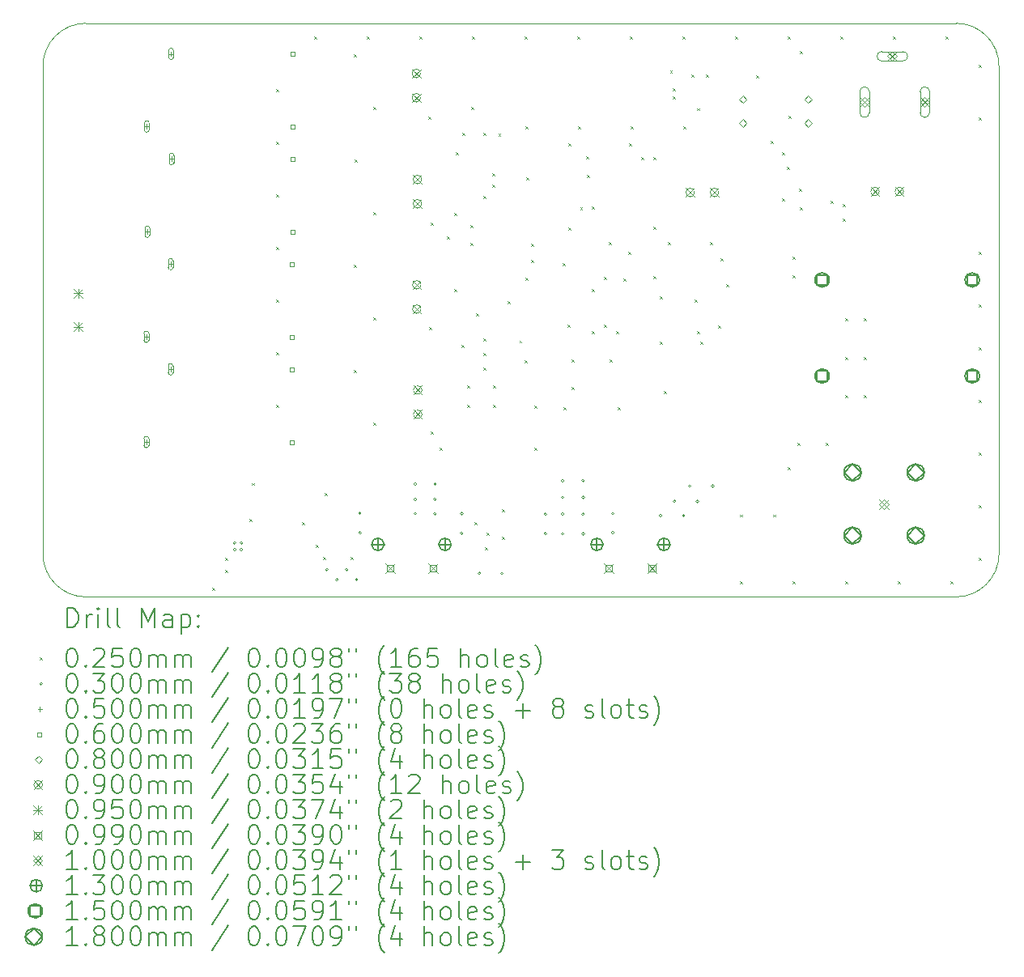
<source format=gbr>
%TF.GenerationSoftware,KiCad,Pcbnew,9.0.4*%
%TF.CreationDate,2025-09-16T16:31:28+02:00*%
%TF.ProjectId,PCB,5043422e-6b69-4636-9164-5f7063625858,rev?*%
%TF.SameCoordinates,Original*%
%TF.FileFunction,Drillmap*%
%TF.FilePolarity,Positive*%
%FSLAX45Y45*%
G04 Gerber Fmt 4.5, Leading zero omitted, Abs format (unit mm)*
G04 Created by KiCad (PCBNEW 9.0.4) date 2025-09-16 16:31:28*
%MOMM*%
%LPD*%
G01*
G04 APERTURE LIST*
%ADD10C,0.100000*%
%ADD11C,0.200000*%
%ADD12C,0.130000*%
%ADD13C,0.150000*%
%ADD14C,0.180000*%
G04 APERTURE END LIST*
D10*
X12300000Y-11950000D02*
X12300000Y-6850000D01*
X12750000Y-12400000D02*
G75*
G02*
X12300000Y-11950000I0J450000D01*
G01*
X22300000Y-6850000D02*
X22300000Y-11950000D01*
X21850000Y-6400000D02*
G75*
G02*
X22300000Y-6850000I0J-450000D01*
G01*
X12750000Y-6400000D02*
X21850000Y-6400000D01*
X12300000Y-6850000D02*
G75*
G02*
X12750000Y-6400000I450000J0D01*
G01*
X21850000Y-12400000D02*
X12750000Y-12400000D01*
X22300000Y-11950000D02*
G75*
G02*
X21850000Y-12400000I-450000J0D01*
G01*
D11*
D10*
X14067500Y-12307500D02*
X14092500Y-12332500D01*
X14092500Y-12307500D02*
X14067500Y-12332500D01*
X14202500Y-11987500D02*
X14227500Y-12012500D01*
X14227500Y-11987500D02*
X14202500Y-12012500D01*
X14202500Y-12117500D02*
X14227500Y-12142500D01*
X14227500Y-12117500D02*
X14202500Y-12142500D01*
X14457500Y-11582500D02*
X14482500Y-11607500D01*
X14482500Y-11582500D02*
X14457500Y-11607500D01*
X14487500Y-11207500D02*
X14512500Y-11232500D01*
X14512500Y-11207500D02*
X14487500Y-11232500D01*
X14737500Y-7087500D02*
X14762500Y-7112500D01*
X14762500Y-7087500D02*
X14737500Y-7112500D01*
X14737500Y-7637500D02*
X14762500Y-7662500D01*
X14762500Y-7637500D02*
X14737500Y-7662500D01*
X14737500Y-8187500D02*
X14762500Y-8212500D01*
X14762500Y-8187500D02*
X14737500Y-8212500D01*
X14737500Y-8737500D02*
X14762500Y-8762500D01*
X14762500Y-8737500D02*
X14737500Y-8762500D01*
X14737500Y-9287500D02*
X14762500Y-9312500D01*
X14762500Y-9287500D02*
X14737500Y-9312500D01*
X14737500Y-9837500D02*
X14762500Y-9862500D01*
X14762500Y-9837500D02*
X14737500Y-9862500D01*
X14737500Y-10387500D02*
X14762500Y-10412500D01*
X14762500Y-10387500D02*
X14737500Y-10412500D01*
X15012500Y-11620147D02*
X15037500Y-11645147D01*
X15037500Y-11620147D02*
X15012500Y-11645147D01*
X15137500Y-6537500D02*
X15162500Y-6562500D01*
X15162500Y-6537500D02*
X15137500Y-6562500D01*
X15152500Y-11857500D02*
X15177500Y-11882500D01*
X15177500Y-11857500D02*
X15152500Y-11882500D01*
X15232500Y-11982500D02*
X15257500Y-12007500D01*
X15257500Y-11982500D02*
X15232500Y-12007500D01*
X15242500Y-11312500D02*
X15267500Y-11337500D01*
X15267500Y-11312500D02*
X15242500Y-11337500D01*
X15517500Y-11982500D02*
X15542500Y-12007500D01*
X15542500Y-11982500D02*
X15517500Y-12007500D01*
X15547500Y-8922500D02*
X15572500Y-8947500D01*
X15572500Y-8922500D02*
X15547500Y-8947500D01*
X15552500Y-6727500D02*
X15577500Y-6752500D01*
X15577500Y-6727500D02*
X15552500Y-6752500D01*
X15552500Y-10027500D02*
X15577500Y-10052500D01*
X15577500Y-10027500D02*
X15552500Y-10052500D01*
X15557500Y-7827500D02*
X15582500Y-7852500D01*
X15582500Y-7827500D02*
X15557500Y-7852500D01*
X15687500Y-6537500D02*
X15712500Y-6562500D01*
X15712500Y-6537500D02*
X15687500Y-6562500D01*
X15757500Y-7277500D02*
X15782500Y-7302500D01*
X15782500Y-7277500D02*
X15757500Y-7302500D01*
X15757500Y-8377500D02*
X15782500Y-8402500D01*
X15782500Y-8377500D02*
X15757500Y-8402500D01*
X15757500Y-9477500D02*
X15782500Y-9502500D01*
X15782500Y-9477500D02*
X15757500Y-9502500D01*
X15757500Y-10577500D02*
X15782500Y-10602500D01*
X15782500Y-10577500D02*
X15757500Y-10602500D01*
X16237500Y-6537500D02*
X16262500Y-6562500D01*
X16262500Y-6537500D02*
X16237500Y-6562500D01*
X16332500Y-7372500D02*
X16357500Y-7397500D01*
X16357500Y-7372500D02*
X16332500Y-7397500D01*
X16337500Y-9577500D02*
X16362500Y-9602500D01*
X16362500Y-9577500D02*
X16337500Y-9602500D01*
X16357500Y-8482500D02*
X16382500Y-8507500D01*
X16382500Y-8482500D02*
X16357500Y-8507500D01*
X16357500Y-10667500D02*
X16382500Y-10692500D01*
X16382500Y-10667500D02*
X16357500Y-10692500D01*
X16447500Y-10842500D02*
X16472500Y-10867500D01*
X16472500Y-10842500D02*
X16447500Y-10867500D01*
X16527500Y-8627500D02*
X16552500Y-8652500D01*
X16552500Y-8627500D02*
X16527500Y-8652500D01*
X16600000Y-8387500D02*
X16625000Y-8412500D01*
X16625000Y-8387500D02*
X16600000Y-8412500D01*
X16600000Y-9182500D02*
X16625000Y-9207500D01*
X16625000Y-9182500D02*
X16600000Y-9207500D01*
X16617500Y-7747500D02*
X16642500Y-7772500D01*
X16642500Y-7747500D02*
X16617500Y-7772500D01*
X16675000Y-9767500D02*
X16700000Y-9792500D01*
X16700000Y-9767500D02*
X16675000Y-9792500D01*
X16687500Y-7542500D02*
X16712500Y-7567500D01*
X16712500Y-7542500D02*
X16687500Y-7567500D01*
X16737500Y-10387500D02*
X16762500Y-10412500D01*
X16762500Y-10387500D02*
X16737500Y-10412500D01*
X16738009Y-10186337D02*
X16763009Y-10211337D01*
X16763009Y-10186337D02*
X16738009Y-10211337D01*
X16767500Y-8697500D02*
X16792500Y-8722500D01*
X16792500Y-8697500D02*
X16767500Y-8722500D01*
X16772500Y-8509974D02*
X16797500Y-8534974D01*
X16797500Y-8509974D02*
X16772500Y-8534974D01*
X16777500Y-7277500D02*
X16802500Y-7302500D01*
X16802500Y-7277500D02*
X16777500Y-7302500D01*
X16787500Y-6537500D02*
X16812500Y-6562500D01*
X16812500Y-6537500D02*
X16787500Y-6562500D01*
X16814853Y-11620147D02*
X16839853Y-11645147D01*
X16839853Y-11620147D02*
X16814853Y-11645147D01*
X16832500Y-9432500D02*
X16857500Y-9457500D01*
X16857500Y-9432500D02*
X16832500Y-9457500D01*
X16907500Y-7547500D02*
X16932500Y-7572500D01*
X16932500Y-7547500D02*
X16907500Y-7572500D01*
X16907500Y-8207500D02*
X16932500Y-8232500D01*
X16932500Y-8207500D02*
X16907500Y-8232500D01*
X16907500Y-9697500D02*
X16932500Y-9722500D01*
X16932500Y-9697500D02*
X16907500Y-9722500D01*
X16907500Y-9848750D02*
X16932500Y-9873750D01*
X16932500Y-9848750D02*
X16907500Y-9873750D01*
X16907500Y-9998750D02*
X16932500Y-10023750D01*
X16932500Y-9998750D02*
X16907500Y-10023750D01*
X16922500Y-11877500D02*
X16947500Y-11902500D01*
X16947500Y-11877500D02*
X16922500Y-11902500D01*
X16937500Y-11727500D02*
X16962500Y-11752500D01*
X16962500Y-11727500D02*
X16937500Y-11752500D01*
X16999069Y-7970931D02*
X17024069Y-7995931D01*
X17024069Y-7970931D02*
X16999069Y-7995931D01*
X17002500Y-8087500D02*
X17027500Y-8112500D01*
X17027500Y-8087500D02*
X17002500Y-8112500D01*
X17006991Y-10388663D02*
X17031991Y-10413663D01*
X17031991Y-10388663D02*
X17006991Y-10413663D01*
X17007500Y-10187500D02*
X17032500Y-10212500D01*
X17032500Y-10187500D02*
X17007500Y-10212500D01*
X17062500Y-7552500D02*
X17087500Y-7577500D01*
X17087500Y-7552500D02*
X17062500Y-7577500D01*
X17097500Y-11482500D02*
X17122500Y-11507500D01*
X17122500Y-11482500D02*
X17097500Y-11507500D01*
X17097500Y-11772500D02*
X17122500Y-11797500D01*
X17122500Y-11772500D02*
X17097500Y-11797500D01*
X17159778Y-9307507D02*
X17184778Y-9332507D01*
X17184778Y-9307507D02*
X17159778Y-9332507D01*
X17282500Y-9717500D02*
X17307500Y-9742500D01*
X17307500Y-9717500D02*
X17282500Y-9742500D01*
X17337500Y-6537500D02*
X17362500Y-6562500D01*
X17362500Y-6537500D02*
X17337500Y-6562500D01*
X17337500Y-9927500D02*
X17362500Y-9952500D01*
X17362500Y-9927500D02*
X17337500Y-9952500D01*
X17342500Y-9057500D02*
X17367500Y-9082500D01*
X17367500Y-9057500D02*
X17342500Y-9082500D01*
X17347500Y-7477500D02*
X17372500Y-7502500D01*
X17372500Y-7477500D02*
X17347500Y-7502500D01*
X17357500Y-8007500D02*
X17382500Y-8032500D01*
X17382500Y-8007500D02*
X17357500Y-8032500D01*
X17407500Y-8707500D02*
X17432500Y-8732500D01*
X17432500Y-8707500D02*
X17407500Y-8732500D01*
X17407500Y-8877500D02*
X17432500Y-8902500D01*
X17432500Y-8877500D02*
X17407500Y-8902500D01*
X17437500Y-10397500D02*
X17462500Y-10422500D01*
X17462500Y-10397500D02*
X17437500Y-10422500D01*
X17442500Y-10842500D02*
X17467500Y-10867500D01*
X17467500Y-10842500D02*
X17442500Y-10867500D01*
X17737500Y-8907500D02*
X17762500Y-8932500D01*
X17762500Y-8907500D02*
X17737500Y-8932500D01*
X17747500Y-10417500D02*
X17772500Y-10442500D01*
X17772500Y-10417500D02*
X17747500Y-10442500D01*
X17787500Y-9552500D02*
X17812500Y-9577500D01*
X17812500Y-9552500D02*
X17787500Y-9577500D01*
X17797500Y-7652500D02*
X17822500Y-7677500D01*
X17822500Y-7652500D02*
X17797500Y-7677500D01*
X17797500Y-8537500D02*
X17822500Y-8562500D01*
X17822500Y-8537500D02*
X17797500Y-8562500D01*
X17832500Y-9915000D02*
X17857500Y-9940000D01*
X17857500Y-9915000D02*
X17832500Y-9940000D01*
X17832500Y-10202500D02*
X17857500Y-10227500D01*
X17857500Y-10202500D02*
X17832500Y-10227500D01*
X17887500Y-6537500D02*
X17912500Y-6562500D01*
X17912500Y-6537500D02*
X17887500Y-6562500D01*
X17897500Y-7477500D02*
X17922500Y-7502500D01*
X17922500Y-7477500D02*
X17897500Y-7502500D01*
X17917500Y-8322500D02*
X17942500Y-8347500D01*
X17942500Y-8322500D02*
X17917500Y-8347500D01*
X17982449Y-7787849D02*
X18007449Y-7812849D01*
X18007449Y-7787849D02*
X17982449Y-7812849D01*
X17987500Y-7987500D02*
X18012500Y-8012500D01*
X18012500Y-7987500D02*
X17987500Y-8012500D01*
X18037500Y-9177500D02*
X18062500Y-9202500D01*
X18062500Y-9177500D02*
X18037500Y-9202500D01*
X18042500Y-8312500D02*
X18067500Y-8337500D01*
X18067500Y-8312500D02*
X18042500Y-8337500D01*
X18042500Y-9617500D02*
X18067500Y-9642500D01*
X18067500Y-9617500D02*
X18042500Y-9642500D01*
X18167500Y-9052500D02*
X18192500Y-9077500D01*
X18192500Y-9052500D02*
X18167500Y-9077500D01*
X18167500Y-9552500D02*
X18192500Y-9577500D01*
X18192500Y-9552500D02*
X18167500Y-9577500D01*
X18217500Y-8692500D02*
X18242500Y-8717500D01*
X18242500Y-8692500D02*
X18217500Y-8717500D01*
X18227500Y-9915000D02*
X18252500Y-9940000D01*
X18252500Y-9915000D02*
X18227500Y-9940000D01*
X18292500Y-9622500D02*
X18317500Y-9647500D01*
X18317500Y-9622500D02*
X18292500Y-9647500D01*
X18307500Y-10417500D02*
X18332500Y-10442500D01*
X18332500Y-10417500D02*
X18307500Y-10442500D01*
X18367500Y-9067500D02*
X18392500Y-9092500D01*
X18392500Y-9067500D02*
X18367500Y-9092500D01*
X18417500Y-8792500D02*
X18442500Y-8817500D01*
X18442500Y-8792500D02*
X18417500Y-8817500D01*
X18427500Y-7652500D02*
X18452500Y-7677500D01*
X18452500Y-7652500D02*
X18427500Y-7677500D01*
X18437500Y-6537500D02*
X18462500Y-6562500D01*
X18462500Y-6537500D02*
X18437500Y-6562500D01*
X18447500Y-7477500D02*
X18472500Y-7502500D01*
X18472500Y-7477500D02*
X18447500Y-7502500D01*
X18557500Y-7797500D02*
X18582500Y-7822500D01*
X18582500Y-7797500D02*
X18557500Y-7822500D01*
X18687500Y-7797500D02*
X18712500Y-7822500D01*
X18712500Y-7797500D02*
X18687500Y-7822500D01*
X18687500Y-8527500D02*
X18712500Y-8552500D01*
X18712500Y-8527500D02*
X18687500Y-8552500D01*
X18687500Y-9047500D02*
X18712500Y-9072500D01*
X18712500Y-9047500D02*
X18687500Y-9072500D01*
X18747500Y-9257500D02*
X18772500Y-9282500D01*
X18772500Y-9257500D02*
X18747500Y-9282500D01*
X18747500Y-9727500D02*
X18772500Y-9752500D01*
X18772500Y-9727500D02*
X18747500Y-9752500D01*
X18792500Y-10242500D02*
X18817500Y-10267500D01*
X18817500Y-10242500D02*
X18792500Y-10267500D01*
X18837500Y-8687500D02*
X18862500Y-8712500D01*
X18862500Y-8687500D02*
X18837500Y-8712500D01*
X18857500Y-6892500D02*
X18882500Y-6917500D01*
X18882500Y-6892500D02*
X18857500Y-6917500D01*
X18887500Y-7162500D02*
X18912500Y-7187500D01*
X18912500Y-7162500D02*
X18887500Y-7187500D01*
X18888500Y-7082500D02*
X18913500Y-7107500D01*
X18913500Y-7082500D02*
X18888500Y-7107500D01*
X18987500Y-6537500D02*
X19012500Y-6562500D01*
X19012500Y-6537500D02*
X18987500Y-6562500D01*
X18997500Y-7477500D02*
X19022500Y-7502500D01*
X19022500Y-7477500D02*
X18997500Y-7502500D01*
X19082500Y-6932500D02*
X19107500Y-6957500D01*
X19107500Y-6932500D02*
X19082500Y-6957500D01*
X19112500Y-9292500D02*
X19137500Y-9317500D01*
X19137500Y-9292500D02*
X19112500Y-9317500D01*
X19137500Y-7287500D02*
X19162500Y-7312500D01*
X19162500Y-7287500D02*
X19137500Y-7312500D01*
X19137500Y-9617500D02*
X19162500Y-9642500D01*
X19162500Y-9617500D02*
X19137500Y-9642500D01*
X19177500Y-9727500D02*
X19202500Y-9752500D01*
X19202500Y-9727500D02*
X19177500Y-9752500D01*
X19232500Y-6932500D02*
X19257500Y-6957500D01*
X19257500Y-6932500D02*
X19232500Y-6957500D01*
X19277500Y-8687500D02*
X19302500Y-8712500D01*
X19302500Y-8687500D02*
X19277500Y-8712500D01*
X19362500Y-9562500D02*
X19387500Y-9587500D01*
X19387500Y-9562500D02*
X19362500Y-9587500D01*
X19382500Y-8857500D02*
X19407500Y-8882500D01*
X19407500Y-8857500D02*
X19382500Y-8882500D01*
X19447880Y-9129328D02*
X19472880Y-9154328D01*
X19472880Y-9129328D02*
X19447880Y-9154328D01*
X19537500Y-6537500D02*
X19562500Y-6562500D01*
X19562500Y-6537500D02*
X19537500Y-6562500D01*
X19587500Y-11537500D02*
X19612500Y-11562500D01*
X19612500Y-11537500D02*
X19587500Y-11562500D01*
X19587500Y-12237500D02*
X19612500Y-12262500D01*
X19612500Y-12237500D02*
X19587500Y-12262500D01*
X19757500Y-6947500D02*
X19782500Y-6972500D01*
X19782500Y-6947500D02*
X19757500Y-6972500D01*
X19907500Y-7627500D02*
X19932500Y-7652500D01*
X19932500Y-7627500D02*
X19907500Y-7652500D01*
X19937500Y-11537500D02*
X19962500Y-11562500D01*
X19962500Y-11537500D02*
X19937500Y-11562500D01*
X20027500Y-7747500D02*
X20052500Y-7772500D01*
X20052500Y-7747500D02*
X20027500Y-7772500D01*
X20030625Y-8227500D02*
X20055625Y-8252500D01*
X20055625Y-8227500D02*
X20030625Y-8252500D01*
X20077500Y-7897500D02*
X20102500Y-7922500D01*
X20102500Y-7897500D02*
X20077500Y-7922500D01*
X20087500Y-6537500D02*
X20112500Y-6562500D01*
X20112500Y-6537500D02*
X20087500Y-6562500D01*
X20087500Y-11042500D02*
X20112500Y-11067500D01*
X20112500Y-11042500D02*
X20087500Y-11067500D01*
X20097500Y-7367500D02*
X20122500Y-7392500D01*
X20122500Y-7367500D02*
X20097500Y-7392500D01*
X20137500Y-8837500D02*
X20162500Y-8862500D01*
X20162500Y-8837500D02*
X20137500Y-8862500D01*
X20137500Y-9037500D02*
X20162500Y-9062500D01*
X20162500Y-9037500D02*
X20137500Y-9062500D01*
X20137500Y-12237500D02*
X20162500Y-12262500D01*
X20162500Y-12237500D02*
X20137500Y-12262500D01*
X20187500Y-10787500D02*
X20212500Y-10812500D01*
X20212500Y-10787500D02*
X20187500Y-10812500D01*
X20210625Y-8127500D02*
X20235625Y-8152500D01*
X20235625Y-8127500D02*
X20210625Y-8152500D01*
X20215625Y-8327500D02*
X20240625Y-8352500D01*
X20240625Y-8327500D02*
X20215625Y-8352500D01*
X20217500Y-6687500D02*
X20242500Y-6712500D01*
X20242500Y-6687500D02*
X20217500Y-6712500D01*
X20487500Y-10787500D02*
X20512500Y-10812500D01*
X20512500Y-10787500D02*
X20487500Y-10812500D01*
X20535832Y-8256473D02*
X20560832Y-8281473D01*
X20560832Y-8256473D02*
X20535832Y-8281473D01*
X20637500Y-6537500D02*
X20662500Y-6562500D01*
X20662500Y-6537500D02*
X20637500Y-6562500D01*
X20665625Y-8442500D02*
X20690625Y-8467500D01*
X20690625Y-8442500D02*
X20665625Y-8467500D01*
X20667500Y-8287500D02*
X20692500Y-8312500D01*
X20692500Y-8287500D02*
X20667500Y-8312500D01*
X20687500Y-9487500D02*
X20712500Y-9512500D01*
X20712500Y-9487500D02*
X20687500Y-9512500D01*
X20687500Y-9887500D02*
X20712500Y-9912500D01*
X20712500Y-9887500D02*
X20687500Y-9912500D01*
X20687500Y-10287500D02*
X20712500Y-10312500D01*
X20712500Y-10287500D02*
X20687500Y-10312500D01*
X20687500Y-12237500D02*
X20712500Y-12262500D01*
X20712500Y-12237500D02*
X20687500Y-12262500D01*
X20887500Y-9487500D02*
X20912500Y-9512500D01*
X20912500Y-9487500D02*
X20887500Y-9512500D01*
X20887500Y-9887500D02*
X20912500Y-9912500D01*
X20912500Y-9887500D02*
X20887500Y-9912500D01*
X20887500Y-10287500D02*
X20912500Y-10312500D01*
X20912500Y-10287500D02*
X20887500Y-10312500D01*
X21187500Y-6537500D02*
X21212500Y-6562500D01*
X21212500Y-6537500D02*
X21187500Y-6562500D01*
X21237500Y-12237500D02*
X21262500Y-12262500D01*
X21262500Y-12237500D02*
X21237500Y-12262500D01*
X21737500Y-6537500D02*
X21762500Y-6562500D01*
X21762500Y-6537500D02*
X21737500Y-6562500D01*
X21787500Y-12237500D02*
X21812500Y-12262500D01*
X21812500Y-12237500D02*
X21787500Y-12262500D01*
X22087500Y-6837500D02*
X22112500Y-6862500D01*
X22112500Y-6837500D02*
X22087500Y-6862500D01*
X22087500Y-7387500D02*
X22112500Y-7412500D01*
X22112500Y-7387500D02*
X22087500Y-7412500D01*
X22087500Y-8787500D02*
X22112500Y-8812500D01*
X22112500Y-8787500D02*
X22087500Y-8812500D01*
X22087500Y-9337500D02*
X22112500Y-9362500D01*
X22112500Y-9337500D02*
X22087500Y-9362500D01*
X22087500Y-9787500D02*
X22112500Y-9812500D01*
X22112500Y-9787500D02*
X22087500Y-9812500D01*
X22087500Y-10337500D02*
X22112500Y-10362500D01*
X22112500Y-10337500D02*
X22087500Y-10362500D01*
X22087500Y-10887500D02*
X22112500Y-10912500D01*
X22112500Y-10887500D02*
X22087500Y-10912500D01*
X22087500Y-11437500D02*
X22112500Y-11462500D01*
X22112500Y-11437500D02*
X22087500Y-11462500D01*
X22087500Y-11987500D02*
X22112500Y-12012500D01*
X22112500Y-11987500D02*
X22087500Y-12012500D01*
X14320000Y-11835000D02*
G75*
G02*
X14290000Y-11835000I-15000J0D01*
G01*
X14290000Y-11835000D02*
G75*
G02*
X14320000Y-11835000I15000J0D01*
G01*
X14320000Y-11905000D02*
G75*
G02*
X14290000Y-11905000I-15000J0D01*
G01*
X14290000Y-11905000D02*
G75*
G02*
X14320000Y-11905000I15000J0D01*
G01*
X14390000Y-11835000D02*
G75*
G02*
X14360000Y-11835000I-15000J0D01*
G01*
X14360000Y-11835000D02*
G75*
G02*
X14390000Y-11835000I15000J0D01*
G01*
X14390000Y-11905000D02*
G75*
G02*
X14360000Y-11905000I-15000J0D01*
G01*
X14360000Y-11905000D02*
G75*
G02*
X14390000Y-11905000I15000J0D01*
G01*
X15285000Y-12115000D02*
G75*
G02*
X15255000Y-12115000I-15000J0D01*
G01*
X15255000Y-12115000D02*
G75*
G02*
X15285000Y-12115000I15000J0D01*
G01*
X15390000Y-12220000D02*
G75*
G02*
X15360000Y-12220000I-15000J0D01*
G01*
X15360000Y-12220000D02*
G75*
G02*
X15390000Y-12220000I15000J0D01*
G01*
X15490000Y-12115000D02*
G75*
G02*
X15460000Y-12115000I-15000J0D01*
G01*
X15460000Y-12115000D02*
G75*
G02*
X15490000Y-12115000I15000J0D01*
G01*
X15595000Y-12220000D02*
G75*
G02*
X15565000Y-12220000I-15000J0D01*
G01*
X15565000Y-12220000D02*
G75*
G02*
X15595000Y-12220000I15000J0D01*
G01*
X15630000Y-11525000D02*
G75*
G02*
X15600000Y-11525000I-15000J0D01*
G01*
X15600000Y-11525000D02*
G75*
G02*
X15630000Y-11525000I15000J0D01*
G01*
X15630000Y-11730000D02*
G75*
G02*
X15600000Y-11730000I-15000J0D01*
G01*
X15600000Y-11730000D02*
G75*
G02*
X15630000Y-11730000I15000J0D01*
G01*
X16210000Y-11220000D02*
G75*
G02*
X16180000Y-11220000I-15000J0D01*
G01*
X16180000Y-11220000D02*
G75*
G02*
X16210000Y-11220000I15000J0D01*
G01*
X16210000Y-11380000D02*
G75*
G02*
X16180000Y-11380000I-15000J0D01*
G01*
X16180000Y-11380000D02*
G75*
G02*
X16210000Y-11380000I15000J0D01*
G01*
X16210000Y-11530000D02*
G75*
G02*
X16180000Y-11530000I-15000J0D01*
G01*
X16180000Y-11530000D02*
G75*
G02*
X16210000Y-11530000I15000J0D01*
G01*
X16415000Y-11220000D02*
G75*
G02*
X16385000Y-11220000I-15000J0D01*
G01*
X16385000Y-11220000D02*
G75*
G02*
X16415000Y-11220000I15000J0D01*
G01*
X16415000Y-11380000D02*
G75*
G02*
X16385000Y-11380000I-15000J0D01*
G01*
X16385000Y-11380000D02*
G75*
G02*
X16415000Y-11380000I15000J0D01*
G01*
X16415000Y-11530000D02*
G75*
G02*
X16385000Y-11530000I-15000J0D01*
G01*
X16385000Y-11530000D02*
G75*
G02*
X16415000Y-11530000I15000J0D01*
G01*
X16695000Y-11530000D02*
G75*
G02*
X16665000Y-11530000I-15000J0D01*
G01*
X16665000Y-11530000D02*
G75*
G02*
X16695000Y-11530000I15000J0D01*
G01*
X16695000Y-11735000D02*
G75*
G02*
X16665000Y-11735000I-15000J0D01*
G01*
X16665000Y-11735000D02*
G75*
G02*
X16695000Y-11735000I15000J0D01*
G01*
X16880000Y-12155000D02*
G75*
G02*
X16850000Y-12155000I-15000J0D01*
G01*
X16850000Y-12155000D02*
G75*
G02*
X16880000Y-12155000I15000J0D01*
G01*
X17115000Y-12155000D02*
G75*
G02*
X17085000Y-12155000I-15000J0D01*
G01*
X17085000Y-12155000D02*
G75*
G02*
X17115000Y-12155000I15000J0D01*
G01*
X17570000Y-11535000D02*
G75*
G02*
X17540000Y-11535000I-15000J0D01*
G01*
X17540000Y-11535000D02*
G75*
G02*
X17570000Y-11535000I15000J0D01*
G01*
X17570000Y-11740000D02*
G75*
G02*
X17540000Y-11740000I-15000J0D01*
G01*
X17540000Y-11740000D02*
G75*
G02*
X17570000Y-11740000I15000J0D01*
G01*
X17750000Y-11185000D02*
G75*
G02*
X17720000Y-11185000I-15000J0D01*
G01*
X17720000Y-11185000D02*
G75*
G02*
X17750000Y-11185000I15000J0D01*
G01*
X17750000Y-11360000D02*
G75*
G02*
X17720000Y-11360000I-15000J0D01*
G01*
X17720000Y-11360000D02*
G75*
G02*
X17750000Y-11360000I15000J0D01*
G01*
X17750000Y-11535000D02*
G75*
G02*
X17720000Y-11535000I-15000J0D01*
G01*
X17720000Y-11535000D02*
G75*
G02*
X17750000Y-11535000I15000J0D01*
G01*
X17750000Y-11740000D02*
G75*
G02*
X17720000Y-11740000I-15000J0D01*
G01*
X17720000Y-11740000D02*
G75*
G02*
X17750000Y-11740000I15000J0D01*
G01*
X17965000Y-11185000D02*
G75*
G02*
X17935000Y-11185000I-15000J0D01*
G01*
X17935000Y-11185000D02*
G75*
G02*
X17965000Y-11185000I15000J0D01*
G01*
X17965000Y-11360000D02*
G75*
G02*
X17935000Y-11360000I-15000J0D01*
G01*
X17935000Y-11360000D02*
G75*
G02*
X17965000Y-11360000I15000J0D01*
G01*
X17965000Y-11535000D02*
G75*
G02*
X17935000Y-11535000I-15000J0D01*
G01*
X17935000Y-11535000D02*
G75*
G02*
X17965000Y-11535000I15000J0D01*
G01*
X17965000Y-11740000D02*
G75*
G02*
X17935000Y-11740000I-15000J0D01*
G01*
X17935000Y-11740000D02*
G75*
G02*
X17965000Y-11740000I15000J0D01*
G01*
X18275000Y-11530000D02*
G75*
G02*
X18245000Y-11530000I-15000J0D01*
G01*
X18245000Y-11530000D02*
G75*
G02*
X18275000Y-11530000I15000J0D01*
G01*
X18275000Y-11730000D02*
G75*
G02*
X18245000Y-11730000I-15000J0D01*
G01*
X18245000Y-11730000D02*
G75*
G02*
X18275000Y-11730000I15000J0D01*
G01*
X18774598Y-11550000D02*
G75*
G02*
X18744598Y-11550000I-15000J0D01*
G01*
X18744598Y-11550000D02*
G75*
G02*
X18774598Y-11550000I15000J0D01*
G01*
X18919598Y-11400000D02*
G75*
G02*
X18889598Y-11400000I-15000J0D01*
G01*
X18889598Y-11400000D02*
G75*
G02*
X18919598Y-11400000I15000J0D01*
G01*
X19015000Y-11550000D02*
G75*
G02*
X18985000Y-11550000I-15000J0D01*
G01*
X18985000Y-11550000D02*
G75*
G02*
X19015000Y-11550000I15000J0D01*
G01*
X19080000Y-11240000D02*
G75*
G02*
X19050000Y-11240000I-15000J0D01*
G01*
X19050000Y-11240000D02*
G75*
G02*
X19080000Y-11240000I15000J0D01*
G01*
X19160000Y-11400000D02*
G75*
G02*
X19130000Y-11400000I-15000J0D01*
G01*
X19130000Y-11400000D02*
G75*
G02*
X19160000Y-11400000I15000J0D01*
G01*
X19320403Y-11240000D02*
G75*
G02*
X19290403Y-11240000I-15000J0D01*
G01*
X19290403Y-11240000D02*
G75*
G02*
X19320403Y-11240000I15000J0D01*
G01*
X13381000Y-9655000D02*
X13381000Y-9705000D01*
X13356000Y-9680000D02*
X13406000Y-9680000D01*
X13406000Y-9715000D02*
X13406000Y-9645000D01*
X13356000Y-9645000D02*
G75*
G02*
X13406000Y-9645000I25000J0D01*
G01*
X13356000Y-9645000D02*
X13356000Y-9715000D01*
X13356000Y-9715000D02*
G75*
G03*
X13406000Y-9715000I25000J0D01*
G01*
X13381000Y-10755000D02*
X13381000Y-10805000D01*
X13356000Y-10780000D02*
X13406000Y-10780000D01*
X13406000Y-10815000D02*
X13406000Y-10745000D01*
X13356000Y-10745000D02*
G75*
G02*
X13406000Y-10745000I25000J0D01*
G01*
X13356000Y-10745000D02*
X13356000Y-10815000D01*
X13356000Y-10815000D02*
G75*
G03*
X13406000Y-10815000I25000J0D01*
G01*
X13386157Y-7455091D02*
X13386157Y-7505091D01*
X13361157Y-7480091D02*
X13411157Y-7480091D01*
X13411157Y-7515091D02*
X13411157Y-7445091D01*
X13361157Y-7445091D02*
G75*
G02*
X13411157Y-7445091I25000J0D01*
G01*
X13361157Y-7445091D02*
X13361157Y-7515091D01*
X13361157Y-7515091D02*
G75*
G03*
X13411157Y-7515091I25000J0D01*
G01*
X13391000Y-8555091D02*
X13391000Y-8605091D01*
X13366000Y-8580091D02*
X13416000Y-8580091D01*
X13416000Y-8615091D02*
X13416000Y-8545091D01*
X13366000Y-8545091D02*
G75*
G02*
X13416000Y-8545091I25000J0D01*
G01*
X13366000Y-8545091D02*
X13366000Y-8615091D01*
X13366000Y-8615091D02*
G75*
G03*
X13416000Y-8615091I25000J0D01*
G01*
X13635000Y-8895000D02*
X13635000Y-8945000D01*
X13610000Y-8920000D02*
X13660000Y-8920000D01*
X13660000Y-8955000D02*
X13660000Y-8885000D01*
X13610000Y-8885000D02*
G75*
G02*
X13660000Y-8885000I25000J0D01*
G01*
X13610000Y-8885000D02*
X13610000Y-8955000D01*
X13610000Y-8955000D02*
G75*
G03*
X13660000Y-8955000I25000J0D01*
G01*
X13635000Y-9995000D02*
X13635000Y-10045000D01*
X13610000Y-10020000D02*
X13660000Y-10020000D01*
X13660000Y-10055000D02*
X13660000Y-9985000D01*
X13610000Y-9985000D02*
G75*
G02*
X13660000Y-9985000I25000J0D01*
G01*
X13610000Y-9985000D02*
X13610000Y-10055000D01*
X13610000Y-10055000D02*
G75*
G03*
X13660000Y-10055000I25000J0D01*
G01*
X13640157Y-6695091D02*
X13640157Y-6745091D01*
X13615157Y-6720091D02*
X13665157Y-6720091D01*
X13665157Y-6755091D02*
X13665157Y-6685091D01*
X13615157Y-6685091D02*
G75*
G02*
X13665157Y-6685091I25000J0D01*
G01*
X13615157Y-6685091D02*
X13615157Y-6755091D01*
X13615157Y-6755091D02*
G75*
G03*
X13665157Y-6755091I25000J0D01*
G01*
X13645000Y-7795091D02*
X13645000Y-7845091D01*
X13620000Y-7820091D02*
X13670000Y-7820091D01*
X13670000Y-7855091D02*
X13670000Y-7785091D01*
X13620000Y-7785091D02*
G75*
G02*
X13670000Y-7785091I25000J0D01*
G01*
X13620000Y-7785091D02*
X13620000Y-7855091D01*
X13620000Y-7855091D02*
G75*
G03*
X13670000Y-7855091I25000J0D01*
G01*
X14926213Y-8941213D02*
X14926213Y-8898787D01*
X14883787Y-8898787D01*
X14883787Y-8941213D01*
X14926213Y-8941213D01*
X14926213Y-9701213D02*
X14926213Y-9658787D01*
X14883787Y-9658787D01*
X14883787Y-9701213D01*
X14926213Y-9701213D01*
X14926213Y-10041213D02*
X14926213Y-9998787D01*
X14883787Y-9998787D01*
X14883787Y-10041213D01*
X14926213Y-10041213D01*
X14926213Y-10801213D02*
X14926213Y-10758787D01*
X14883787Y-10758787D01*
X14883787Y-10801213D01*
X14926213Y-10801213D01*
X14931371Y-6741305D02*
X14931371Y-6698878D01*
X14888944Y-6698878D01*
X14888944Y-6741305D01*
X14931371Y-6741305D01*
X14931371Y-7501305D02*
X14931371Y-7458878D01*
X14888944Y-7458878D01*
X14888944Y-7501305D01*
X14931371Y-7501305D01*
X14936213Y-7841305D02*
X14936213Y-7798878D01*
X14893787Y-7798878D01*
X14893787Y-7841305D01*
X14936213Y-7841305D01*
X14936213Y-8601305D02*
X14936213Y-8558878D01*
X14893787Y-8558878D01*
X14893787Y-8601305D01*
X14936213Y-8601305D01*
X19620000Y-7235000D02*
X19660000Y-7195000D01*
X19620000Y-7155000D01*
X19580000Y-7195000D01*
X19620000Y-7235000D01*
X19620000Y-7485000D02*
X19660000Y-7445000D01*
X19620000Y-7405000D01*
X19580000Y-7445000D01*
X19620000Y-7485000D01*
X20303500Y-7235250D02*
X20343500Y-7195250D01*
X20303500Y-7155250D01*
X20263500Y-7195250D01*
X20303500Y-7235250D01*
X20303500Y-7485250D02*
X20343500Y-7445250D01*
X20303500Y-7405250D01*
X20263500Y-7445250D01*
X20303500Y-7485250D01*
X16160000Y-6881000D02*
X16250000Y-6971000D01*
X16250000Y-6881000D02*
X16160000Y-6971000D01*
X16250000Y-6926000D02*
G75*
G02*
X16160000Y-6926000I-45000J0D01*
G01*
X16160000Y-6926000D02*
G75*
G02*
X16250000Y-6926000I45000J0D01*
G01*
X16160000Y-7135000D02*
X16250000Y-7225000D01*
X16250000Y-7135000D02*
X16160000Y-7225000D01*
X16250000Y-7180000D02*
G75*
G02*
X16160000Y-7180000I-45000J0D01*
G01*
X16160000Y-7180000D02*
G75*
G02*
X16250000Y-7180000I45000J0D01*
G01*
X16164843Y-9090909D02*
X16254843Y-9180909D01*
X16254843Y-9090909D02*
X16164843Y-9180909D01*
X16254843Y-9135909D02*
G75*
G02*
X16164843Y-9135909I-45000J0D01*
G01*
X16164843Y-9135909D02*
G75*
G02*
X16254843Y-9135909I45000J0D01*
G01*
X16164843Y-9344909D02*
X16254843Y-9434909D01*
X16254843Y-9344909D02*
X16164843Y-9434909D01*
X16254843Y-9389909D02*
G75*
G02*
X16164843Y-9389909I-45000J0D01*
G01*
X16164843Y-9389909D02*
G75*
G02*
X16254843Y-9389909I45000J0D01*
G01*
X16171843Y-7989500D02*
X16261843Y-8079500D01*
X16261843Y-7989500D02*
X16171843Y-8079500D01*
X16261843Y-8034500D02*
G75*
G02*
X16171843Y-8034500I-45000J0D01*
G01*
X16171843Y-8034500D02*
G75*
G02*
X16261843Y-8034500I45000J0D01*
G01*
X16171843Y-8243500D02*
X16261843Y-8333500D01*
X16261843Y-8243500D02*
X16171843Y-8333500D01*
X16261843Y-8288500D02*
G75*
G02*
X16171843Y-8288500I-45000J0D01*
G01*
X16171843Y-8288500D02*
G75*
G02*
X16261843Y-8288500I45000J0D01*
G01*
X16174843Y-10190909D02*
X16264843Y-10280909D01*
X16264843Y-10190909D02*
X16174843Y-10280909D01*
X16264843Y-10235909D02*
G75*
G02*
X16174843Y-10235909I-45000J0D01*
G01*
X16174843Y-10235909D02*
G75*
G02*
X16264843Y-10235909I45000J0D01*
G01*
X16174843Y-10444909D02*
X16264843Y-10534909D01*
X16264843Y-10444909D02*
X16174843Y-10534909D01*
X16264843Y-10489909D02*
G75*
G02*
X16174843Y-10489909I-45000J0D01*
G01*
X16174843Y-10489909D02*
G75*
G02*
X16264843Y-10489909I45000J0D01*
G01*
X19025000Y-8125000D02*
X19115000Y-8215000D01*
X19115000Y-8125000D02*
X19025000Y-8215000D01*
X19115000Y-8170000D02*
G75*
G02*
X19025000Y-8170000I-45000J0D01*
G01*
X19025000Y-8170000D02*
G75*
G02*
X19115000Y-8170000I45000J0D01*
G01*
X19279000Y-8125000D02*
X19369000Y-8215000D01*
X19369000Y-8125000D02*
X19279000Y-8215000D01*
X19369000Y-8170000D02*
G75*
G02*
X19279000Y-8170000I-45000J0D01*
G01*
X19279000Y-8170000D02*
G75*
G02*
X19369000Y-8170000I45000J0D01*
G01*
X20958000Y-8115000D02*
X21048000Y-8205000D01*
X21048000Y-8115000D02*
X20958000Y-8205000D01*
X21048000Y-8160000D02*
G75*
G02*
X20958000Y-8160000I-45000J0D01*
G01*
X20958000Y-8160000D02*
G75*
G02*
X21048000Y-8160000I45000J0D01*
G01*
X21212000Y-8115000D02*
X21302000Y-8205000D01*
X21302000Y-8115000D02*
X21212000Y-8205000D01*
X21302000Y-8160000D02*
G75*
G02*
X21212000Y-8160000I-45000J0D01*
G01*
X21212000Y-8160000D02*
G75*
G02*
X21302000Y-8160000I45000J0D01*
G01*
X12622500Y-9177500D02*
X12717500Y-9272500D01*
X12717500Y-9177500D02*
X12622500Y-9272500D01*
X12670000Y-9177500D02*
X12670000Y-9272500D01*
X12622500Y-9225000D02*
X12717500Y-9225000D01*
X12622500Y-9527500D02*
X12717500Y-9622500D01*
X12717500Y-9527500D02*
X12622500Y-9622500D01*
X12670000Y-9527500D02*
X12670000Y-9622500D01*
X12622500Y-9575000D02*
X12717500Y-9575000D01*
X15880500Y-12050500D02*
X15979500Y-12149500D01*
X15979500Y-12050500D02*
X15880500Y-12149500D01*
X15965002Y-12135002D02*
X15965002Y-12064998D01*
X15894998Y-12064998D01*
X15894998Y-12135002D01*
X15965002Y-12135002D01*
X16330500Y-12050500D02*
X16429500Y-12149500D01*
X16429500Y-12050500D02*
X16330500Y-12149500D01*
X16415002Y-12135002D02*
X16415002Y-12064998D01*
X16344998Y-12064998D01*
X16344998Y-12135002D01*
X16415002Y-12135002D01*
X18170500Y-12050500D02*
X18269500Y-12149500D01*
X18269500Y-12050500D02*
X18170500Y-12149500D01*
X18255002Y-12135002D02*
X18255002Y-12064998D01*
X18184998Y-12064998D01*
X18184998Y-12135002D01*
X18255002Y-12135002D01*
X18620500Y-12050500D02*
X18719500Y-12149500D01*
X18719500Y-12050500D02*
X18620500Y-12149500D01*
X18705002Y-12135002D02*
X18705002Y-12064998D01*
X18634998Y-12064998D01*
X18634998Y-12135002D01*
X18705002Y-12135002D01*
X20843500Y-7175000D02*
X20943500Y-7275000D01*
X20943500Y-7175000D02*
X20843500Y-7275000D01*
X20893500Y-7275000D02*
X20943500Y-7225000D01*
X20893500Y-7175000D01*
X20843500Y-7225000D01*
X20893500Y-7275000D01*
X20943500Y-7335000D02*
X20943500Y-7115000D01*
X20843500Y-7115000D02*
G75*
G02*
X20943500Y-7115000I50000J0D01*
G01*
X20843500Y-7115000D02*
X20843500Y-7335000D01*
X20843500Y-7335000D02*
G75*
G03*
X20943500Y-7335000I50000J0D01*
G01*
X21048596Y-11379233D02*
X21148596Y-11479233D01*
X21148596Y-11379233D02*
X21048596Y-11479233D01*
X21098596Y-11479233D02*
X21148596Y-11429233D01*
X21098596Y-11379233D01*
X21048596Y-11429233D01*
X21098596Y-11479233D01*
X21133500Y-6695000D02*
X21233500Y-6795000D01*
X21233500Y-6695000D02*
X21133500Y-6795000D01*
X21183500Y-6795000D02*
X21233500Y-6745000D01*
X21183500Y-6695000D01*
X21133500Y-6745000D01*
X21183500Y-6795000D01*
X21293500Y-6695000D02*
X21073500Y-6695000D01*
X21073500Y-6795000D02*
G75*
G02*
X21073500Y-6695000I0J50000D01*
G01*
X21073500Y-6795000D02*
X21293500Y-6795000D01*
X21293500Y-6795000D02*
G75*
G03*
X21293500Y-6695000I0J50000D01*
G01*
X21473500Y-7175000D02*
X21573500Y-7275000D01*
X21573500Y-7175000D02*
X21473500Y-7275000D01*
X21523500Y-7275000D02*
X21573500Y-7225000D01*
X21523500Y-7175000D01*
X21473500Y-7225000D01*
X21523500Y-7275000D01*
X21573500Y-7335000D02*
X21573500Y-7115000D01*
X21473500Y-7115000D02*
G75*
G02*
X21573500Y-7115000I50000J0D01*
G01*
X21473500Y-7115000D02*
X21473500Y-7335000D01*
X21473500Y-7335000D02*
G75*
G03*
X21573500Y-7335000I50000J0D01*
G01*
D12*
X15804000Y-11786000D02*
X15804000Y-11916000D01*
X15739000Y-11851000D02*
X15869000Y-11851000D01*
X15869000Y-11851000D02*
G75*
G02*
X15739000Y-11851000I-65000J0D01*
G01*
X15739000Y-11851000D02*
G75*
G02*
X15869000Y-11851000I65000J0D01*
G01*
X16505000Y-11786000D02*
X16505000Y-11916000D01*
X16440000Y-11851000D02*
X16570000Y-11851000D01*
X16570000Y-11851000D02*
G75*
G02*
X16440000Y-11851000I-65000J0D01*
G01*
X16440000Y-11851000D02*
G75*
G02*
X16570000Y-11851000I65000J0D01*
G01*
X18094000Y-11786000D02*
X18094000Y-11916000D01*
X18029000Y-11851000D02*
X18159000Y-11851000D01*
X18159000Y-11851000D02*
G75*
G02*
X18029000Y-11851000I-65000J0D01*
G01*
X18029000Y-11851000D02*
G75*
G02*
X18159000Y-11851000I65000J0D01*
G01*
X18795000Y-11786000D02*
X18795000Y-11916000D01*
X18730000Y-11851000D02*
X18860000Y-11851000D01*
X18860000Y-11851000D02*
G75*
G02*
X18730000Y-11851000I-65000J0D01*
G01*
X18730000Y-11851000D02*
G75*
G02*
X18860000Y-11851000I65000J0D01*
G01*
D13*
X20503034Y-9138034D02*
X20503034Y-9031967D01*
X20396967Y-9031967D01*
X20396967Y-9138034D01*
X20503034Y-9138034D01*
X20525000Y-9085000D02*
G75*
G02*
X20375000Y-9085000I-75000J0D01*
G01*
X20375000Y-9085000D02*
G75*
G02*
X20525000Y-9085000I75000J0D01*
G01*
X20503034Y-10143034D02*
X20503034Y-10036967D01*
X20396967Y-10036967D01*
X20396967Y-10143034D01*
X20503034Y-10143034D01*
X20525000Y-10090000D02*
G75*
G02*
X20375000Y-10090000I-75000J0D01*
G01*
X20375000Y-10090000D02*
G75*
G02*
X20525000Y-10090000I75000J0D01*
G01*
X22073034Y-9138034D02*
X22073034Y-9031967D01*
X21966967Y-9031967D01*
X21966967Y-9138034D01*
X22073034Y-9138034D01*
X22095000Y-9085000D02*
G75*
G02*
X21945000Y-9085000I-75000J0D01*
G01*
X21945000Y-9085000D02*
G75*
G02*
X22095000Y-9085000I75000J0D01*
G01*
X22073034Y-10143034D02*
X22073034Y-10036967D01*
X21966967Y-10036967D01*
X21966967Y-10143034D01*
X22073034Y-10143034D01*
X22095000Y-10090000D02*
G75*
G02*
X21945000Y-10090000I-75000J0D01*
G01*
X21945000Y-10090000D02*
G75*
G02*
X22095000Y-10090000I75000J0D01*
G01*
D14*
X20768596Y-11189233D02*
X20858596Y-11099233D01*
X20768596Y-11009233D01*
X20678596Y-11099233D01*
X20768596Y-11189233D01*
X20858596Y-11099233D02*
G75*
G02*
X20678596Y-11099233I-90000J0D01*
G01*
X20678596Y-11099233D02*
G75*
G02*
X20858596Y-11099233I90000J0D01*
G01*
X20768596Y-11849233D02*
X20858596Y-11759233D01*
X20768596Y-11669233D01*
X20678596Y-11759233D01*
X20768596Y-11849233D01*
X20858596Y-11759233D02*
G75*
G02*
X20678596Y-11759233I-90000J0D01*
G01*
X20678596Y-11759233D02*
G75*
G02*
X20858596Y-11759233I90000J0D01*
G01*
X21428596Y-11189233D02*
X21518596Y-11099233D01*
X21428596Y-11009233D01*
X21338596Y-11099233D01*
X21428596Y-11189233D01*
X21518596Y-11099233D02*
G75*
G02*
X21338596Y-11099233I-90000J0D01*
G01*
X21338596Y-11099233D02*
G75*
G02*
X21518596Y-11099233I90000J0D01*
G01*
X21428596Y-11849233D02*
X21518596Y-11759233D01*
X21428596Y-11669233D01*
X21338596Y-11759233D01*
X21428596Y-11849233D01*
X21518596Y-11759233D02*
G75*
G02*
X21338596Y-11759233I-90000J0D01*
G01*
X21338596Y-11759233D02*
G75*
G02*
X21518596Y-11759233I90000J0D01*
G01*
D11*
X12555777Y-12716484D02*
X12555777Y-12516484D01*
X12555777Y-12516484D02*
X12603396Y-12516484D01*
X12603396Y-12516484D02*
X12631967Y-12526008D01*
X12631967Y-12526008D02*
X12651015Y-12545055D01*
X12651015Y-12545055D02*
X12660539Y-12564103D01*
X12660539Y-12564103D02*
X12670062Y-12602198D01*
X12670062Y-12602198D02*
X12670062Y-12630769D01*
X12670062Y-12630769D02*
X12660539Y-12668865D01*
X12660539Y-12668865D02*
X12651015Y-12687912D01*
X12651015Y-12687912D02*
X12631967Y-12706960D01*
X12631967Y-12706960D02*
X12603396Y-12716484D01*
X12603396Y-12716484D02*
X12555777Y-12716484D01*
X12755777Y-12716484D02*
X12755777Y-12583150D01*
X12755777Y-12621246D02*
X12765301Y-12602198D01*
X12765301Y-12602198D02*
X12774824Y-12592674D01*
X12774824Y-12592674D02*
X12793872Y-12583150D01*
X12793872Y-12583150D02*
X12812920Y-12583150D01*
X12879586Y-12716484D02*
X12879586Y-12583150D01*
X12879586Y-12516484D02*
X12870062Y-12526008D01*
X12870062Y-12526008D02*
X12879586Y-12535531D01*
X12879586Y-12535531D02*
X12889110Y-12526008D01*
X12889110Y-12526008D02*
X12879586Y-12516484D01*
X12879586Y-12516484D02*
X12879586Y-12535531D01*
X13003396Y-12716484D02*
X12984348Y-12706960D01*
X12984348Y-12706960D02*
X12974824Y-12687912D01*
X12974824Y-12687912D02*
X12974824Y-12516484D01*
X13108158Y-12716484D02*
X13089110Y-12706960D01*
X13089110Y-12706960D02*
X13079586Y-12687912D01*
X13079586Y-12687912D02*
X13079586Y-12516484D01*
X13336729Y-12716484D02*
X13336729Y-12516484D01*
X13336729Y-12516484D02*
X13403396Y-12659341D01*
X13403396Y-12659341D02*
X13470062Y-12516484D01*
X13470062Y-12516484D02*
X13470062Y-12716484D01*
X13651015Y-12716484D02*
X13651015Y-12611722D01*
X13651015Y-12611722D02*
X13641491Y-12592674D01*
X13641491Y-12592674D02*
X13622443Y-12583150D01*
X13622443Y-12583150D02*
X13584348Y-12583150D01*
X13584348Y-12583150D02*
X13565301Y-12592674D01*
X13651015Y-12706960D02*
X13631967Y-12716484D01*
X13631967Y-12716484D02*
X13584348Y-12716484D01*
X13584348Y-12716484D02*
X13565301Y-12706960D01*
X13565301Y-12706960D02*
X13555777Y-12687912D01*
X13555777Y-12687912D02*
X13555777Y-12668865D01*
X13555777Y-12668865D02*
X13565301Y-12649817D01*
X13565301Y-12649817D02*
X13584348Y-12640293D01*
X13584348Y-12640293D02*
X13631967Y-12640293D01*
X13631967Y-12640293D02*
X13651015Y-12630769D01*
X13746253Y-12583150D02*
X13746253Y-12783150D01*
X13746253Y-12592674D02*
X13765301Y-12583150D01*
X13765301Y-12583150D02*
X13803396Y-12583150D01*
X13803396Y-12583150D02*
X13822443Y-12592674D01*
X13822443Y-12592674D02*
X13831967Y-12602198D01*
X13831967Y-12602198D02*
X13841491Y-12621246D01*
X13841491Y-12621246D02*
X13841491Y-12678388D01*
X13841491Y-12678388D02*
X13831967Y-12697436D01*
X13831967Y-12697436D02*
X13822443Y-12706960D01*
X13822443Y-12706960D02*
X13803396Y-12716484D01*
X13803396Y-12716484D02*
X13765301Y-12716484D01*
X13765301Y-12716484D02*
X13746253Y-12706960D01*
X13927205Y-12697436D02*
X13936729Y-12706960D01*
X13936729Y-12706960D02*
X13927205Y-12716484D01*
X13927205Y-12716484D02*
X13917682Y-12706960D01*
X13917682Y-12706960D02*
X13927205Y-12697436D01*
X13927205Y-12697436D02*
X13927205Y-12716484D01*
X13927205Y-12592674D02*
X13936729Y-12602198D01*
X13936729Y-12602198D02*
X13927205Y-12611722D01*
X13927205Y-12611722D02*
X13917682Y-12602198D01*
X13917682Y-12602198D02*
X13927205Y-12592674D01*
X13927205Y-12592674D02*
X13927205Y-12611722D01*
D10*
X12270000Y-13032500D02*
X12295000Y-13057500D01*
X12295000Y-13032500D02*
X12270000Y-13057500D01*
D11*
X12593872Y-12936484D02*
X12612920Y-12936484D01*
X12612920Y-12936484D02*
X12631967Y-12946008D01*
X12631967Y-12946008D02*
X12641491Y-12955531D01*
X12641491Y-12955531D02*
X12651015Y-12974579D01*
X12651015Y-12974579D02*
X12660539Y-13012674D01*
X12660539Y-13012674D02*
X12660539Y-13060293D01*
X12660539Y-13060293D02*
X12651015Y-13098388D01*
X12651015Y-13098388D02*
X12641491Y-13117436D01*
X12641491Y-13117436D02*
X12631967Y-13126960D01*
X12631967Y-13126960D02*
X12612920Y-13136484D01*
X12612920Y-13136484D02*
X12593872Y-13136484D01*
X12593872Y-13136484D02*
X12574824Y-13126960D01*
X12574824Y-13126960D02*
X12565301Y-13117436D01*
X12565301Y-13117436D02*
X12555777Y-13098388D01*
X12555777Y-13098388D02*
X12546253Y-13060293D01*
X12546253Y-13060293D02*
X12546253Y-13012674D01*
X12546253Y-13012674D02*
X12555777Y-12974579D01*
X12555777Y-12974579D02*
X12565301Y-12955531D01*
X12565301Y-12955531D02*
X12574824Y-12946008D01*
X12574824Y-12946008D02*
X12593872Y-12936484D01*
X12746253Y-13117436D02*
X12755777Y-13126960D01*
X12755777Y-13126960D02*
X12746253Y-13136484D01*
X12746253Y-13136484D02*
X12736729Y-13126960D01*
X12736729Y-13126960D02*
X12746253Y-13117436D01*
X12746253Y-13117436D02*
X12746253Y-13136484D01*
X12831967Y-12955531D02*
X12841491Y-12946008D01*
X12841491Y-12946008D02*
X12860539Y-12936484D01*
X12860539Y-12936484D02*
X12908158Y-12936484D01*
X12908158Y-12936484D02*
X12927205Y-12946008D01*
X12927205Y-12946008D02*
X12936729Y-12955531D01*
X12936729Y-12955531D02*
X12946253Y-12974579D01*
X12946253Y-12974579D02*
X12946253Y-12993627D01*
X12946253Y-12993627D02*
X12936729Y-13022198D01*
X12936729Y-13022198D02*
X12822443Y-13136484D01*
X12822443Y-13136484D02*
X12946253Y-13136484D01*
X13127205Y-12936484D02*
X13031967Y-12936484D01*
X13031967Y-12936484D02*
X13022443Y-13031722D01*
X13022443Y-13031722D02*
X13031967Y-13022198D01*
X13031967Y-13022198D02*
X13051015Y-13012674D01*
X13051015Y-13012674D02*
X13098634Y-13012674D01*
X13098634Y-13012674D02*
X13117682Y-13022198D01*
X13117682Y-13022198D02*
X13127205Y-13031722D01*
X13127205Y-13031722D02*
X13136729Y-13050769D01*
X13136729Y-13050769D02*
X13136729Y-13098388D01*
X13136729Y-13098388D02*
X13127205Y-13117436D01*
X13127205Y-13117436D02*
X13117682Y-13126960D01*
X13117682Y-13126960D02*
X13098634Y-13136484D01*
X13098634Y-13136484D02*
X13051015Y-13136484D01*
X13051015Y-13136484D02*
X13031967Y-13126960D01*
X13031967Y-13126960D02*
X13022443Y-13117436D01*
X13260539Y-12936484D02*
X13279586Y-12936484D01*
X13279586Y-12936484D02*
X13298634Y-12946008D01*
X13298634Y-12946008D02*
X13308158Y-12955531D01*
X13308158Y-12955531D02*
X13317682Y-12974579D01*
X13317682Y-12974579D02*
X13327205Y-13012674D01*
X13327205Y-13012674D02*
X13327205Y-13060293D01*
X13327205Y-13060293D02*
X13317682Y-13098388D01*
X13317682Y-13098388D02*
X13308158Y-13117436D01*
X13308158Y-13117436D02*
X13298634Y-13126960D01*
X13298634Y-13126960D02*
X13279586Y-13136484D01*
X13279586Y-13136484D02*
X13260539Y-13136484D01*
X13260539Y-13136484D02*
X13241491Y-13126960D01*
X13241491Y-13126960D02*
X13231967Y-13117436D01*
X13231967Y-13117436D02*
X13222443Y-13098388D01*
X13222443Y-13098388D02*
X13212920Y-13060293D01*
X13212920Y-13060293D02*
X13212920Y-13012674D01*
X13212920Y-13012674D02*
X13222443Y-12974579D01*
X13222443Y-12974579D02*
X13231967Y-12955531D01*
X13231967Y-12955531D02*
X13241491Y-12946008D01*
X13241491Y-12946008D02*
X13260539Y-12936484D01*
X13412920Y-13136484D02*
X13412920Y-13003150D01*
X13412920Y-13022198D02*
X13422443Y-13012674D01*
X13422443Y-13012674D02*
X13441491Y-13003150D01*
X13441491Y-13003150D02*
X13470063Y-13003150D01*
X13470063Y-13003150D02*
X13489110Y-13012674D01*
X13489110Y-13012674D02*
X13498634Y-13031722D01*
X13498634Y-13031722D02*
X13498634Y-13136484D01*
X13498634Y-13031722D02*
X13508158Y-13012674D01*
X13508158Y-13012674D02*
X13527205Y-13003150D01*
X13527205Y-13003150D02*
X13555777Y-13003150D01*
X13555777Y-13003150D02*
X13574824Y-13012674D01*
X13574824Y-13012674D02*
X13584348Y-13031722D01*
X13584348Y-13031722D02*
X13584348Y-13136484D01*
X13679586Y-13136484D02*
X13679586Y-13003150D01*
X13679586Y-13022198D02*
X13689110Y-13012674D01*
X13689110Y-13012674D02*
X13708158Y-13003150D01*
X13708158Y-13003150D02*
X13736729Y-13003150D01*
X13736729Y-13003150D02*
X13755777Y-13012674D01*
X13755777Y-13012674D02*
X13765301Y-13031722D01*
X13765301Y-13031722D02*
X13765301Y-13136484D01*
X13765301Y-13031722D02*
X13774824Y-13012674D01*
X13774824Y-13012674D02*
X13793872Y-13003150D01*
X13793872Y-13003150D02*
X13822443Y-13003150D01*
X13822443Y-13003150D02*
X13841491Y-13012674D01*
X13841491Y-13012674D02*
X13851015Y-13031722D01*
X13851015Y-13031722D02*
X13851015Y-13136484D01*
X14241491Y-12926960D02*
X14070063Y-13184103D01*
X14498634Y-12936484D02*
X14517682Y-12936484D01*
X14517682Y-12936484D02*
X14536729Y-12946008D01*
X14536729Y-12946008D02*
X14546253Y-12955531D01*
X14546253Y-12955531D02*
X14555777Y-12974579D01*
X14555777Y-12974579D02*
X14565301Y-13012674D01*
X14565301Y-13012674D02*
X14565301Y-13060293D01*
X14565301Y-13060293D02*
X14555777Y-13098388D01*
X14555777Y-13098388D02*
X14546253Y-13117436D01*
X14546253Y-13117436D02*
X14536729Y-13126960D01*
X14536729Y-13126960D02*
X14517682Y-13136484D01*
X14517682Y-13136484D02*
X14498634Y-13136484D01*
X14498634Y-13136484D02*
X14479586Y-13126960D01*
X14479586Y-13126960D02*
X14470063Y-13117436D01*
X14470063Y-13117436D02*
X14460539Y-13098388D01*
X14460539Y-13098388D02*
X14451015Y-13060293D01*
X14451015Y-13060293D02*
X14451015Y-13012674D01*
X14451015Y-13012674D02*
X14460539Y-12974579D01*
X14460539Y-12974579D02*
X14470063Y-12955531D01*
X14470063Y-12955531D02*
X14479586Y-12946008D01*
X14479586Y-12946008D02*
X14498634Y-12936484D01*
X14651015Y-13117436D02*
X14660539Y-13126960D01*
X14660539Y-13126960D02*
X14651015Y-13136484D01*
X14651015Y-13136484D02*
X14641491Y-13126960D01*
X14641491Y-13126960D02*
X14651015Y-13117436D01*
X14651015Y-13117436D02*
X14651015Y-13136484D01*
X14784348Y-12936484D02*
X14803396Y-12936484D01*
X14803396Y-12936484D02*
X14822444Y-12946008D01*
X14822444Y-12946008D02*
X14831967Y-12955531D01*
X14831967Y-12955531D02*
X14841491Y-12974579D01*
X14841491Y-12974579D02*
X14851015Y-13012674D01*
X14851015Y-13012674D02*
X14851015Y-13060293D01*
X14851015Y-13060293D02*
X14841491Y-13098388D01*
X14841491Y-13098388D02*
X14831967Y-13117436D01*
X14831967Y-13117436D02*
X14822444Y-13126960D01*
X14822444Y-13126960D02*
X14803396Y-13136484D01*
X14803396Y-13136484D02*
X14784348Y-13136484D01*
X14784348Y-13136484D02*
X14765301Y-13126960D01*
X14765301Y-13126960D02*
X14755777Y-13117436D01*
X14755777Y-13117436D02*
X14746253Y-13098388D01*
X14746253Y-13098388D02*
X14736729Y-13060293D01*
X14736729Y-13060293D02*
X14736729Y-13012674D01*
X14736729Y-13012674D02*
X14746253Y-12974579D01*
X14746253Y-12974579D02*
X14755777Y-12955531D01*
X14755777Y-12955531D02*
X14765301Y-12946008D01*
X14765301Y-12946008D02*
X14784348Y-12936484D01*
X14974825Y-12936484D02*
X14993872Y-12936484D01*
X14993872Y-12936484D02*
X15012920Y-12946008D01*
X15012920Y-12946008D02*
X15022444Y-12955531D01*
X15022444Y-12955531D02*
X15031967Y-12974579D01*
X15031967Y-12974579D02*
X15041491Y-13012674D01*
X15041491Y-13012674D02*
X15041491Y-13060293D01*
X15041491Y-13060293D02*
X15031967Y-13098388D01*
X15031967Y-13098388D02*
X15022444Y-13117436D01*
X15022444Y-13117436D02*
X15012920Y-13126960D01*
X15012920Y-13126960D02*
X14993872Y-13136484D01*
X14993872Y-13136484D02*
X14974825Y-13136484D01*
X14974825Y-13136484D02*
X14955777Y-13126960D01*
X14955777Y-13126960D02*
X14946253Y-13117436D01*
X14946253Y-13117436D02*
X14936729Y-13098388D01*
X14936729Y-13098388D02*
X14927206Y-13060293D01*
X14927206Y-13060293D02*
X14927206Y-13012674D01*
X14927206Y-13012674D02*
X14936729Y-12974579D01*
X14936729Y-12974579D02*
X14946253Y-12955531D01*
X14946253Y-12955531D02*
X14955777Y-12946008D01*
X14955777Y-12946008D02*
X14974825Y-12936484D01*
X15136729Y-13136484D02*
X15174825Y-13136484D01*
X15174825Y-13136484D02*
X15193872Y-13126960D01*
X15193872Y-13126960D02*
X15203396Y-13117436D01*
X15203396Y-13117436D02*
X15222444Y-13088865D01*
X15222444Y-13088865D02*
X15231967Y-13050769D01*
X15231967Y-13050769D02*
X15231967Y-12974579D01*
X15231967Y-12974579D02*
X15222444Y-12955531D01*
X15222444Y-12955531D02*
X15212920Y-12946008D01*
X15212920Y-12946008D02*
X15193872Y-12936484D01*
X15193872Y-12936484D02*
X15155777Y-12936484D01*
X15155777Y-12936484D02*
X15136729Y-12946008D01*
X15136729Y-12946008D02*
X15127206Y-12955531D01*
X15127206Y-12955531D02*
X15117682Y-12974579D01*
X15117682Y-12974579D02*
X15117682Y-13022198D01*
X15117682Y-13022198D02*
X15127206Y-13041246D01*
X15127206Y-13041246D02*
X15136729Y-13050769D01*
X15136729Y-13050769D02*
X15155777Y-13060293D01*
X15155777Y-13060293D02*
X15193872Y-13060293D01*
X15193872Y-13060293D02*
X15212920Y-13050769D01*
X15212920Y-13050769D02*
X15222444Y-13041246D01*
X15222444Y-13041246D02*
X15231967Y-13022198D01*
X15346253Y-13022198D02*
X15327206Y-13012674D01*
X15327206Y-13012674D02*
X15317682Y-13003150D01*
X15317682Y-13003150D02*
X15308158Y-12984103D01*
X15308158Y-12984103D02*
X15308158Y-12974579D01*
X15308158Y-12974579D02*
X15317682Y-12955531D01*
X15317682Y-12955531D02*
X15327206Y-12946008D01*
X15327206Y-12946008D02*
X15346253Y-12936484D01*
X15346253Y-12936484D02*
X15384348Y-12936484D01*
X15384348Y-12936484D02*
X15403396Y-12946008D01*
X15403396Y-12946008D02*
X15412920Y-12955531D01*
X15412920Y-12955531D02*
X15422444Y-12974579D01*
X15422444Y-12974579D02*
X15422444Y-12984103D01*
X15422444Y-12984103D02*
X15412920Y-13003150D01*
X15412920Y-13003150D02*
X15403396Y-13012674D01*
X15403396Y-13012674D02*
X15384348Y-13022198D01*
X15384348Y-13022198D02*
X15346253Y-13022198D01*
X15346253Y-13022198D02*
X15327206Y-13031722D01*
X15327206Y-13031722D02*
X15317682Y-13041246D01*
X15317682Y-13041246D02*
X15308158Y-13060293D01*
X15308158Y-13060293D02*
X15308158Y-13098388D01*
X15308158Y-13098388D02*
X15317682Y-13117436D01*
X15317682Y-13117436D02*
X15327206Y-13126960D01*
X15327206Y-13126960D02*
X15346253Y-13136484D01*
X15346253Y-13136484D02*
X15384348Y-13136484D01*
X15384348Y-13136484D02*
X15403396Y-13126960D01*
X15403396Y-13126960D02*
X15412920Y-13117436D01*
X15412920Y-13117436D02*
X15422444Y-13098388D01*
X15422444Y-13098388D02*
X15422444Y-13060293D01*
X15422444Y-13060293D02*
X15412920Y-13041246D01*
X15412920Y-13041246D02*
X15403396Y-13031722D01*
X15403396Y-13031722D02*
X15384348Y-13022198D01*
X15498634Y-12936484D02*
X15498634Y-12974579D01*
X15574825Y-12936484D02*
X15574825Y-12974579D01*
X15870063Y-13212674D02*
X15860539Y-13203150D01*
X15860539Y-13203150D02*
X15841491Y-13174579D01*
X15841491Y-13174579D02*
X15831968Y-13155531D01*
X15831968Y-13155531D02*
X15822444Y-13126960D01*
X15822444Y-13126960D02*
X15812920Y-13079341D01*
X15812920Y-13079341D02*
X15812920Y-13041246D01*
X15812920Y-13041246D02*
X15822444Y-12993627D01*
X15822444Y-12993627D02*
X15831968Y-12965055D01*
X15831968Y-12965055D02*
X15841491Y-12946008D01*
X15841491Y-12946008D02*
X15860539Y-12917436D01*
X15860539Y-12917436D02*
X15870063Y-12907912D01*
X16051015Y-13136484D02*
X15936729Y-13136484D01*
X15993872Y-13136484D02*
X15993872Y-12936484D01*
X15993872Y-12936484D02*
X15974825Y-12965055D01*
X15974825Y-12965055D02*
X15955777Y-12984103D01*
X15955777Y-12984103D02*
X15936729Y-12993627D01*
X16222444Y-12936484D02*
X16184348Y-12936484D01*
X16184348Y-12936484D02*
X16165301Y-12946008D01*
X16165301Y-12946008D02*
X16155777Y-12955531D01*
X16155777Y-12955531D02*
X16136729Y-12984103D01*
X16136729Y-12984103D02*
X16127206Y-13022198D01*
X16127206Y-13022198D02*
X16127206Y-13098388D01*
X16127206Y-13098388D02*
X16136729Y-13117436D01*
X16136729Y-13117436D02*
X16146253Y-13126960D01*
X16146253Y-13126960D02*
X16165301Y-13136484D01*
X16165301Y-13136484D02*
X16203396Y-13136484D01*
X16203396Y-13136484D02*
X16222444Y-13126960D01*
X16222444Y-13126960D02*
X16231968Y-13117436D01*
X16231968Y-13117436D02*
X16241491Y-13098388D01*
X16241491Y-13098388D02*
X16241491Y-13050769D01*
X16241491Y-13050769D02*
X16231968Y-13031722D01*
X16231968Y-13031722D02*
X16222444Y-13022198D01*
X16222444Y-13022198D02*
X16203396Y-13012674D01*
X16203396Y-13012674D02*
X16165301Y-13012674D01*
X16165301Y-13012674D02*
X16146253Y-13022198D01*
X16146253Y-13022198D02*
X16136729Y-13031722D01*
X16136729Y-13031722D02*
X16127206Y-13050769D01*
X16422444Y-12936484D02*
X16327206Y-12936484D01*
X16327206Y-12936484D02*
X16317682Y-13031722D01*
X16317682Y-13031722D02*
X16327206Y-13022198D01*
X16327206Y-13022198D02*
X16346253Y-13012674D01*
X16346253Y-13012674D02*
X16393872Y-13012674D01*
X16393872Y-13012674D02*
X16412920Y-13022198D01*
X16412920Y-13022198D02*
X16422444Y-13031722D01*
X16422444Y-13031722D02*
X16431968Y-13050769D01*
X16431968Y-13050769D02*
X16431968Y-13098388D01*
X16431968Y-13098388D02*
X16422444Y-13117436D01*
X16422444Y-13117436D02*
X16412920Y-13126960D01*
X16412920Y-13126960D02*
X16393872Y-13136484D01*
X16393872Y-13136484D02*
X16346253Y-13136484D01*
X16346253Y-13136484D02*
X16327206Y-13126960D01*
X16327206Y-13126960D02*
X16317682Y-13117436D01*
X16670063Y-13136484D02*
X16670063Y-12936484D01*
X16755777Y-13136484D02*
X16755777Y-13031722D01*
X16755777Y-13031722D02*
X16746253Y-13012674D01*
X16746253Y-13012674D02*
X16727206Y-13003150D01*
X16727206Y-13003150D02*
X16698634Y-13003150D01*
X16698634Y-13003150D02*
X16679587Y-13012674D01*
X16679587Y-13012674D02*
X16670063Y-13022198D01*
X16879587Y-13136484D02*
X16860539Y-13126960D01*
X16860539Y-13126960D02*
X16851015Y-13117436D01*
X16851015Y-13117436D02*
X16841492Y-13098388D01*
X16841492Y-13098388D02*
X16841492Y-13041246D01*
X16841492Y-13041246D02*
X16851015Y-13022198D01*
X16851015Y-13022198D02*
X16860539Y-13012674D01*
X16860539Y-13012674D02*
X16879587Y-13003150D01*
X16879587Y-13003150D02*
X16908158Y-13003150D01*
X16908158Y-13003150D02*
X16927206Y-13012674D01*
X16927206Y-13012674D02*
X16936730Y-13022198D01*
X16936730Y-13022198D02*
X16946253Y-13041246D01*
X16946253Y-13041246D02*
X16946253Y-13098388D01*
X16946253Y-13098388D02*
X16936730Y-13117436D01*
X16936730Y-13117436D02*
X16927206Y-13126960D01*
X16927206Y-13126960D02*
X16908158Y-13136484D01*
X16908158Y-13136484D02*
X16879587Y-13136484D01*
X17060539Y-13136484D02*
X17041492Y-13126960D01*
X17041492Y-13126960D02*
X17031968Y-13107912D01*
X17031968Y-13107912D02*
X17031968Y-12936484D01*
X17212920Y-13126960D02*
X17193873Y-13136484D01*
X17193873Y-13136484D02*
X17155777Y-13136484D01*
X17155777Y-13136484D02*
X17136730Y-13126960D01*
X17136730Y-13126960D02*
X17127206Y-13107912D01*
X17127206Y-13107912D02*
X17127206Y-13031722D01*
X17127206Y-13031722D02*
X17136730Y-13012674D01*
X17136730Y-13012674D02*
X17155777Y-13003150D01*
X17155777Y-13003150D02*
X17193873Y-13003150D01*
X17193873Y-13003150D02*
X17212920Y-13012674D01*
X17212920Y-13012674D02*
X17222444Y-13031722D01*
X17222444Y-13031722D02*
X17222444Y-13050769D01*
X17222444Y-13050769D02*
X17127206Y-13069817D01*
X17298634Y-13126960D02*
X17317682Y-13136484D01*
X17317682Y-13136484D02*
X17355777Y-13136484D01*
X17355777Y-13136484D02*
X17374825Y-13126960D01*
X17374825Y-13126960D02*
X17384349Y-13107912D01*
X17384349Y-13107912D02*
X17384349Y-13098388D01*
X17384349Y-13098388D02*
X17374825Y-13079341D01*
X17374825Y-13079341D02*
X17355777Y-13069817D01*
X17355777Y-13069817D02*
X17327206Y-13069817D01*
X17327206Y-13069817D02*
X17308158Y-13060293D01*
X17308158Y-13060293D02*
X17298634Y-13041246D01*
X17298634Y-13041246D02*
X17298634Y-13031722D01*
X17298634Y-13031722D02*
X17308158Y-13012674D01*
X17308158Y-13012674D02*
X17327206Y-13003150D01*
X17327206Y-13003150D02*
X17355777Y-13003150D01*
X17355777Y-13003150D02*
X17374825Y-13012674D01*
X17451015Y-13212674D02*
X17460539Y-13203150D01*
X17460539Y-13203150D02*
X17479587Y-13174579D01*
X17479587Y-13174579D02*
X17489111Y-13155531D01*
X17489111Y-13155531D02*
X17498634Y-13126960D01*
X17498634Y-13126960D02*
X17508158Y-13079341D01*
X17508158Y-13079341D02*
X17508158Y-13041246D01*
X17508158Y-13041246D02*
X17498634Y-12993627D01*
X17498634Y-12993627D02*
X17489111Y-12965055D01*
X17489111Y-12965055D02*
X17479587Y-12946008D01*
X17479587Y-12946008D02*
X17460539Y-12917436D01*
X17460539Y-12917436D02*
X17451015Y-12907912D01*
D10*
X12295000Y-13309000D02*
G75*
G02*
X12265000Y-13309000I-15000J0D01*
G01*
X12265000Y-13309000D02*
G75*
G02*
X12295000Y-13309000I15000J0D01*
G01*
D11*
X12593872Y-13200484D02*
X12612920Y-13200484D01*
X12612920Y-13200484D02*
X12631967Y-13210008D01*
X12631967Y-13210008D02*
X12641491Y-13219531D01*
X12641491Y-13219531D02*
X12651015Y-13238579D01*
X12651015Y-13238579D02*
X12660539Y-13276674D01*
X12660539Y-13276674D02*
X12660539Y-13324293D01*
X12660539Y-13324293D02*
X12651015Y-13362388D01*
X12651015Y-13362388D02*
X12641491Y-13381436D01*
X12641491Y-13381436D02*
X12631967Y-13390960D01*
X12631967Y-13390960D02*
X12612920Y-13400484D01*
X12612920Y-13400484D02*
X12593872Y-13400484D01*
X12593872Y-13400484D02*
X12574824Y-13390960D01*
X12574824Y-13390960D02*
X12565301Y-13381436D01*
X12565301Y-13381436D02*
X12555777Y-13362388D01*
X12555777Y-13362388D02*
X12546253Y-13324293D01*
X12546253Y-13324293D02*
X12546253Y-13276674D01*
X12546253Y-13276674D02*
X12555777Y-13238579D01*
X12555777Y-13238579D02*
X12565301Y-13219531D01*
X12565301Y-13219531D02*
X12574824Y-13210008D01*
X12574824Y-13210008D02*
X12593872Y-13200484D01*
X12746253Y-13381436D02*
X12755777Y-13390960D01*
X12755777Y-13390960D02*
X12746253Y-13400484D01*
X12746253Y-13400484D02*
X12736729Y-13390960D01*
X12736729Y-13390960D02*
X12746253Y-13381436D01*
X12746253Y-13381436D02*
X12746253Y-13400484D01*
X12822443Y-13200484D02*
X12946253Y-13200484D01*
X12946253Y-13200484D02*
X12879586Y-13276674D01*
X12879586Y-13276674D02*
X12908158Y-13276674D01*
X12908158Y-13276674D02*
X12927205Y-13286198D01*
X12927205Y-13286198D02*
X12936729Y-13295722D01*
X12936729Y-13295722D02*
X12946253Y-13314769D01*
X12946253Y-13314769D02*
X12946253Y-13362388D01*
X12946253Y-13362388D02*
X12936729Y-13381436D01*
X12936729Y-13381436D02*
X12927205Y-13390960D01*
X12927205Y-13390960D02*
X12908158Y-13400484D01*
X12908158Y-13400484D02*
X12851015Y-13400484D01*
X12851015Y-13400484D02*
X12831967Y-13390960D01*
X12831967Y-13390960D02*
X12822443Y-13381436D01*
X13070062Y-13200484D02*
X13089110Y-13200484D01*
X13089110Y-13200484D02*
X13108158Y-13210008D01*
X13108158Y-13210008D02*
X13117682Y-13219531D01*
X13117682Y-13219531D02*
X13127205Y-13238579D01*
X13127205Y-13238579D02*
X13136729Y-13276674D01*
X13136729Y-13276674D02*
X13136729Y-13324293D01*
X13136729Y-13324293D02*
X13127205Y-13362388D01*
X13127205Y-13362388D02*
X13117682Y-13381436D01*
X13117682Y-13381436D02*
X13108158Y-13390960D01*
X13108158Y-13390960D02*
X13089110Y-13400484D01*
X13089110Y-13400484D02*
X13070062Y-13400484D01*
X13070062Y-13400484D02*
X13051015Y-13390960D01*
X13051015Y-13390960D02*
X13041491Y-13381436D01*
X13041491Y-13381436D02*
X13031967Y-13362388D01*
X13031967Y-13362388D02*
X13022443Y-13324293D01*
X13022443Y-13324293D02*
X13022443Y-13276674D01*
X13022443Y-13276674D02*
X13031967Y-13238579D01*
X13031967Y-13238579D02*
X13041491Y-13219531D01*
X13041491Y-13219531D02*
X13051015Y-13210008D01*
X13051015Y-13210008D02*
X13070062Y-13200484D01*
X13260539Y-13200484D02*
X13279586Y-13200484D01*
X13279586Y-13200484D02*
X13298634Y-13210008D01*
X13298634Y-13210008D02*
X13308158Y-13219531D01*
X13308158Y-13219531D02*
X13317682Y-13238579D01*
X13317682Y-13238579D02*
X13327205Y-13276674D01*
X13327205Y-13276674D02*
X13327205Y-13324293D01*
X13327205Y-13324293D02*
X13317682Y-13362388D01*
X13317682Y-13362388D02*
X13308158Y-13381436D01*
X13308158Y-13381436D02*
X13298634Y-13390960D01*
X13298634Y-13390960D02*
X13279586Y-13400484D01*
X13279586Y-13400484D02*
X13260539Y-13400484D01*
X13260539Y-13400484D02*
X13241491Y-13390960D01*
X13241491Y-13390960D02*
X13231967Y-13381436D01*
X13231967Y-13381436D02*
X13222443Y-13362388D01*
X13222443Y-13362388D02*
X13212920Y-13324293D01*
X13212920Y-13324293D02*
X13212920Y-13276674D01*
X13212920Y-13276674D02*
X13222443Y-13238579D01*
X13222443Y-13238579D02*
X13231967Y-13219531D01*
X13231967Y-13219531D02*
X13241491Y-13210008D01*
X13241491Y-13210008D02*
X13260539Y-13200484D01*
X13412920Y-13400484D02*
X13412920Y-13267150D01*
X13412920Y-13286198D02*
X13422443Y-13276674D01*
X13422443Y-13276674D02*
X13441491Y-13267150D01*
X13441491Y-13267150D02*
X13470063Y-13267150D01*
X13470063Y-13267150D02*
X13489110Y-13276674D01*
X13489110Y-13276674D02*
X13498634Y-13295722D01*
X13498634Y-13295722D02*
X13498634Y-13400484D01*
X13498634Y-13295722D02*
X13508158Y-13276674D01*
X13508158Y-13276674D02*
X13527205Y-13267150D01*
X13527205Y-13267150D02*
X13555777Y-13267150D01*
X13555777Y-13267150D02*
X13574824Y-13276674D01*
X13574824Y-13276674D02*
X13584348Y-13295722D01*
X13584348Y-13295722D02*
X13584348Y-13400484D01*
X13679586Y-13400484D02*
X13679586Y-13267150D01*
X13679586Y-13286198D02*
X13689110Y-13276674D01*
X13689110Y-13276674D02*
X13708158Y-13267150D01*
X13708158Y-13267150D02*
X13736729Y-13267150D01*
X13736729Y-13267150D02*
X13755777Y-13276674D01*
X13755777Y-13276674D02*
X13765301Y-13295722D01*
X13765301Y-13295722D02*
X13765301Y-13400484D01*
X13765301Y-13295722D02*
X13774824Y-13276674D01*
X13774824Y-13276674D02*
X13793872Y-13267150D01*
X13793872Y-13267150D02*
X13822443Y-13267150D01*
X13822443Y-13267150D02*
X13841491Y-13276674D01*
X13841491Y-13276674D02*
X13851015Y-13295722D01*
X13851015Y-13295722D02*
X13851015Y-13400484D01*
X14241491Y-13190960D02*
X14070063Y-13448103D01*
X14498634Y-13200484D02*
X14517682Y-13200484D01*
X14517682Y-13200484D02*
X14536729Y-13210008D01*
X14536729Y-13210008D02*
X14546253Y-13219531D01*
X14546253Y-13219531D02*
X14555777Y-13238579D01*
X14555777Y-13238579D02*
X14565301Y-13276674D01*
X14565301Y-13276674D02*
X14565301Y-13324293D01*
X14565301Y-13324293D02*
X14555777Y-13362388D01*
X14555777Y-13362388D02*
X14546253Y-13381436D01*
X14546253Y-13381436D02*
X14536729Y-13390960D01*
X14536729Y-13390960D02*
X14517682Y-13400484D01*
X14517682Y-13400484D02*
X14498634Y-13400484D01*
X14498634Y-13400484D02*
X14479586Y-13390960D01*
X14479586Y-13390960D02*
X14470063Y-13381436D01*
X14470063Y-13381436D02*
X14460539Y-13362388D01*
X14460539Y-13362388D02*
X14451015Y-13324293D01*
X14451015Y-13324293D02*
X14451015Y-13276674D01*
X14451015Y-13276674D02*
X14460539Y-13238579D01*
X14460539Y-13238579D02*
X14470063Y-13219531D01*
X14470063Y-13219531D02*
X14479586Y-13210008D01*
X14479586Y-13210008D02*
X14498634Y-13200484D01*
X14651015Y-13381436D02*
X14660539Y-13390960D01*
X14660539Y-13390960D02*
X14651015Y-13400484D01*
X14651015Y-13400484D02*
X14641491Y-13390960D01*
X14641491Y-13390960D02*
X14651015Y-13381436D01*
X14651015Y-13381436D02*
X14651015Y-13400484D01*
X14784348Y-13200484D02*
X14803396Y-13200484D01*
X14803396Y-13200484D02*
X14822444Y-13210008D01*
X14822444Y-13210008D02*
X14831967Y-13219531D01*
X14831967Y-13219531D02*
X14841491Y-13238579D01*
X14841491Y-13238579D02*
X14851015Y-13276674D01*
X14851015Y-13276674D02*
X14851015Y-13324293D01*
X14851015Y-13324293D02*
X14841491Y-13362388D01*
X14841491Y-13362388D02*
X14831967Y-13381436D01*
X14831967Y-13381436D02*
X14822444Y-13390960D01*
X14822444Y-13390960D02*
X14803396Y-13400484D01*
X14803396Y-13400484D02*
X14784348Y-13400484D01*
X14784348Y-13400484D02*
X14765301Y-13390960D01*
X14765301Y-13390960D02*
X14755777Y-13381436D01*
X14755777Y-13381436D02*
X14746253Y-13362388D01*
X14746253Y-13362388D02*
X14736729Y-13324293D01*
X14736729Y-13324293D02*
X14736729Y-13276674D01*
X14736729Y-13276674D02*
X14746253Y-13238579D01*
X14746253Y-13238579D02*
X14755777Y-13219531D01*
X14755777Y-13219531D02*
X14765301Y-13210008D01*
X14765301Y-13210008D02*
X14784348Y-13200484D01*
X15041491Y-13400484D02*
X14927206Y-13400484D01*
X14984348Y-13400484D02*
X14984348Y-13200484D01*
X14984348Y-13200484D02*
X14965301Y-13229055D01*
X14965301Y-13229055D02*
X14946253Y-13248103D01*
X14946253Y-13248103D02*
X14927206Y-13257627D01*
X15231967Y-13400484D02*
X15117682Y-13400484D01*
X15174825Y-13400484D02*
X15174825Y-13200484D01*
X15174825Y-13200484D02*
X15155777Y-13229055D01*
X15155777Y-13229055D02*
X15136729Y-13248103D01*
X15136729Y-13248103D02*
X15117682Y-13257627D01*
X15346253Y-13286198D02*
X15327206Y-13276674D01*
X15327206Y-13276674D02*
X15317682Y-13267150D01*
X15317682Y-13267150D02*
X15308158Y-13248103D01*
X15308158Y-13248103D02*
X15308158Y-13238579D01*
X15308158Y-13238579D02*
X15317682Y-13219531D01*
X15317682Y-13219531D02*
X15327206Y-13210008D01*
X15327206Y-13210008D02*
X15346253Y-13200484D01*
X15346253Y-13200484D02*
X15384348Y-13200484D01*
X15384348Y-13200484D02*
X15403396Y-13210008D01*
X15403396Y-13210008D02*
X15412920Y-13219531D01*
X15412920Y-13219531D02*
X15422444Y-13238579D01*
X15422444Y-13238579D02*
X15422444Y-13248103D01*
X15422444Y-13248103D02*
X15412920Y-13267150D01*
X15412920Y-13267150D02*
X15403396Y-13276674D01*
X15403396Y-13276674D02*
X15384348Y-13286198D01*
X15384348Y-13286198D02*
X15346253Y-13286198D01*
X15346253Y-13286198D02*
X15327206Y-13295722D01*
X15327206Y-13295722D02*
X15317682Y-13305246D01*
X15317682Y-13305246D02*
X15308158Y-13324293D01*
X15308158Y-13324293D02*
X15308158Y-13362388D01*
X15308158Y-13362388D02*
X15317682Y-13381436D01*
X15317682Y-13381436D02*
X15327206Y-13390960D01*
X15327206Y-13390960D02*
X15346253Y-13400484D01*
X15346253Y-13400484D02*
X15384348Y-13400484D01*
X15384348Y-13400484D02*
X15403396Y-13390960D01*
X15403396Y-13390960D02*
X15412920Y-13381436D01*
X15412920Y-13381436D02*
X15422444Y-13362388D01*
X15422444Y-13362388D02*
X15422444Y-13324293D01*
X15422444Y-13324293D02*
X15412920Y-13305246D01*
X15412920Y-13305246D02*
X15403396Y-13295722D01*
X15403396Y-13295722D02*
X15384348Y-13286198D01*
X15498634Y-13200484D02*
X15498634Y-13238579D01*
X15574825Y-13200484D02*
X15574825Y-13238579D01*
X15870063Y-13476674D02*
X15860539Y-13467150D01*
X15860539Y-13467150D02*
X15841491Y-13438579D01*
X15841491Y-13438579D02*
X15831968Y-13419531D01*
X15831968Y-13419531D02*
X15822444Y-13390960D01*
X15822444Y-13390960D02*
X15812920Y-13343341D01*
X15812920Y-13343341D02*
X15812920Y-13305246D01*
X15812920Y-13305246D02*
X15822444Y-13257627D01*
X15822444Y-13257627D02*
X15831968Y-13229055D01*
X15831968Y-13229055D02*
X15841491Y-13210008D01*
X15841491Y-13210008D02*
X15860539Y-13181436D01*
X15860539Y-13181436D02*
X15870063Y-13171912D01*
X15927206Y-13200484D02*
X16051015Y-13200484D01*
X16051015Y-13200484D02*
X15984348Y-13276674D01*
X15984348Y-13276674D02*
X16012920Y-13276674D01*
X16012920Y-13276674D02*
X16031968Y-13286198D01*
X16031968Y-13286198D02*
X16041491Y-13295722D01*
X16041491Y-13295722D02*
X16051015Y-13314769D01*
X16051015Y-13314769D02*
X16051015Y-13362388D01*
X16051015Y-13362388D02*
X16041491Y-13381436D01*
X16041491Y-13381436D02*
X16031968Y-13390960D01*
X16031968Y-13390960D02*
X16012920Y-13400484D01*
X16012920Y-13400484D02*
X15955777Y-13400484D01*
X15955777Y-13400484D02*
X15936729Y-13390960D01*
X15936729Y-13390960D02*
X15927206Y-13381436D01*
X16165301Y-13286198D02*
X16146253Y-13276674D01*
X16146253Y-13276674D02*
X16136729Y-13267150D01*
X16136729Y-13267150D02*
X16127206Y-13248103D01*
X16127206Y-13248103D02*
X16127206Y-13238579D01*
X16127206Y-13238579D02*
X16136729Y-13219531D01*
X16136729Y-13219531D02*
X16146253Y-13210008D01*
X16146253Y-13210008D02*
X16165301Y-13200484D01*
X16165301Y-13200484D02*
X16203396Y-13200484D01*
X16203396Y-13200484D02*
X16222444Y-13210008D01*
X16222444Y-13210008D02*
X16231968Y-13219531D01*
X16231968Y-13219531D02*
X16241491Y-13238579D01*
X16241491Y-13238579D02*
X16241491Y-13248103D01*
X16241491Y-13248103D02*
X16231968Y-13267150D01*
X16231968Y-13267150D02*
X16222444Y-13276674D01*
X16222444Y-13276674D02*
X16203396Y-13286198D01*
X16203396Y-13286198D02*
X16165301Y-13286198D01*
X16165301Y-13286198D02*
X16146253Y-13295722D01*
X16146253Y-13295722D02*
X16136729Y-13305246D01*
X16136729Y-13305246D02*
X16127206Y-13324293D01*
X16127206Y-13324293D02*
X16127206Y-13362388D01*
X16127206Y-13362388D02*
X16136729Y-13381436D01*
X16136729Y-13381436D02*
X16146253Y-13390960D01*
X16146253Y-13390960D02*
X16165301Y-13400484D01*
X16165301Y-13400484D02*
X16203396Y-13400484D01*
X16203396Y-13400484D02*
X16222444Y-13390960D01*
X16222444Y-13390960D02*
X16231968Y-13381436D01*
X16231968Y-13381436D02*
X16241491Y-13362388D01*
X16241491Y-13362388D02*
X16241491Y-13324293D01*
X16241491Y-13324293D02*
X16231968Y-13305246D01*
X16231968Y-13305246D02*
X16222444Y-13295722D01*
X16222444Y-13295722D02*
X16203396Y-13286198D01*
X16479587Y-13400484D02*
X16479587Y-13200484D01*
X16565301Y-13400484D02*
X16565301Y-13295722D01*
X16565301Y-13295722D02*
X16555777Y-13276674D01*
X16555777Y-13276674D02*
X16536730Y-13267150D01*
X16536730Y-13267150D02*
X16508158Y-13267150D01*
X16508158Y-13267150D02*
X16489110Y-13276674D01*
X16489110Y-13276674D02*
X16479587Y-13286198D01*
X16689110Y-13400484D02*
X16670063Y-13390960D01*
X16670063Y-13390960D02*
X16660539Y-13381436D01*
X16660539Y-13381436D02*
X16651015Y-13362388D01*
X16651015Y-13362388D02*
X16651015Y-13305246D01*
X16651015Y-13305246D02*
X16660539Y-13286198D01*
X16660539Y-13286198D02*
X16670063Y-13276674D01*
X16670063Y-13276674D02*
X16689110Y-13267150D01*
X16689110Y-13267150D02*
X16717682Y-13267150D01*
X16717682Y-13267150D02*
X16736730Y-13276674D01*
X16736730Y-13276674D02*
X16746253Y-13286198D01*
X16746253Y-13286198D02*
X16755777Y-13305246D01*
X16755777Y-13305246D02*
X16755777Y-13362388D01*
X16755777Y-13362388D02*
X16746253Y-13381436D01*
X16746253Y-13381436D02*
X16736730Y-13390960D01*
X16736730Y-13390960D02*
X16717682Y-13400484D01*
X16717682Y-13400484D02*
X16689110Y-13400484D01*
X16870063Y-13400484D02*
X16851015Y-13390960D01*
X16851015Y-13390960D02*
X16841492Y-13371912D01*
X16841492Y-13371912D02*
X16841492Y-13200484D01*
X17022444Y-13390960D02*
X17003396Y-13400484D01*
X17003396Y-13400484D02*
X16965301Y-13400484D01*
X16965301Y-13400484D02*
X16946253Y-13390960D01*
X16946253Y-13390960D02*
X16936730Y-13371912D01*
X16936730Y-13371912D02*
X16936730Y-13295722D01*
X16936730Y-13295722D02*
X16946253Y-13276674D01*
X16946253Y-13276674D02*
X16965301Y-13267150D01*
X16965301Y-13267150D02*
X17003396Y-13267150D01*
X17003396Y-13267150D02*
X17022444Y-13276674D01*
X17022444Y-13276674D02*
X17031968Y-13295722D01*
X17031968Y-13295722D02*
X17031968Y-13314769D01*
X17031968Y-13314769D02*
X16936730Y-13333817D01*
X17108158Y-13390960D02*
X17127206Y-13400484D01*
X17127206Y-13400484D02*
X17165301Y-13400484D01*
X17165301Y-13400484D02*
X17184349Y-13390960D01*
X17184349Y-13390960D02*
X17193873Y-13371912D01*
X17193873Y-13371912D02*
X17193873Y-13362388D01*
X17193873Y-13362388D02*
X17184349Y-13343341D01*
X17184349Y-13343341D02*
X17165301Y-13333817D01*
X17165301Y-13333817D02*
X17136730Y-13333817D01*
X17136730Y-13333817D02*
X17117682Y-13324293D01*
X17117682Y-13324293D02*
X17108158Y-13305246D01*
X17108158Y-13305246D02*
X17108158Y-13295722D01*
X17108158Y-13295722D02*
X17117682Y-13276674D01*
X17117682Y-13276674D02*
X17136730Y-13267150D01*
X17136730Y-13267150D02*
X17165301Y-13267150D01*
X17165301Y-13267150D02*
X17184349Y-13276674D01*
X17260539Y-13476674D02*
X17270063Y-13467150D01*
X17270063Y-13467150D02*
X17289111Y-13438579D01*
X17289111Y-13438579D02*
X17298634Y-13419531D01*
X17298634Y-13419531D02*
X17308158Y-13390960D01*
X17308158Y-13390960D02*
X17317682Y-13343341D01*
X17317682Y-13343341D02*
X17317682Y-13305246D01*
X17317682Y-13305246D02*
X17308158Y-13257627D01*
X17308158Y-13257627D02*
X17298634Y-13229055D01*
X17298634Y-13229055D02*
X17289111Y-13210008D01*
X17289111Y-13210008D02*
X17270063Y-13181436D01*
X17270063Y-13181436D02*
X17260539Y-13171912D01*
D10*
X12270000Y-13548000D02*
X12270000Y-13598000D01*
X12245000Y-13573000D02*
X12295000Y-13573000D01*
D11*
X12593872Y-13464484D02*
X12612920Y-13464484D01*
X12612920Y-13464484D02*
X12631967Y-13474008D01*
X12631967Y-13474008D02*
X12641491Y-13483531D01*
X12641491Y-13483531D02*
X12651015Y-13502579D01*
X12651015Y-13502579D02*
X12660539Y-13540674D01*
X12660539Y-13540674D02*
X12660539Y-13588293D01*
X12660539Y-13588293D02*
X12651015Y-13626388D01*
X12651015Y-13626388D02*
X12641491Y-13645436D01*
X12641491Y-13645436D02*
X12631967Y-13654960D01*
X12631967Y-13654960D02*
X12612920Y-13664484D01*
X12612920Y-13664484D02*
X12593872Y-13664484D01*
X12593872Y-13664484D02*
X12574824Y-13654960D01*
X12574824Y-13654960D02*
X12565301Y-13645436D01*
X12565301Y-13645436D02*
X12555777Y-13626388D01*
X12555777Y-13626388D02*
X12546253Y-13588293D01*
X12546253Y-13588293D02*
X12546253Y-13540674D01*
X12546253Y-13540674D02*
X12555777Y-13502579D01*
X12555777Y-13502579D02*
X12565301Y-13483531D01*
X12565301Y-13483531D02*
X12574824Y-13474008D01*
X12574824Y-13474008D02*
X12593872Y-13464484D01*
X12746253Y-13645436D02*
X12755777Y-13654960D01*
X12755777Y-13654960D02*
X12746253Y-13664484D01*
X12746253Y-13664484D02*
X12736729Y-13654960D01*
X12736729Y-13654960D02*
X12746253Y-13645436D01*
X12746253Y-13645436D02*
X12746253Y-13664484D01*
X12936729Y-13464484D02*
X12841491Y-13464484D01*
X12841491Y-13464484D02*
X12831967Y-13559722D01*
X12831967Y-13559722D02*
X12841491Y-13550198D01*
X12841491Y-13550198D02*
X12860539Y-13540674D01*
X12860539Y-13540674D02*
X12908158Y-13540674D01*
X12908158Y-13540674D02*
X12927205Y-13550198D01*
X12927205Y-13550198D02*
X12936729Y-13559722D01*
X12936729Y-13559722D02*
X12946253Y-13578769D01*
X12946253Y-13578769D02*
X12946253Y-13626388D01*
X12946253Y-13626388D02*
X12936729Y-13645436D01*
X12936729Y-13645436D02*
X12927205Y-13654960D01*
X12927205Y-13654960D02*
X12908158Y-13664484D01*
X12908158Y-13664484D02*
X12860539Y-13664484D01*
X12860539Y-13664484D02*
X12841491Y-13654960D01*
X12841491Y-13654960D02*
X12831967Y-13645436D01*
X13070062Y-13464484D02*
X13089110Y-13464484D01*
X13089110Y-13464484D02*
X13108158Y-13474008D01*
X13108158Y-13474008D02*
X13117682Y-13483531D01*
X13117682Y-13483531D02*
X13127205Y-13502579D01*
X13127205Y-13502579D02*
X13136729Y-13540674D01*
X13136729Y-13540674D02*
X13136729Y-13588293D01*
X13136729Y-13588293D02*
X13127205Y-13626388D01*
X13127205Y-13626388D02*
X13117682Y-13645436D01*
X13117682Y-13645436D02*
X13108158Y-13654960D01*
X13108158Y-13654960D02*
X13089110Y-13664484D01*
X13089110Y-13664484D02*
X13070062Y-13664484D01*
X13070062Y-13664484D02*
X13051015Y-13654960D01*
X13051015Y-13654960D02*
X13041491Y-13645436D01*
X13041491Y-13645436D02*
X13031967Y-13626388D01*
X13031967Y-13626388D02*
X13022443Y-13588293D01*
X13022443Y-13588293D02*
X13022443Y-13540674D01*
X13022443Y-13540674D02*
X13031967Y-13502579D01*
X13031967Y-13502579D02*
X13041491Y-13483531D01*
X13041491Y-13483531D02*
X13051015Y-13474008D01*
X13051015Y-13474008D02*
X13070062Y-13464484D01*
X13260539Y-13464484D02*
X13279586Y-13464484D01*
X13279586Y-13464484D02*
X13298634Y-13474008D01*
X13298634Y-13474008D02*
X13308158Y-13483531D01*
X13308158Y-13483531D02*
X13317682Y-13502579D01*
X13317682Y-13502579D02*
X13327205Y-13540674D01*
X13327205Y-13540674D02*
X13327205Y-13588293D01*
X13327205Y-13588293D02*
X13317682Y-13626388D01*
X13317682Y-13626388D02*
X13308158Y-13645436D01*
X13308158Y-13645436D02*
X13298634Y-13654960D01*
X13298634Y-13654960D02*
X13279586Y-13664484D01*
X13279586Y-13664484D02*
X13260539Y-13664484D01*
X13260539Y-13664484D02*
X13241491Y-13654960D01*
X13241491Y-13654960D02*
X13231967Y-13645436D01*
X13231967Y-13645436D02*
X13222443Y-13626388D01*
X13222443Y-13626388D02*
X13212920Y-13588293D01*
X13212920Y-13588293D02*
X13212920Y-13540674D01*
X13212920Y-13540674D02*
X13222443Y-13502579D01*
X13222443Y-13502579D02*
X13231967Y-13483531D01*
X13231967Y-13483531D02*
X13241491Y-13474008D01*
X13241491Y-13474008D02*
X13260539Y-13464484D01*
X13412920Y-13664484D02*
X13412920Y-13531150D01*
X13412920Y-13550198D02*
X13422443Y-13540674D01*
X13422443Y-13540674D02*
X13441491Y-13531150D01*
X13441491Y-13531150D02*
X13470063Y-13531150D01*
X13470063Y-13531150D02*
X13489110Y-13540674D01*
X13489110Y-13540674D02*
X13498634Y-13559722D01*
X13498634Y-13559722D02*
X13498634Y-13664484D01*
X13498634Y-13559722D02*
X13508158Y-13540674D01*
X13508158Y-13540674D02*
X13527205Y-13531150D01*
X13527205Y-13531150D02*
X13555777Y-13531150D01*
X13555777Y-13531150D02*
X13574824Y-13540674D01*
X13574824Y-13540674D02*
X13584348Y-13559722D01*
X13584348Y-13559722D02*
X13584348Y-13664484D01*
X13679586Y-13664484D02*
X13679586Y-13531150D01*
X13679586Y-13550198D02*
X13689110Y-13540674D01*
X13689110Y-13540674D02*
X13708158Y-13531150D01*
X13708158Y-13531150D02*
X13736729Y-13531150D01*
X13736729Y-13531150D02*
X13755777Y-13540674D01*
X13755777Y-13540674D02*
X13765301Y-13559722D01*
X13765301Y-13559722D02*
X13765301Y-13664484D01*
X13765301Y-13559722D02*
X13774824Y-13540674D01*
X13774824Y-13540674D02*
X13793872Y-13531150D01*
X13793872Y-13531150D02*
X13822443Y-13531150D01*
X13822443Y-13531150D02*
X13841491Y-13540674D01*
X13841491Y-13540674D02*
X13851015Y-13559722D01*
X13851015Y-13559722D02*
X13851015Y-13664484D01*
X14241491Y-13454960D02*
X14070063Y-13712103D01*
X14498634Y-13464484D02*
X14517682Y-13464484D01*
X14517682Y-13464484D02*
X14536729Y-13474008D01*
X14536729Y-13474008D02*
X14546253Y-13483531D01*
X14546253Y-13483531D02*
X14555777Y-13502579D01*
X14555777Y-13502579D02*
X14565301Y-13540674D01*
X14565301Y-13540674D02*
X14565301Y-13588293D01*
X14565301Y-13588293D02*
X14555777Y-13626388D01*
X14555777Y-13626388D02*
X14546253Y-13645436D01*
X14546253Y-13645436D02*
X14536729Y-13654960D01*
X14536729Y-13654960D02*
X14517682Y-13664484D01*
X14517682Y-13664484D02*
X14498634Y-13664484D01*
X14498634Y-13664484D02*
X14479586Y-13654960D01*
X14479586Y-13654960D02*
X14470063Y-13645436D01*
X14470063Y-13645436D02*
X14460539Y-13626388D01*
X14460539Y-13626388D02*
X14451015Y-13588293D01*
X14451015Y-13588293D02*
X14451015Y-13540674D01*
X14451015Y-13540674D02*
X14460539Y-13502579D01*
X14460539Y-13502579D02*
X14470063Y-13483531D01*
X14470063Y-13483531D02*
X14479586Y-13474008D01*
X14479586Y-13474008D02*
X14498634Y-13464484D01*
X14651015Y-13645436D02*
X14660539Y-13654960D01*
X14660539Y-13654960D02*
X14651015Y-13664484D01*
X14651015Y-13664484D02*
X14641491Y-13654960D01*
X14641491Y-13654960D02*
X14651015Y-13645436D01*
X14651015Y-13645436D02*
X14651015Y-13664484D01*
X14784348Y-13464484D02*
X14803396Y-13464484D01*
X14803396Y-13464484D02*
X14822444Y-13474008D01*
X14822444Y-13474008D02*
X14831967Y-13483531D01*
X14831967Y-13483531D02*
X14841491Y-13502579D01*
X14841491Y-13502579D02*
X14851015Y-13540674D01*
X14851015Y-13540674D02*
X14851015Y-13588293D01*
X14851015Y-13588293D02*
X14841491Y-13626388D01*
X14841491Y-13626388D02*
X14831967Y-13645436D01*
X14831967Y-13645436D02*
X14822444Y-13654960D01*
X14822444Y-13654960D02*
X14803396Y-13664484D01*
X14803396Y-13664484D02*
X14784348Y-13664484D01*
X14784348Y-13664484D02*
X14765301Y-13654960D01*
X14765301Y-13654960D02*
X14755777Y-13645436D01*
X14755777Y-13645436D02*
X14746253Y-13626388D01*
X14746253Y-13626388D02*
X14736729Y-13588293D01*
X14736729Y-13588293D02*
X14736729Y-13540674D01*
X14736729Y-13540674D02*
X14746253Y-13502579D01*
X14746253Y-13502579D02*
X14755777Y-13483531D01*
X14755777Y-13483531D02*
X14765301Y-13474008D01*
X14765301Y-13474008D02*
X14784348Y-13464484D01*
X15041491Y-13664484D02*
X14927206Y-13664484D01*
X14984348Y-13664484D02*
X14984348Y-13464484D01*
X14984348Y-13464484D02*
X14965301Y-13493055D01*
X14965301Y-13493055D02*
X14946253Y-13512103D01*
X14946253Y-13512103D02*
X14927206Y-13521627D01*
X15136729Y-13664484D02*
X15174825Y-13664484D01*
X15174825Y-13664484D02*
X15193872Y-13654960D01*
X15193872Y-13654960D02*
X15203396Y-13645436D01*
X15203396Y-13645436D02*
X15222444Y-13616865D01*
X15222444Y-13616865D02*
X15231967Y-13578769D01*
X15231967Y-13578769D02*
X15231967Y-13502579D01*
X15231967Y-13502579D02*
X15222444Y-13483531D01*
X15222444Y-13483531D02*
X15212920Y-13474008D01*
X15212920Y-13474008D02*
X15193872Y-13464484D01*
X15193872Y-13464484D02*
X15155777Y-13464484D01*
X15155777Y-13464484D02*
X15136729Y-13474008D01*
X15136729Y-13474008D02*
X15127206Y-13483531D01*
X15127206Y-13483531D02*
X15117682Y-13502579D01*
X15117682Y-13502579D02*
X15117682Y-13550198D01*
X15117682Y-13550198D02*
X15127206Y-13569246D01*
X15127206Y-13569246D02*
X15136729Y-13578769D01*
X15136729Y-13578769D02*
X15155777Y-13588293D01*
X15155777Y-13588293D02*
X15193872Y-13588293D01*
X15193872Y-13588293D02*
X15212920Y-13578769D01*
X15212920Y-13578769D02*
X15222444Y-13569246D01*
X15222444Y-13569246D02*
X15231967Y-13550198D01*
X15298634Y-13464484D02*
X15431967Y-13464484D01*
X15431967Y-13464484D02*
X15346253Y-13664484D01*
X15498634Y-13464484D02*
X15498634Y-13502579D01*
X15574825Y-13464484D02*
X15574825Y-13502579D01*
X15870063Y-13740674D02*
X15860539Y-13731150D01*
X15860539Y-13731150D02*
X15841491Y-13702579D01*
X15841491Y-13702579D02*
X15831968Y-13683531D01*
X15831968Y-13683531D02*
X15822444Y-13654960D01*
X15822444Y-13654960D02*
X15812920Y-13607341D01*
X15812920Y-13607341D02*
X15812920Y-13569246D01*
X15812920Y-13569246D02*
X15822444Y-13521627D01*
X15822444Y-13521627D02*
X15831968Y-13493055D01*
X15831968Y-13493055D02*
X15841491Y-13474008D01*
X15841491Y-13474008D02*
X15860539Y-13445436D01*
X15860539Y-13445436D02*
X15870063Y-13435912D01*
X15984348Y-13464484D02*
X16003396Y-13464484D01*
X16003396Y-13464484D02*
X16022444Y-13474008D01*
X16022444Y-13474008D02*
X16031968Y-13483531D01*
X16031968Y-13483531D02*
X16041491Y-13502579D01*
X16041491Y-13502579D02*
X16051015Y-13540674D01*
X16051015Y-13540674D02*
X16051015Y-13588293D01*
X16051015Y-13588293D02*
X16041491Y-13626388D01*
X16041491Y-13626388D02*
X16031968Y-13645436D01*
X16031968Y-13645436D02*
X16022444Y-13654960D01*
X16022444Y-13654960D02*
X16003396Y-13664484D01*
X16003396Y-13664484D02*
X15984348Y-13664484D01*
X15984348Y-13664484D02*
X15965301Y-13654960D01*
X15965301Y-13654960D02*
X15955777Y-13645436D01*
X15955777Y-13645436D02*
X15946253Y-13626388D01*
X15946253Y-13626388D02*
X15936729Y-13588293D01*
X15936729Y-13588293D02*
X15936729Y-13540674D01*
X15936729Y-13540674D02*
X15946253Y-13502579D01*
X15946253Y-13502579D02*
X15955777Y-13483531D01*
X15955777Y-13483531D02*
X15965301Y-13474008D01*
X15965301Y-13474008D02*
X15984348Y-13464484D01*
X16289110Y-13664484D02*
X16289110Y-13464484D01*
X16374825Y-13664484D02*
X16374825Y-13559722D01*
X16374825Y-13559722D02*
X16365301Y-13540674D01*
X16365301Y-13540674D02*
X16346253Y-13531150D01*
X16346253Y-13531150D02*
X16317682Y-13531150D01*
X16317682Y-13531150D02*
X16298634Y-13540674D01*
X16298634Y-13540674D02*
X16289110Y-13550198D01*
X16498634Y-13664484D02*
X16479587Y-13654960D01*
X16479587Y-13654960D02*
X16470063Y-13645436D01*
X16470063Y-13645436D02*
X16460539Y-13626388D01*
X16460539Y-13626388D02*
X16460539Y-13569246D01*
X16460539Y-13569246D02*
X16470063Y-13550198D01*
X16470063Y-13550198D02*
X16479587Y-13540674D01*
X16479587Y-13540674D02*
X16498634Y-13531150D01*
X16498634Y-13531150D02*
X16527206Y-13531150D01*
X16527206Y-13531150D02*
X16546253Y-13540674D01*
X16546253Y-13540674D02*
X16555777Y-13550198D01*
X16555777Y-13550198D02*
X16565301Y-13569246D01*
X16565301Y-13569246D02*
X16565301Y-13626388D01*
X16565301Y-13626388D02*
X16555777Y-13645436D01*
X16555777Y-13645436D02*
X16546253Y-13654960D01*
X16546253Y-13654960D02*
X16527206Y-13664484D01*
X16527206Y-13664484D02*
X16498634Y-13664484D01*
X16679587Y-13664484D02*
X16660539Y-13654960D01*
X16660539Y-13654960D02*
X16651015Y-13635912D01*
X16651015Y-13635912D02*
X16651015Y-13464484D01*
X16831968Y-13654960D02*
X16812920Y-13664484D01*
X16812920Y-13664484D02*
X16774825Y-13664484D01*
X16774825Y-13664484D02*
X16755777Y-13654960D01*
X16755777Y-13654960D02*
X16746253Y-13635912D01*
X16746253Y-13635912D02*
X16746253Y-13559722D01*
X16746253Y-13559722D02*
X16755777Y-13540674D01*
X16755777Y-13540674D02*
X16774825Y-13531150D01*
X16774825Y-13531150D02*
X16812920Y-13531150D01*
X16812920Y-13531150D02*
X16831968Y-13540674D01*
X16831968Y-13540674D02*
X16841492Y-13559722D01*
X16841492Y-13559722D02*
X16841492Y-13578769D01*
X16841492Y-13578769D02*
X16746253Y-13597817D01*
X16917682Y-13654960D02*
X16936730Y-13664484D01*
X16936730Y-13664484D02*
X16974825Y-13664484D01*
X16974825Y-13664484D02*
X16993873Y-13654960D01*
X16993873Y-13654960D02*
X17003396Y-13635912D01*
X17003396Y-13635912D02*
X17003396Y-13626388D01*
X17003396Y-13626388D02*
X16993873Y-13607341D01*
X16993873Y-13607341D02*
X16974825Y-13597817D01*
X16974825Y-13597817D02*
X16946253Y-13597817D01*
X16946253Y-13597817D02*
X16927206Y-13588293D01*
X16927206Y-13588293D02*
X16917682Y-13569246D01*
X16917682Y-13569246D02*
X16917682Y-13559722D01*
X16917682Y-13559722D02*
X16927206Y-13540674D01*
X16927206Y-13540674D02*
X16946253Y-13531150D01*
X16946253Y-13531150D02*
X16974825Y-13531150D01*
X16974825Y-13531150D02*
X16993873Y-13540674D01*
X17241492Y-13588293D02*
X17393873Y-13588293D01*
X17317682Y-13664484D02*
X17317682Y-13512103D01*
X17670063Y-13550198D02*
X17651015Y-13540674D01*
X17651015Y-13540674D02*
X17641492Y-13531150D01*
X17641492Y-13531150D02*
X17631968Y-13512103D01*
X17631968Y-13512103D02*
X17631968Y-13502579D01*
X17631968Y-13502579D02*
X17641492Y-13483531D01*
X17641492Y-13483531D02*
X17651015Y-13474008D01*
X17651015Y-13474008D02*
X17670063Y-13464484D01*
X17670063Y-13464484D02*
X17708158Y-13464484D01*
X17708158Y-13464484D02*
X17727206Y-13474008D01*
X17727206Y-13474008D02*
X17736730Y-13483531D01*
X17736730Y-13483531D02*
X17746254Y-13502579D01*
X17746254Y-13502579D02*
X17746254Y-13512103D01*
X17746254Y-13512103D02*
X17736730Y-13531150D01*
X17736730Y-13531150D02*
X17727206Y-13540674D01*
X17727206Y-13540674D02*
X17708158Y-13550198D01*
X17708158Y-13550198D02*
X17670063Y-13550198D01*
X17670063Y-13550198D02*
X17651015Y-13559722D01*
X17651015Y-13559722D02*
X17641492Y-13569246D01*
X17641492Y-13569246D02*
X17631968Y-13588293D01*
X17631968Y-13588293D02*
X17631968Y-13626388D01*
X17631968Y-13626388D02*
X17641492Y-13645436D01*
X17641492Y-13645436D02*
X17651015Y-13654960D01*
X17651015Y-13654960D02*
X17670063Y-13664484D01*
X17670063Y-13664484D02*
X17708158Y-13664484D01*
X17708158Y-13664484D02*
X17727206Y-13654960D01*
X17727206Y-13654960D02*
X17736730Y-13645436D01*
X17736730Y-13645436D02*
X17746254Y-13626388D01*
X17746254Y-13626388D02*
X17746254Y-13588293D01*
X17746254Y-13588293D02*
X17736730Y-13569246D01*
X17736730Y-13569246D02*
X17727206Y-13559722D01*
X17727206Y-13559722D02*
X17708158Y-13550198D01*
X17974825Y-13654960D02*
X17993873Y-13664484D01*
X17993873Y-13664484D02*
X18031968Y-13664484D01*
X18031968Y-13664484D02*
X18051016Y-13654960D01*
X18051016Y-13654960D02*
X18060539Y-13635912D01*
X18060539Y-13635912D02*
X18060539Y-13626388D01*
X18060539Y-13626388D02*
X18051016Y-13607341D01*
X18051016Y-13607341D02*
X18031968Y-13597817D01*
X18031968Y-13597817D02*
X18003396Y-13597817D01*
X18003396Y-13597817D02*
X17984349Y-13588293D01*
X17984349Y-13588293D02*
X17974825Y-13569246D01*
X17974825Y-13569246D02*
X17974825Y-13559722D01*
X17974825Y-13559722D02*
X17984349Y-13540674D01*
X17984349Y-13540674D02*
X18003396Y-13531150D01*
X18003396Y-13531150D02*
X18031968Y-13531150D01*
X18031968Y-13531150D02*
X18051016Y-13540674D01*
X18174825Y-13664484D02*
X18155777Y-13654960D01*
X18155777Y-13654960D02*
X18146254Y-13635912D01*
X18146254Y-13635912D02*
X18146254Y-13464484D01*
X18279587Y-13664484D02*
X18260539Y-13654960D01*
X18260539Y-13654960D02*
X18251016Y-13645436D01*
X18251016Y-13645436D02*
X18241492Y-13626388D01*
X18241492Y-13626388D02*
X18241492Y-13569246D01*
X18241492Y-13569246D02*
X18251016Y-13550198D01*
X18251016Y-13550198D02*
X18260539Y-13540674D01*
X18260539Y-13540674D02*
X18279587Y-13531150D01*
X18279587Y-13531150D02*
X18308158Y-13531150D01*
X18308158Y-13531150D02*
X18327206Y-13540674D01*
X18327206Y-13540674D02*
X18336730Y-13550198D01*
X18336730Y-13550198D02*
X18346254Y-13569246D01*
X18346254Y-13569246D02*
X18346254Y-13626388D01*
X18346254Y-13626388D02*
X18336730Y-13645436D01*
X18336730Y-13645436D02*
X18327206Y-13654960D01*
X18327206Y-13654960D02*
X18308158Y-13664484D01*
X18308158Y-13664484D02*
X18279587Y-13664484D01*
X18403397Y-13531150D02*
X18479587Y-13531150D01*
X18431968Y-13464484D02*
X18431968Y-13635912D01*
X18431968Y-13635912D02*
X18441492Y-13654960D01*
X18441492Y-13654960D02*
X18460539Y-13664484D01*
X18460539Y-13664484D02*
X18479587Y-13664484D01*
X18536730Y-13654960D02*
X18555777Y-13664484D01*
X18555777Y-13664484D02*
X18593873Y-13664484D01*
X18593873Y-13664484D02*
X18612920Y-13654960D01*
X18612920Y-13654960D02*
X18622444Y-13635912D01*
X18622444Y-13635912D02*
X18622444Y-13626388D01*
X18622444Y-13626388D02*
X18612920Y-13607341D01*
X18612920Y-13607341D02*
X18593873Y-13597817D01*
X18593873Y-13597817D02*
X18565301Y-13597817D01*
X18565301Y-13597817D02*
X18546254Y-13588293D01*
X18546254Y-13588293D02*
X18536730Y-13569246D01*
X18536730Y-13569246D02*
X18536730Y-13559722D01*
X18536730Y-13559722D02*
X18546254Y-13540674D01*
X18546254Y-13540674D02*
X18565301Y-13531150D01*
X18565301Y-13531150D02*
X18593873Y-13531150D01*
X18593873Y-13531150D02*
X18612920Y-13540674D01*
X18689111Y-13740674D02*
X18698635Y-13731150D01*
X18698635Y-13731150D02*
X18717682Y-13702579D01*
X18717682Y-13702579D02*
X18727206Y-13683531D01*
X18727206Y-13683531D02*
X18736730Y-13654960D01*
X18736730Y-13654960D02*
X18746254Y-13607341D01*
X18746254Y-13607341D02*
X18746254Y-13569246D01*
X18746254Y-13569246D02*
X18736730Y-13521627D01*
X18736730Y-13521627D02*
X18727206Y-13493055D01*
X18727206Y-13493055D02*
X18717682Y-13474008D01*
X18717682Y-13474008D02*
X18698635Y-13445436D01*
X18698635Y-13445436D02*
X18689111Y-13435912D01*
D10*
X12286213Y-13858213D02*
X12286213Y-13815787D01*
X12243787Y-13815787D01*
X12243787Y-13858213D01*
X12286213Y-13858213D01*
D11*
X12593872Y-13728484D02*
X12612920Y-13728484D01*
X12612920Y-13728484D02*
X12631967Y-13738008D01*
X12631967Y-13738008D02*
X12641491Y-13747531D01*
X12641491Y-13747531D02*
X12651015Y-13766579D01*
X12651015Y-13766579D02*
X12660539Y-13804674D01*
X12660539Y-13804674D02*
X12660539Y-13852293D01*
X12660539Y-13852293D02*
X12651015Y-13890388D01*
X12651015Y-13890388D02*
X12641491Y-13909436D01*
X12641491Y-13909436D02*
X12631967Y-13918960D01*
X12631967Y-13918960D02*
X12612920Y-13928484D01*
X12612920Y-13928484D02*
X12593872Y-13928484D01*
X12593872Y-13928484D02*
X12574824Y-13918960D01*
X12574824Y-13918960D02*
X12565301Y-13909436D01*
X12565301Y-13909436D02*
X12555777Y-13890388D01*
X12555777Y-13890388D02*
X12546253Y-13852293D01*
X12546253Y-13852293D02*
X12546253Y-13804674D01*
X12546253Y-13804674D02*
X12555777Y-13766579D01*
X12555777Y-13766579D02*
X12565301Y-13747531D01*
X12565301Y-13747531D02*
X12574824Y-13738008D01*
X12574824Y-13738008D02*
X12593872Y-13728484D01*
X12746253Y-13909436D02*
X12755777Y-13918960D01*
X12755777Y-13918960D02*
X12746253Y-13928484D01*
X12746253Y-13928484D02*
X12736729Y-13918960D01*
X12736729Y-13918960D02*
X12746253Y-13909436D01*
X12746253Y-13909436D02*
X12746253Y-13928484D01*
X12927205Y-13728484D02*
X12889110Y-13728484D01*
X12889110Y-13728484D02*
X12870062Y-13738008D01*
X12870062Y-13738008D02*
X12860539Y-13747531D01*
X12860539Y-13747531D02*
X12841491Y-13776103D01*
X12841491Y-13776103D02*
X12831967Y-13814198D01*
X12831967Y-13814198D02*
X12831967Y-13890388D01*
X12831967Y-13890388D02*
X12841491Y-13909436D01*
X12841491Y-13909436D02*
X12851015Y-13918960D01*
X12851015Y-13918960D02*
X12870062Y-13928484D01*
X12870062Y-13928484D02*
X12908158Y-13928484D01*
X12908158Y-13928484D02*
X12927205Y-13918960D01*
X12927205Y-13918960D02*
X12936729Y-13909436D01*
X12936729Y-13909436D02*
X12946253Y-13890388D01*
X12946253Y-13890388D02*
X12946253Y-13842769D01*
X12946253Y-13842769D02*
X12936729Y-13823722D01*
X12936729Y-13823722D02*
X12927205Y-13814198D01*
X12927205Y-13814198D02*
X12908158Y-13804674D01*
X12908158Y-13804674D02*
X12870062Y-13804674D01*
X12870062Y-13804674D02*
X12851015Y-13814198D01*
X12851015Y-13814198D02*
X12841491Y-13823722D01*
X12841491Y-13823722D02*
X12831967Y-13842769D01*
X13070062Y-13728484D02*
X13089110Y-13728484D01*
X13089110Y-13728484D02*
X13108158Y-13738008D01*
X13108158Y-13738008D02*
X13117682Y-13747531D01*
X13117682Y-13747531D02*
X13127205Y-13766579D01*
X13127205Y-13766579D02*
X13136729Y-13804674D01*
X13136729Y-13804674D02*
X13136729Y-13852293D01*
X13136729Y-13852293D02*
X13127205Y-13890388D01*
X13127205Y-13890388D02*
X13117682Y-13909436D01*
X13117682Y-13909436D02*
X13108158Y-13918960D01*
X13108158Y-13918960D02*
X13089110Y-13928484D01*
X13089110Y-13928484D02*
X13070062Y-13928484D01*
X13070062Y-13928484D02*
X13051015Y-13918960D01*
X13051015Y-13918960D02*
X13041491Y-13909436D01*
X13041491Y-13909436D02*
X13031967Y-13890388D01*
X13031967Y-13890388D02*
X13022443Y-13852293D01*
X13022443Y-13852293D02*
X13022443Y-13804674D01*
X13022443Y-13804674D02*
X13031967Y-13766579D01*
X13031967Y-13766579D02*
X13041491Y-13747531D01*
X13041491Y-13747531D02*
X13051015Y-13738008D01*
X13051015Y-13738008D02*
X13070062Y-13728484D01*
X13260539Y-13728484D02*
X13279586Y-13728484D01*
X13279586Y-13728484D02*
X13298634Y-13738008D01*
X13298634Y-13738008D02*
X13308158Y-13747531D01*
X13308158Y-13747531D02*
X13317682Y-13766579D01*
X13317682Y-13766579D02*
X13327205Y-13804674D01*
X13327205Y-13804674D02*
X13327205Y-13852293D01*
X13327205Y-13852293D02*
X13317682Y-13890388D01*
X13317682Y-13890388D02*
X13308158Y-13909436D01*
X13308158Y-13909436D02*
X13298634Y-13918960D01*
X13298634Y-13918960D02*
X13279586Y-13928484D01*
X13279586Y-13928484D02*
X13260539Y-13928484D01*
X13260539Y-13928484D02*
X13241491Y-13918960D01*
X13241491Y-13918960D02*
X13231967Y-13909436D01*
X13231967Y-13909436D02*
X13222443Y-13890388D01*
X13222443Y-13890388D02*
X13212920Y-13852293D01*
X13212920Y-13852293D02*
X13212920Y-13804674D01*
X13212920Y-13804674D02*
X13222443Y-13766579D01*
X13222443Y-13766579D02*
X13231967Y-13747531D01*
X13231967Y-13747531D02*
X13241491Y-13738008D01*
X13241491Y-13738008D02*
X13260539Y-13728484D01*
X13412920Y-13928484D02*
X13412920Y-13795150D01*
X13412920Y-13814198D02*
X13422443Y-13804674D01*
X13422443Y-13804674D02*
X13441491Y-13795150D01*
X13441491Y-13795150D02*
X13470063Y-13795150D01*
X13470063Y-13795150D02*
X13489110Y-13804674D01*
X13489110Y-13804674D02*
X13498634Y-13823722D01*
X13498634Y-13823722D02*
X13498634Y-13928484D01*
X13498634Y-13823722D02*
X13508158Y-13804674D01*
X13508158Y-13804674D02*
X13527205Y-13795150D01*
X13527205Y-13795150D02*
X13555777Y-13795150D01*
X13555777Y-13795150D02*
X13574824Y-13804674D01*
X13574824Y-13804674D02*
X13584348Y-13823722D01*
X13584348Y-13823722D02*
X13584348Y-13928484D01*
X13679586Y-13928484D02*
X13679586Y-13795150D01*
X13679586Y-13814198D02*
X13689110Y-13804674D01*
X13689110Y-13804674D02*
X13708158Y-13795150D01*
X13708158Y-13795150D02*
X13736729Y-13795150D01*
X13736729Y-13795150D02*
X13755777Y-13804674D01*
X13755777Y-13804674D02*
X13765301Y-13823722D01*
X13765301Y-13823722D02*
X13765301Y-13928484D01*
X13765301Y-13823722D02*
X13774824Y-13804674D01*
X13774824Y-13804674D02*
X13793872Y-13795150D01*
X13793872Y-13795150D02*
X13822443Y-13795150D01*
X13822443Y-13795150D02*
X13841491Y-13804674D01*
X13841491Y-13804674D02*
X13851015Y-13823722D01*
X13851015Y-13823722D02*
X13851015Y-13928484D01*
X14241491Y-13718960D02*
X14070063Y-13976103D01*
X14498634Y-13728484D02*
X14517682Y-13728484D01*
X14517682Y-13728484D02*
X14536729Y-13738008D01*
X14536729Y-13738008D02*
X14546253Y-13747531D01*
X14546253Y-13747531D02*
X14555777Y-13766579D01*
X14555777Y-13766579D02*
X14565301Y-13804674D01*
X14565301Y-13804674D02*
X14565301Y-13852293D01*
X14565301Y-13852293D02*
X14555777Y-13890388D01*
X14555777Y-13890388D02*
X14546253Y-13909436D01*
X14546253Y-13909436D02*
X14536729Y-13918960D01*
X14536729Y-13918960D02*
X14517682Y-13928484D01*
X14517682Y-13928484D02*
X14498634Y-13928484D01*
X14498634Y-13928484D02*
X14479586Y-13918960D01*
X14479586Y-13918960D02*
X14470063Y-13909436D01*
X14470063Y-13909436D02*
X14460539Y-13890388D01*
X14460539Y-13890388D02*
X14451015Y-13852293D01*
X14451015Y-13852293D02*
X14451015Y-13804674D01*
X14451015Y-13804674D02*
X14460539Y-13766579D01*
X14460539Y-13766579D02*
X14470063Y-13747531D01*
X14470063Y-13747531D02*
X14479586Y-13738008D01*
X14479586Y-13738008D02*
X14498634Y-13728484D01*
X14651015Y-13909436D02*
X14660539Y-13918960D01*
X14660539Y-13918960D02*
X14651015Y-13928484D01*
X14651015Y-13928484D02*
X14641491Y-13918960D01*
X14641491Y-13918960D02*
X14651015Y-13909436D01*
X14651015Y-13909436D02*
X14651015Y-13928484D01*
X14784348Y-13728484D02*
X14803396Y-13728484D01*
X14803396Y-13728484D02*
X14822444Y-13738008D01*
X14822444Y-13738008D02*
X14831967Y-13747531D01*
X14831967Y-13747531D02*
X14841491Y-13766579D01*
X14841491Y-13766579D02*
X14851015Y-13804674D01*
X14851015Y-13804674D02*
X14851015Y-13852293D01*
X14851015Y-13852293D02*
X14841491Y-13890388D01*
X14841491Y-13890388D02*
X14831967Y-13909436D01*
X14831967Y-13909436D02*
X14822444Y-13918960D01*
X14822444Y-13918960D02*
X14803396Y-13928484D01*
X14803396Y-13928484D02*
X14784348Y-13928484D01*
X14784348Y-13928484D02*
X14765301Y-13918960D01*
X14765301Y-13918960D02*
X14755777Y-13909436D01*
X14755777Y-13909436D02*
X14746253Y-13890388D01*
X14746253Y-13890388D02*
X14736729Y-13852293D01*
X14736729Y-13852293D02*
X14736729Y-13804674D01*
X14736729Y-13804674D02*
X14746253Y-13766579D01*
X14746253Y-13766579D02*
X14755777Y-13747531D01*
X14755777Y-13747531D02*
X14765301Y-13738008D01*
X14765301Y-13738008D02*
X14784348Y-13728484D01*
X14927206Y-13747531D02*
X14936729Y-13738008D01*
X14936729Y-13738008D02*
X14955777Y-13728484D01*
X14955777Y-13728484D02*
X15003396Y-13728484D01*
X15003396Y-13728484D02*
X15022444Y-13738008D01*
X15022444Y-13738008D02*
X15031967Y-13747531D01*
X15031967Y-13747531D02*
X15041491Y-13766579D01*
X15041491Y-13766579D02*
X15041491Y-13785627D01*
X15041491Y-13785627D02*
X15031967Y-13814198D01*
X15031967Y-13814198D02*
X14917682Y-13928484D01*
X14917682Y-13928484D02*
X15041491Y-13928484D01*
X15108158Y-13728484D02*
X15231967Y-13728484D01*
X15231967Y-13728484D02*
X15165301Y-13804674D01*
X15165301Y-13804674D02*
X15193872Y-13804674D01*
X15193872Y-13804674D02*
X15212920Y-13814198D01*
X15212920Y-13814198D02*
X15222444Y-13823722D01*
X15222444Y-13823722D02*
X15231967Y-13842769D01*
X15231967Y-13842769D02*
X15231967Y-13890388D01*
X15231967Y-13890388D02*
X15222444Y-13909436D01*
X15222444Y-13909436D02*
X15212920Y-13918960D01*
X15212920Y-13918960D02*
X15193872Y-13928484D01*
X15193872Y-13928484D02*
X15136729Y-13928484D01*
X15136729Y-13928484D02*
X15117682Y-13918960D01*
X15117682Y-13918960D02*
X15108158Y-13909436D01*
X15403396Y-13728484D02*
X15365301Y-13728484D01*
X15365301Y-13728484D02*
X15346253Y-13738008D01*
X15346253Y-13738008D02*
X15336729Y-13747531D01*
X15336729Y-13747531D02*
X15317682Y-13776103D01*
X15317682Y-13776103D02*
X15308158Y-13814198D01*
X15308158Y-13814198D02*
X15308158Y-13890388D01*
X15308158Y-13890388D02*
X15317682Y-13909436D01*
X15317682Y-13909436D02*
X15327206Y-13918960D01*
X15327206Y-13918960D02*
X15346253Y-13928484D01*
X15346253Y-13928484D02*
X15384348Y-13928484D01*
X15384348Y-13928484D02*
X15403396Y-13918960D01*
X15403396Y-13918960D02*
X15412920Y-13909436D01*
X15412920Y-13909436D02*
X15422444Y-13890388D01*
X15422444Y-13890388D02*
X15422444Y-13842769D01*
X15422444Y-13842769D02*
X15412920Y-13823722D01*
X15412920Y-13823722D02*
X15403396Y-13814198D01*
X15403396Y-13814198D02*
X15384348Y-13804674D01*
X15384348Y-13804674D02*
X15346253Y-13804674D01*
X15346253Y-13804674D02*
X15327206Y-13814198D01*
X15327206Y-13814198D02*
X15317682Y-13823722D01*
X15317682Y-13823722D02*
X15308158Y-13842769D01*
X15498634Y-13728484D02*
X15498634Y-13766579D01*
X15574825Y-13728484D02*
X15574825Y-13766579D01*
X15870063Y-14004674D02*
X15860539Y-13995150D01*
X15860539Y-13995150D02*
X15841491Y-13966579D01*
X15841491Y-13966579D02*
X15831968Y-13947531D01*
X15831968Y-13947531D02*
X15822444Y-13918960D01*
X15822444Y-13918960D02*
X15812920Y-13871341D01*
X15812920Y-13871341D02*
X15812920Y-13833246D01*
X15812920Y-13833246D02*
X15822444Y-13785627D01*
X15822444Y-13785627D02*
X15831968Y-13757055D01*
X15831968Y-13757055D02*
X15841491Y-13738008D01*
X15841491Y-13738008D02*
X15860539Y-13709436D01*
X15860539Y-13709436D02*
X15870063Y-13699912D01*
X15974825Y-13814198D02*
X15955777Y-13804674D01*
X15955777Y-13804674D02*
X15946253Y-13795150D01*
X15946253Y-13795150D02*
X15936729Y-13776103D01*
X15936729Y-13776103D02*
X15936729Y-13766579D01*
X15936729Y-13766579D02*
X15946253Y-13747531D01*
X15946253Y-13747531D02*
X15955777Y-13738008D01*
X15955777Y-13738008D02*
X15974825Y-13728484D01*
X15974825Y-13728484D02*
X16012920Y-13728484D01*
X16012920Y-13728484D02*
X16031968Y-13738008D01*
X16031968Y-13738008D02*
X16041491Y-13747531D01*
X16041491Y-13747531D02*
X16051015Y-13766579D01*
X16051015Y-13766579D02*
X16051015Y-13776103D01*
X16051015Y-13776103D02*
X16041491Y-13795150D01*
X16041491Y-13795150D02*
X16031968Y-13804674D01*
X16031968Y-13804674D02*
X16012920Y-13814198D01*
X16012920Y-13814198D02*
X15974825Y-13814198D01*
X15974825Y-13814198D02*
X15955777Y-13823722D01*
X15955777Y-13823722D02*
X15946253Y-13833246D01*
X15946253Y-13833246D02*
X15936729Y-13852293D01*
X15936729Y-13852293D02*
X15936729Y-13890388D01*
X15936729Y-13890388D02*
X15946253Y-13909436D01*
X15946253Y-13909436D02*
X15955777Y-13918960D01*
X15955777Y-13918960D02*
X15974825Y-13928484D01*
X15974825Y-13928484D02*
X16012920Y-13928484D01*
X16012920Y-13928484D02*
X16031968Y-13918960D01*
X16031968Y-13918960D02*
X16041491Y-13909436D01*
X16041491Y-13909436D02*
X16051015Y-13890388D01*
X16051015Y-13890388D02*
X16051015Y-13852293D01*
X16051015Y-13852293D02*
X16041491Y-13833246D01*
X16041491Y-13833246D02*
X16031968Y-13823722D01*
X16031968Y-13823722D02*
X16012920Y-13814198D01*
X16289110Y-13928484D02*
X16289110Y-13728484D01*
X16374825Y-13928484D02*
X16374825Y-13823722D01*
X16374825Y-13823722D02*
X16365301Y-13804674D01*
X16365301Y-13804674D02*
X16346253Y-13795150D01*
X16346253Y-13795150D02*
X16317682Y-13795150D01*
X16317682Y-13795150D02*
X16298634Y-13804674D01*
X16298634Y-13804674D02*
X16289110Y-13814198D01*
X16498634Y-13928484D02*
X16479587Y-13918960D01*
X16479587Y-13918960D02*
X16470063Y-13909436D01*
X16470063Y-13909436D02*
X16460539Y-13890388D01*
X16460539Y-13890388D02*
X16460539Y-13833246D01*
X16460539Y-13833246D02*
X16470063Y-13814198D01*
X16470063Y-13814198D02*
X16479587Y-13804674D01*
X16479587Y-13804674D02*
X16498634Y-13795150D01*
X16498634Y-13795150D02*
X16527206Y-13795150D01*
X16527206Y-13795150D02*
X16546253Y-13804674D01*
X16546253Y-13804674D02*
X16555777Y-13814198D01*
X16555777Y-13814198D02*
X16565301Y-13833246D01*
X16565301Y-13833246D02*
X16565301Y-13890388D01*
X16565301Y-13890388D02*
X16555777Y-13909436D01*
X16555777Y-13909436D02*
X16546253Y-13918960D01*
X16546253Y-13918960D02*
X16527206Y-13928484D01*
X16527206Y-13928484D02*
X16498634Y-13928484D01*
X16679587Y-13928484D02*
X16660539Y-13918960D01*
X16660539Y-13918960D02*
X16651015Y-13899912D01*
X16651015Y-13899912D02*
X16651015Y-13728484D01*
X16831968Y-13918960D02*
X16812920Y-13928484D01*
X16812920Y-13928484D02*
X16774825Y-13928484D01*
X16774825Y-13928484D02*
X16755777Y-13918960D01*
X16755777Y-13918960D02*
X16746253Y-13899912D01*
X16746253Y-13899912D02*
X16746253Y-13823722D01*
X16746253Y-13823722D02*
X16755777Y-13804674D01*
X16755777Y-13804674D02*
X16774825Y-13795150D01*
X16774825Y-13795150D02*
X16812920Y-13795150D01*
X16812920Y-13795150D02*
X16831968Y-13804674D01*
X16831968Y-13804674D02*
X16841492Y-13823722D01*
X16841492Y-13823722D02*
X16841492Y-13842769D01*
X16841492Y-13842769D02*
X16746253Y-13861817D01*
X16917682Y-13918960D02*
X16936730Y-13928484D01*
X16936730Y-13928484D02*
X16974825Y-13928484D01*
X16974825Y-13928484D02*
X16993873Y-13918960D01*
X16993873Y-13918960D02*
X17003396Y-13899912D01*
X17003396Y-13899912D02*
X17003396Y-13890388D01*
X17003396Y-13890388D02*
X16993873Y-13871341D01*
X16993873Y-13871341D02*
X16974825Y-13861817D01*
X16974825Y-13861817D02*
X16946253Y-13861817D01*
X16946253Y-13861817D02*
X16927206Y-13852293D01*
X16927206Y-13852293D02*
X16917682Y-13833246D01*
X16917682Y-13833246D02*
X16917682Y-13823722D01*
X16917682Y-13823722D02*
X16927206Y-13804674D01*
X16927206Y-13804674D02*
X16946253Y-13795150D01*
X16946253Y-13795150D02*
X16974825Y-13795150D01*
X16974825Y-13795150D02*
X16993873Y-13804674D01*
X17070063Y-14004674D02*
X17079587Y-13995150D01*
X17079587Y-13995150D02*
X17098634Y-13966579D01*
X17098634Y-13966579D02*
X17108158Y-13947531D01*
X17108158Y-13947531D02*
X17117682Y-13918960D01*
X17117682Y-13918960D02*
X17127206Y-13871341D01*
X17127206Y-13871341D02*
X17127206Y-13833246D01*
X17127206Y-13833246D02*
X17117682Y-13785627D01*
X17117682Y-13785627D02*
X17108158Y-13757055D01*
X17108158Y-13757055D02*
X17098634Y-13738008D01*
X17098634Y-13738008D02*
X17079587Y-13709436D01*
X17079587Y-13709436D02*
X17070063Y-13699912D01*
D10*
X12255000Y-14141000D02*
X12295000Y-14101000D01*
X12255000Y-14061000D01*
X12215000Y-14101000D01*
X12255000Y-14141000D01*
D11*
X12593872Y-13992484D02*
X12612920Y-13992484D01*
X12612920Y-13992484D02*
X12631967Y-14002008D01*
X12631967Y-14002008D02*
X12641491Y-14011531D01*
X12641491Y-14011531D02*
X12651015Y-14030579D01*
X12651015Y-14030579D02*
X12660539Y-14068674D01*
X12660539Y-14068674D02*
X12660539Y-14116293D01*
X12660539Y-14116293D02*
X12651015Y-14154388D01*
X12651015Y-14154388D02*
X12641491Y-14173436D01*
X12641491Y-14173436D02*
X12631967Y-14182960D01*
X12631967Y-14182960D02*
X12612920Y-14192484D01*
X12612920Y-14192484D02*
X12593872Y-14192484D01*
X12593872Y-14192484D02*
X12574824Y-14182960D01*
X12574824Y-14182960D02*
X12565301Y-14173436D01*
X12565301Y-14173436D02*
X12555777Y-14154388D01*
X12555777Y-14154388D02*
X12546253Y-14116293D01*
X12546253Y-14116293D02*
X12546253Y-14068674D01*
X12546253Y-14068674D02*
X12555777Y-14030579D01*
X12555777Y-14030579D02*
X12565301Y-14011531D01*
X12565301Y-14011531D02*
X12574824Y-14002008D01*
X12574824Y-14002008D02*
X12593872Y-13992484D01*
X12746253Y-14173436D02*
X12755777Y-14182960D01*
X12755777Y-14182960D02*
X12746253Y-14192484D01*
X12746253Y-14192484D02*
X12736729Y-14182960D01*
X12736729Y-14182960D02*
X12746253Y-14173436D01*
X12746253Y-14173436D02*
X12746253Y-14192484D01*
X12870062Y-14078198D02*
X12851015Y-14068674D01*
X12851015Y-14068674D02*
X12841491Y-14059150D01*
X12841491Y-14059150D02*
X12831967Y-14040103D01*
X12831967Y-14040103D02*
X12831967Y-14030579D01*
X12831967Y-14030579D02*
X12841491Y-14011531D01*
X12841491Y-14011531D02*
X12851015Y-14002008D01*
X12851015Y-14002008D02*
X12870062Y-13992484D01*
X12870062Y-13992484D02*
X12908158Y-13992484D01*
X12908158Y-13992484D02*
X12927205Y-14002008D01*
X12927205Y-14002008D02*
X12936729Y-14011531D01*
X12936729Y-14011531D02*
X12946253Y-14030579D01*
X12946253Y-14030579D02*
X12946253Y-14040103D01*
X12946253Y-14040103D02*
X12936729Y-14059150D01*
X12936729Y-14059150D02*
X12927205Y-14068674D01*
X12927205Y-14068674D02*
X12908158Y-14078198D01*
X12908158Y-14078198D02*
X12870062Y-14078198D01*
X12870062Y-14078198D02*
X12851015Y-14087722D01*
X12851015Y-14087722D02*
X12841491Y-14097246D01*
X12841491Y-14097246D02*
X12831967Y-14116293D01*
X12831967Y-14116293D02*
X12831967Y-14154388D01*
X12831967Y-14154388D02*
X12841491Y-14173436D01*
X12841491Y-14173436D02*
X12851015Y-14182960D01*
X12851015Y-14182960D02*
X12870062Y-14192484D01*
X12870062Y-14192484D02*
X12908158Y-14192484D01*
X12908158Y-14192484D02*
X12927205Y-14182960D01*
X12927205Y-14182960D02*
X12936729Y-14173436D01*
X12936729Y-14173436D02*
X12946253Y-14154388D01*
X12946253Y-14154388D02*
X12946253Y-14116293D01*
X12946253Y-14116293D02*
X12936729Y-14097246D01*
X12936729Y-14097246D02*
X12927205Y-14087722D01*
X12927205Y-14087722D02*
X12908158Y-14078198D01*
X13070062Y-13992484D02*
X13089110Y-13992484D01*
X13089110Y-13992484D02*
X13108158Y-14002008D01*
X13108158Y-14002008D02*
X13117682Y-14011531D01*
X13117682Y-14011531D02*
X13127205Y-14030579D01*
X13127205Y-14030579D02*
X13136729Y-14068674D01*
X13136729Y-14068674D02*
X13136729Y-14116293D01*
X13136729Y-14116293D02*
X13127205Y-14154388D01*
X13127205Y-14154388D02*
X13117682Y-14173436D01*
X13117682Y-14173436D02*
X13108158Y-14182960D01*
X13108158Y-14182960D02*
X13089110Y-14192484D01*
X13089110Y-14192484D02*
X13070062Y-14192484D01*
X13070062Y-14192484D02*
X13051015Y-14182960D01*
X13051015Y-14182960D02*
X13041491Y-14173436D01*
X13041491Y-14173436D02*
X13031967Y-14154388D01*
X13031967Y-14154388D02*
X13022443Y-14116293D01*
X13022443Y-14116293D02*
X13022443Y-14068674D01*
X13022443Y-14068674D02*
X13031967Y-14030579D01*
X13031967Y-14030579D02*
X13041491Y-14011531D01*
X13041491Y-14011531D02*
X13051015Y-14002008D01*
X13051015Y-14002008D02*
X13070062Y-13992484D01*
X13260539Y-13992484D02*
X13279586Y-13992484D01*
X13279586Y-13992484D02*
X13298634Y-14002008D01*
X13298634Y-14002008D02*
X13308158Y-14011531D01*
X13308158Y-14011531D02*
X13317682Y-14030579D01*
X13317682Y-14030579D02*
X13327205Y-14068674D01*
X13327205Y-14068674D02*
X13327205Y-14116293D01*
X13327205Y-14116293D02*
X13317682Y-14154388D01*
X13317682Y-14154388D02*
X13308158Y-14173436D01*
X13308158Y-14173436D02*
X13298634Y-14182960D01*
X13298634Y-14182960D02*
X13279586Y-14192484D01*
X13279586Y-14192484D02*
X13260539Y-14192484D01*
X13260539Y-14192484D02*
X13241491Y-14182960D01*
X13241491Y-14182960D02*
X13231967Y-14173436D01*
X13231967Y-14173436D02*
X13222443Y-14154388D01*
X13222443Y-14154388D02*
X13212920Y-14116293D01*
X13212920Y-14116293D02*
X13212920Y-14068674D01*
X13212920Y-14068674D02*
X13222443Y-14030579D01*
X13222443Y-14030579D02*
X13231967Y-14011531D01*
X13231967Y-14011531D02*
X13241491Y-14002008D01*
X13241491Y-14002008D02*
X13260539Y-13992484D01*
X13412920Y-14192484D02*
X13412920Y-14059150D01*
X13412920Y-14078198D02*
X13422443Y-14068674D01*
X13422443Y-14068674D02*
X13441491Y-14059150D01*
X13441491Y-14059150D02*
X13470063Y-14059150D01*
X13470063Y-14059150D02*
X13489110Y-14068674D01*
X13489110Y-14068674D02*
X13498634Y-14087722D01*
X13498634Y-14087722D02*
X13498634Y-14192484D01*
X13498634Y-14087722D02*
X13508158Y-14068674D01*
X13508158Y-14068674D02*
X13527205Y-14059150D01*
X13527205Y-14059150D02*
X13555777Y-14059150D01*
X13555777Y-14059150D02*
X13574824Y-14068674D01*
X13574824Y-14068674D02*
X13584348Y-14087722D01*
X13584348Y-14087722D02*
X13584348Y-14192484D01*
X13679586Y-14192484D02*
X13679586Y-14059150D01*
X13679586Y-14078198D02*
X13689110Y-14068674D01*
X13689110Y-14068674D02*
X13708158Y-14059150D01*
X13708158Y-14059150D02*
X13736729Y-14059150D01*
X13736729Y-14059150D02*
X13755777Y-14068674D01*
X13755777Y-14068674D02*
X13765301Y-14087722D01*
X13765301Y-14087722D02*
X13765301Y-14192484D01*
X13765301Y-14087722D02*
X13774824Y-14068674D01*
X13774824Y-14068674D02*
X13793872Y-14059150D01*
X13793872Y-14059150D02*
X13822443Y-14059150D01*
X13822443Y-14059150D02*
X13841491Y-14068674D01*
X13841491Y-14068674D02*
X13851015Y-14087722D01*
X13851015Y-14087722D02*
X13851015Y-14192484D01*
X14241491Y-13982960D02*
X14070063Y-14240103D01*
X14498634Y-13992484D02*
X14517682Y-13992484D01*
X14517682Y-13992484D02*
X14536729Y-14002008D01*
X14536729Y-14002008D02*
X14546253Y-14011531D01*
X14546253Y-14011531D02*
X14555777Y-14030579D01*
X14555777Y-14030579D02*
X14565301Y-14068674D01*
X14565301Y-14068674D02*
X14565301Y-14116293D01*
X14565301Y-14116293D02*
X14555777Y-14154388D01*
X14555777Y-14154388D02*
X14546253Y-14173436D01*
X14546253Y-14173436D02*
X14536729Y-14182960D01*
X14536729Y-14182960D02*
X14517682Y-14192484D01*
X14517682Y-14192484D02*
X14498634Y-14192484D01*
X14498634Y-14192484D02*
X14479586Y-14182960D01*
X14479586Y-14182960D02*
X14470063Y-14173436D01*
X14470063Y-14173436D02*
X14460539Y-14154388D01*
X14460539Y-14154388D02*
X14451015Y-14116293D01*
X14451015Y-14116293D02*
X14451015Y-14068674D01*
X14451015Y-14068674D02*
X14460539Y-14030579D01*
X14460539Y-14030579D02*
X14470063Y-14011531D01*
X14470063Y-14011531D02*
X14479586Y-14002008D01*
X14479586Y-14002008D02*
X14498634Y-13992484D01*
X14651015Y-14173436D02*
X14660539Y-14182960D01*
X14660539Y-14182960D02*
X14651015Y-14192484D01*
X14651015Y-14192484D02*
X14641491Y-14182960D01*
X14641491Y-14182960D02*
X14651015Y-14173436D01*
X14651015Y-14173436D02*
X14651015Y-14192484D01*
X14784348Y-13992484D02*
X14803396Y-13992484D01*
X14803396Y-13992484D02*
X14822444Y-14002008D01*
X14822444Y-14002008D02*
X14831967Y-14011531D01*
X14831967Y-14011531D02*
X14841491Y-14030579D01*
X14841491Y-14030579D02*
X14851015Y-14068674D01*
X14851015Y-14068674D02*
X14851015Y-14116293D01*
X14851015Y-14116293D02*
X14841491Y-14154388D01*
X14841491Y-14154388D02*
X14831967Y-14173436D01*
X14831967Y-14173436D02*
X14822444Y-14182960D01*
X14822444Y-14182960D02*
X14803396Y-14192484D01*
X14803396Y-14192484D02*
X14784348Y-14192484D01*
X14784348Y-14192484D02*
X14765301Y-14182960D01*
X14765301Y-14182960D02*
X14755777Y-14173436D01*
X14755777Y-14173436D02*
X14746253Y-14154388D01*
X14746253Y-14154388D02*
X14736729Y-14116293D01*
X14736729Y-14116293D02*
X14736729Y-14068674D01*
X14736729Y-14068674D02*
X14746253Y-14030579D01*
X14746253Y-14030579D02*
X14755777Y-14011531D01*
X14755777Y-14011531D02*
X14765301Y-14002008D01*
X14765301Y-14002008D02*
X14784348Y-13992484D01*
X14917682Y-13992484D02*
X15041491Y-13992484D01*
X15041491Y-13992484D02*
X14974825Y-14068674D01*
X14974825Y-14068674D02*
X15003396Y-14068674D01*
X15003396Y-14068674D02*
X15022444Y-14078198D01*
X15022444Y-14078198D02*
X15031967Y-14087722D01*
X15031967Y-14087722D02*
X15041491Y-14106769D01*
X15041491Y-14106769D02*
X15041491Y-14154388D01*
X15041491Y-14154388D02*
X15031967Y-14173436D01*
X15031967Y-14173436D02*
X15022444Y-14182960D01*
X15022444Y-14182960D02*
X15003396Y-14192484D01*
X15003396Y-14192484D02*
X14946253Y-14192484D01*
X14946253Y-14192484D02*
X14927206Y-14182960D01*
X14927206Y-14182960D02*
X14917682Y-14173436D01*
X15231967Y-14192484D02*
X15117682Y-14192484D01*
X15174825Y-14192484D02*
X15174825Y-13992484D01*
X15174825Y-13992484D02*
X15155777Y-14021055D01*
X15155777Y-14021055D02*
X15136729Y-14040103D01*
X15136729Y-14040103D02*
X15117682Y-14049627D01*
X15412920Y-13992484D02*
X15317682Y-13992484D01*
X15317682Y-13992484D02*
X15308158Y-14087722D01*
X15308158Y-14087722D02*
X15317682Y-14078198D01*
X15317682Y-14078198D02*
X15336729Y-14068674D01*
X15336729Y-14068674D02*
X15384348Y-14068674D01*
X15384348Y-14068674D02*
X15403396Y-14078198D01*
X15403396Y-14078198D02*
X15412920Y-14087722D01*
X15412920Y-14087722D02*
X15422444Y-14106769D01*
X15422444Y-14106769D02*
X15422444Y-14154388D01*
X15422444Y-14154388D02*
X15412920Y-14173436D01*
X15412920Y-14173436D02*
X15403396Y-14182960D01*
X15403396Y-14182960D02*
X15384348Y-14192484D01*
X15384348Y-14192484D02*
X15336729Y-14192484D01*
X15336729Y-14192484D02*
X15317682Y-14182960D01*
X15317682Y-14182960D02*
X15308158Y-14173436D01*
X15498634Y-13992484D02*
X15498634Y-14030579D01*
X15574825Y-13992484D02*
X15574825Y-14030579D01*
X15870063Y-14268674D02*
X15860539Y-14259150D01*
X15860539Y-14259150D02*
X15841491Y-14230579D01*
X15841491Y-14230579D02*
X15831968Y-14211531D01*
X15831968Y-14211531D02*
X15822444Y-14182960D01*
X15822444Y-14182960D02*
X15812920Y-14135341D01*
X15812920Y-14135341D02*
X15812920Y-14097246D01*
X15812920Y-14097246D02*
X15822444Y-14049627D01*
X15822444Y-14049627D02*
X15831968Y-14021055D01*
X15831968Y-14021055D02*
X15841491Y-14002008D01*
X15841491Y-14002008D02*
X15860539Y-13973436D01*
X15860539Y-13973436D02*
X15870063Y-13963912D01*
X16031968Y-14059150D02*
X16031968Y-14192484D01*
X15984348Y-13982960D02*
X15936729Y-14125817D01*
X15936729Y-14125817D02*
X16060539Y-14125817D01*
X16289110Y-14192484D02*
X16289110Y-13992484D01*
X16374825Y-14192484D02*
X16374825Y-14087722D01*
X16374825Y-14087722D02*
X16365301Y-14068674D01*
X16365301Y-14068674D02*
X16346253Y-14059150D01*
X16346253Y-14059150D02*
X16317682Y-14059150D01*
X16317682Y-14059150D02*
X16298634Y-14068674D01*
X16298634Y-14068674D02*
X16289110Y-14078198D01*
X16498634Y-14192484D02*
X16479587Y-14182960D01*
X16479587Y-14182960D02*
X16470063Y-14173436D01*
X16470063Y-14173436D02*
X16460539Y-14154388D01*
X16460539Y-14154388D02*
X16460539Y-14097246D01*
X16460539Y-14097246D02*
X16470063Y-14078198D01*
X16470063Y-14078198D02*
X16479587Y-14068674D01*
X16479587Y-14068674D02*
X16498634Y-14059150D01*
X16498634Y-14059150D02*
X16527206Y-14059150D01*
X16527206Y-14059150D02*
X16546253Y-14068674D01*
X16546253Y-14068674D02*
X16555777Y-14078198D01*
X16555777Y-14078198D02*
X16565301Y-14097246D01*
X16565301Y-14097246D02*
X16565301Y-14154388D01*
X16565301Y-14154388D02*
X16555777Y-14173436D01*
X16555777Y-14173436D02*
X16546253Y-14182960D01*
X16546253Y-14182960D02*
X16527206Y-14192484D01*
X16527206Y-14192484D02*
X16498634Y-14192484D01*
X16679587Y-14192484D02*
X16660539Y-14182960D01*
X16660539Y-14182960D02*
X16651015Y-14163912D01*
X16651015Y-14163912D02*
X16651015Y-13992484D01*
X16831968Y-14182960D02*
X16812920Y-14192484D01*
X16812920Y-14192484D02*
X16774825Y-14192484D01*
X16774825Y-14192484D02*
X16755777Y-14182960D01*
X16755777Y-14182960D02*
X16746253Y-14163912D01*
X16746253Y-14163912D02*
X16746253Y-14087722D01*
X16746253Y-14087722D02*
X16755777Y-14068674D01*
X16755777Y-14068674D02*
X16774825Y-14059150D01*
X16774825Y-14059150D02*
X16812920Y-14059150D01*
X16812920Y-14059150D02*
X16831968Y-14068674D01*
X16831968Y-14068674D02*
X16841492Y-14087722D01*
X16841492Y-14087722D02*
X16841492Y-14106769D01*
X16841492Y-14106769D02*
X16746253Y-14125817D01*
X16917682Y-14182960D02*
X16936730Y-14192484D01*
X16936730Y-14192484D02*
X16974825Y-14192484D01*
X16974825Y-14192484D02*
X16993873Y-14182960D01*
X16993873Y-14182960D02*
X17003396Y-14163912D01*
X17003396Y-14163912D02*
X17003396Y-14154388D01*
X17003396Y-14154388D02*
X16993873Y-14135341D01*
X16993873Y-14135341D02*
X16974825Y-14125817D01*
X16974825Y-14125817D02*
X16946253Y-14125817D01*
X16946253Y-14125817D02*
X16927206Y-14116293D01*
X16927206Y-14116293D02*
X16917682Y-14097246D01*
X16917682Y-14097246D02*
X16917682Y-14087722D01*
X16917682Y-14087722D02*
X16927206Y-14068674D01*
X16927206Y-14068674D02*
X16946253Y-14059150D01*
X16946253Y-14059150D02*
X16974825Y-14059150D01*
X16974825Y-14059150D02*
X16993873Y-14068674D01*
X17070063Y-14268674D02*
X17079587Y-14259150D01*
X17079587Y-14259150D02*
X17098634Y-14230579D01*
X17098634Y-14230579D02*
X17108158Y-14211531D01*
X17108158Y-14211531D02*
X17117682Y-14182960D01*
X17117682Y-14182960D02*
X17127206Y-14135341D01*
X17127206Y-14135341D02*
X17127206Y-14097246D01*
X17127206Y-14097246D02*
X17117682Y-14049627D01*
X17117682Y-14049627D02*
X17108158Y-14021055D01*
X17108158Y-14021055D02*
X17098634Y-14002008D01*
X17098634Y-14002008D02*
X17079587Y-13973436D01*
X17079587Y-13973436D02*
X17070063Y-13963912D01*
D10*
X12205000Y-14320000D02*
X12295000Y-14410000D01*
X12295000Y-14320000D02*
X12205000Y-14410000D01*
X12295000Y-14365000D02*
G75*
G02*
X12205000Y-14365000I-45000J0D01*
G01*
X12205000Y-14365000D02*
G75*
G02*
X12295000Y-14365000I45000J0D01*
G01*
D11*
X12593872Y-14256484D02*
X12612920Y-14256484D01*
X12612920Y-14256484D02*
X12631967Y-14266008D01*
X12631967Y-14266008D02*
X12641491Y-14275531D01*
X12641491Y-14275531D02*
X12651015Y-14294579D01*
X12651015Y-14294579D02*
X12660539Y-14332674D01*
X12660539Y-14332674D02*
X12660539Y-14380293D01*
X12660539Y-14380293D02*
X12651015Y-14418388D01*
X12651015Y-14418388D02*
X12641491Y-14437436D01*
X12641491Y-14437436D02*
X12631967Y-14446960D01*
X12631967Y-14446960D02*
X12612920Y-14456484D01*
X12612920Y-14456484D02*
X12593872Y-14456484D01*
X12593872Y-14456484D02*
X12574824Y-14446960D01*
X12574824Y-14446960D02*
X12565301Y-14437436D01*
X12565301Y-14437436D02*
X12555777Y-14418388D01*
X12555777Y-14418388D02*
X12546253Y-14380293D01*
X12546253Y-14380293D02*
X12546253Y-14332674D01*
X12546253Y-14332674D02*
X12555777Y-14294579D01*
X12555777Y-14294579D02*
X12565301Y-14275531D01*
X12565301Y-14275531D02*
X12574824Y-14266008D01*
X12574824Y-14266008D02*
X12593872Y-14256484D01*
X12746253Y-14437436D02*
X12755777Y-14446960D01*
X12755777Y-14446960D02*
X12746253Y-14456484D01*
X12746253Y-14456484D02*
X12736729Y-14446960D01*
X12736729Y-14446960D02*
X12746253Y-14437436D01*
X12746253Y-14437436D02*
X12746253Y-14456484D01*
X12851015Y-14456484D02*
X12889110Y-14456484D01*
X12889110Y-14456484D02*
X12908158Y-14446960D01*
X12908158Y-14446960D02*
X12917682Y-14437436D01*
X12917682Y-14437436D02*
X12936729Y-14408865D01*
X12936729Y-14408865D02*
X12946253Y-14370769D01*
X12946253Y-14370769D02*
X12946253Y-14294579D01*
X12946253Y-14294579D02*
X12936729Y-14275531D01*
X12936729Y-14275531D02*
X12927205Y-14266008D01*
X12927205Y-14266008D02*
X12908158Y-14256484D01*
X12908158Y-14256484D02*
X12870062Y-14256484D01*
X12870062Y-14256484D02*
X12851015Y-14266008D01*
X12851015Y-14266008D02*
X12841491Y-14275531D01*
X12841491Y-14275531D02*
X12831967Y-14294579D01*
X12831967Y-14294579D02*
X12831967Y-14342198D01*
X12831967Y-14342198D02*
X12841491Y-14361246D01*
X12841491Y-14361246D02*
X12851015Y-14370769D01*
X12851015Y-14370769D02*
X12870062Y-14380293D01*
X12870062Y-14380293D02*
X12908158Y-14380293D01*
X12908158Y-14380293D02*
X12927205Y-14370769D01*
X12927205Y-14370769D02*
X12936729Y-14361246D01*
X12936729Y-14361246D02*
X12946253Y-14342198D01*
X13070062Y-14256484D02*
X13089110Y-14256484D01*
X13089110Y-14256484D02*
X13108158Y-14266008D01*
X13108158Y-14266008D02*
X13117682Y-14275531D01*
X13117682Y-14275531D02*
X13127205Y-14294579D01*
X13127205Y-14294579D02*
X13136729Y-14332674D01*
X13136729Y-14332674D02*
X13136729Y-14380293D01*
X13136729Y-14380293D02*
X13127205Y-14418388D01*
X13127205Y-14418388D02*
X13117682Y-14437436D01*
X13117682Y-14437436D02*
X13108158Y-14446960D01*
X13108158Y-14446960D02*
X13089110Y-14456484D01*
X13089110Y-14456484D02*
X13070062Y-14456484D01*
X13070062Y-14456484D02*
X13051015Y-14446960D01*
X13051015Y-14446960D02*
X13041491Y-14437436D01*
X13041491Y-14437436D02*
X13031967Y-14418388D01*
X13031967Y-14418388D02*
X13022443Y-14380293D01*
X13022443Y-14380293D02*
X13022443Y-14332674D01*
X13022443Y-14332674D02*
X13031967Y-14294579D01*
X13031967Y-14294579D02*
X13041491Y-14275531D01*
X13041491Y-14275531D02*
X13051015Y-14266008D01*
X13051015Y-14266008D02*
X13070062Y-14256484D01*
X13260539Y-14256484D02*
X13279586Y-14256484D01*
X13279586Y-14256484D02*
X13298634Y-14266008D01*
X13298634Y-14266008D02*
X13308158Y-14275531D01*
X13308158Y-14275531D02*
X13317682Y-14294579D01*
X13317682Y-14294579D02*
X13327205Y-14332674D01*
X13327205Y-14332674D02*
X13327205Y-14380293D01*
X13327205Y-14380293D02*
X13317682Y-14418388D01*
X13317682Y-14418388D02*
X13308158Y-14437436D01*
X13308158Y-14437436D02*
X13298634Y-14446960D01*
X13298634Y-14446960D02*
X13279586Y-14456484D01*
X13279586Y-14456484D02*
X13260539Y-14456484D01*
X13260539Y-14456484D02*
X13241491Y-14446960D01*
X13241491Y-14446960D02*
X13231967Y-14437436D01*
X13231967Y-14437436D02*
X13222443Y-14418388D01*
X13222443Y-14418388D02*
X13212920Y-14380293D01*
X13212920Y-14380293D02*
X13212920Y-14332674D01*
X13212920Y-14332674D02*
X13222443Y-14294579D01*
X13222443Y-14294579D02*
X13231967Y-14275531D01*
X13231967Y-14275531D02*
X13241491Y-14266008D01*
X13241491Y-14266008D02*
X13260539Y-14256484D01*
X13412920Y-14456484D02*
X13412920Y-14323150D01*
X13412920Y-14342198D02*
X13422443Y-14332674D01*
X13422443Y-14332674D02*
X13441491Y-14323150D01*
X13441491Y-14323150D02*
X13470063Y-14323150D01*
X13470063Y-14323150D02*
X13489110Y-14332674D01*
X13489110Y-14332674D02*
X13498634Y-14351722D01*
X13498634Y-14351722D02*
X13498634Y-14456484D01*
X13498634Y-14351722D02*
X13508158Y-14332674D01*
X13508158Y-14332674D02*
X13527205Y-14323150D01*
X13527205Y-14323150D02*
X13555777Y-14323150D01*
X13555777Y-14323150D02*
X13574824Y-14332674D01*
X13574824Y-14332674D02*
X13584348Y-14351722D01*
X13584348Y-14351722D02*
X13584348Y-14456484D01*
X13679586Y-14456484D02*
X13679586Y-14323150D01*
X13679586Y-14342198D02*
X13689110Y-14332674D01*
X13689110Y-14332674D02*
X13708158Y-14323150D01*
X13708158Y-14323150D02*
X13736729Y-14323150D01*
X13736729Y-14323150D02*
X13755777Y-14332674D01*
X13755777Y-14332674D02*
X13765301Y-14351722D01*
X13765301Y-14351722D02*
X13765301Y-14456484D01*
X13765301Y-14351722D02*
X13774824Y-14332674D01*
X13774824Y-14332674D02*
X13793872Y-14323150D01*
X13793872Y-14323150D02*
X13822443Y-14323150D01*
X13822443Y-14323150D02*
X13841491Y-14332674D01*
X13841491Y-14332674D02*
X13851015Y-14351722D01*
X13851015Y-14351722D02*
X13851015Y-14456484D01*
X14241491Y-14246960D02*
X14070063Y-14504103D01*
X14498634Y-14256484D02*
X14517682Y-14256484D01*
X14517682Y-14256484D02*
X14536729Y-14266008D01*
X14536729Y-14266008D02*
X14546253Y-14275531D01*
X14546253Y-14275531D02*
X14555777Y-14294579D01*
X14555777Y-14294579D02*
X14565301Y-14332674D01*
X14565301Y-14332674D02*
X14565301Y-14380293D01*
X14565301Y-14380293D02*
X14555777Y-14418388D01*
X14555777Y-14418388D02*
X14546253Y-14437436D01*
X14546253Y-14437436D02*
X14536729Y-14446960D01*
X14536729Y-14446960D02*
X14517682Y-14456484D01*
X14517682Y-14456484D02*
X14498634Y-14456484D01*
X14498634Y-14456484D02*
X14479586Y-14446960D01*
X14479586Y-14446960D02*
X14470063Y-14437436D01*
X14470063Y-14437436D02*
X14460539Y-14418388D01*
X14460539Y-14418388D02*
X14451015Y-14380293D01*
X14451015Y-14380293D02*
X14451015Y-14332674D01*
X14451015Y-14332674D02*
X14460539Y-14294579D01*
X14460539Y-14294579D02*
X14470063Y-14275531D01*
X14470063Y-14275531D02*
X14479586Y-14266008D01*
X14479586Y-14266008D02*
X14498634Y-14256484D01*
X14651015Y-14437436D02*
X14660539Y-14446960D01*
X14660539Y-14446960D02*
X14651015Y-14456484D01*
X14651015Y-14456484D02*
X14641491Y-14446960D01*
X14641491Y-14446960D02*
X14651015Y-14437436D01*
X14651015Y-14437436D02*
X14651015Y-14456484D01*
X14784348Y-14256484D02*
X14803396Y-14256484D01*
X14803396Y-14256484D02*
X14822444Y-14266008D01*
X14822444Y-14266008D02*
X14831967Y-14275531D01*
X14831967Y-14275531D02*
X14841491Y-14294579D01*
X14841491Y-14294579D02*
X14851015Y-14332674D01*
X14851015Y-14332674D02*
X14851015Y-14380293D01*
X14851015Y-14380293D02*
X14841491Y-14418388D01*
X14841491Y-14418388D02*
X14831967Y-14437436D01*
X14831967Y-14437436D02*
X14822444Y-14446960D01*
X14822444Y-14446960D02*
X14803396Y-14456484D01*
X14803396Y-14456484D02*
X14784348Y-14456484D01*
X14784348Y-14456484D02*
X14765301Y-14446960D01*
X14765301Y-14446960D02*
X14755777Y-14437436D01*
X14755777Y-14437436D02*
X14746253Y-14418388D01*
X14746253Y-14418388D02*
X14736729Y-14380293D01*
X14736729Y-14380293D02*
X14736729Y-14332674D01*
X14736729Y-14332674D02*
X14746253Y-14294579D01*
X14746253Y-14294579D02*
X14755777Y-14275531D01*
X14755777Y-14275531D02*
X14765301Y-14266008D01*
X14765301Y-14266008D02*
X14784348Y-14256484D01*
X14917682Y-14256484D02*
X15041491Y-14256484D01*
X15041491Y-14256484D02*
X14974825Y-14332674D01*
X14974825Y-14332674D02*
X15003396Y-14332674D01*
X15003396Y-14332674D02*
X15022444Y-14342198D01*
X15022444Y-14342198D02*
X15031967Y-14351722D01*
X15031967Y-14351722D02*
X15041491Y-14370769D01*
X15041491Y-14370769D02*
X15041491Y-14418388D01*
X15041491Y-14418388D02*
X15031967Y-14437436D01*
X15031967Y-14437436D02*
X15022444Y-14446960D01*
X15022444Y-14446960D02*
X15003396Y-14456484D01*
X15003396Y-14456484D02*
X14946253Y-14456484D01*
X14946253Y-14456484D02*
X14927206Y-14446960D01*
X14927206Y-14446960D02*
X14917682Y-14437436D01*
X15222444Y-14256484D02*
X15127206Y-14256484D01*
X15127206Y-14256484D02*
X15117682Y-14351722D01*
X15117682Y-14351722D02*
X15127206Y-14342198D01*
X15127206Y-14342198D02*
X15146253Y-14332674D01*
X15146253Y-14332674D02*
X15193872Y-14332674D01*
X15193872Y-14332674D02*
X15212920Y-14342198D01*
X15212920Y-14342198D02*
X15222444Y-14351722D01*
X15222444Y-14351722D02*
X15231967Y-14370769D01*
X15231967Y-14370769D02*
X15231967Y-14418388D01*
X15231967Y-14418388D02*
X15222444Y-14437436D01*
X15222444Y-14437436D02*
X15212920Y-14446960D01*
X15212920Y-14446960D02*
X15193872Y-14456484D01*
X15193872Y-14456484D02*
X15146253Y-14456484D01*
X15146253Y-14456484D02*
X15127206Y-14446960D01*
X15127206Y-14446960D02*
X15117682Y-14437436D01*
X15403396Y-14323150D02*
X15403396Y-14456484D01*
X15355777Y-14246960D02*
X15308158Y-14389817D01*
X15308158Y-14389817D02*
X15431967Y-14389817D01*
X15498634Y-14256484D02*
X15498634Y-14294579D01*
X15574825Y-14256484D02*
X15574825Y-14294579D01*
X15870063Y-14532674D02*
X15860539Y-14523150D01*
X15860539Y-14523150D02*
X15841491Y-14494579D01*
X15841491Y-14494579D02*
X15831968Y-14475531D01*
X15831968Y-14475531D02*
X15822444Y-14446960D01*
X15822444Y-14446960D02*
X15812920Y-14399341D01*
X15812920Y-14399341D02*
X15812920Y-14361246D01*
X15812920Y-14361246D02*
X15822444Y-14313627D01*
X15822444Y-14313627D02*
X15831968Y-14285055D01*
X15831968Y-14285055D02*
X15841491Y-14266008D01*
X15841491Y-14266008D02*
X15860539Y-14237436D01*
X15860539Y-14237436D02*
X15870063Y-14227912D01*
X16051015Y-14456484D02*
X15936729Y-14456484D01*
X15993872Y-14456484D02*
X15993872Y-14256484D01*
X15993872Y-14256484D02*
X15974825Y-14285055D01*
X15974825Y-14285055D02*
X15955777Y-14304103D01*
X15955777Y-14304103D02*
X15936729Y-14313627D01*
X16127206Y-14275531D02*
X16136729Y-14266008D01*
X16136729Y-14266008D02*
X16155777Y-14256484D01*
X16155777Y-14256484D02*
X16203396Y-14256484D01*
X16203396Y-14256484D02*
X16222444Y-14266008D01*
X16222444Y-14266008D02*
X16231968Y-14275531D01*
X16231968Y-14275531D02*
X16241491Y-14294579D01*
X16241491Y-14294579D02*
X16241491Y-14313627D01*
X16241491Y-14313627D02*
X16231968Y-14342198D01*
X16231968Y-14342198D02*
X16117682Y-14456484D01*
X16117682Y-14456484D02*
X16241491Y-14456484D01*
X16479587Y-14456484D02*
X16479587Y-14256484D01*
X16565301Y-14456484D02*
X16565301Y-14351722D01*
X16565301Y-14351722D02*
X16555777Y-14332674D01*
X16555777Y-14332674D02*
X16536730Y-14323150D01*
X16536730Y-14323150D02*
X16508158Y-14323150D01*
X16508158Y-14323150D02*
X16489110Y-14332674D01*
X16489110Y-14332674D02*
X16479587Y-14342198D01*
X16689110Y-14456484D02*
X16670063Y-14446960D01*
X16670063Y-14446960D02*
X16660539Y-14437436D01*
X16660539Y-14437436D02*
X16651015Y-14418388D01*
X16651015Y-14418388D02*
X16651015Y-14361246D01*
X16651015Y-14361246D02*
X16660539Y-14342198D01*
X16660539Y-14342198D02*
X16670063Y-14332674D01*
X16670063Y-14332674D02*
X16689110Y-14323150D01*
X16689110Y-14323150D02*
X16717682Y-14323150D01*
X16717682Y-14323150D02*
X16736730Y-14332674D01*
X16736730Y-14332674D02*
X16746253Y-14342198D01*
X16746253Y-14342198D02*
X16755777Y-14361246D01*
X16755777Y-14361246D02*
X16755777Y-14418388D01*
X16755777Y-14418388D02*
X16746253Y-14437436D01*
X16746253Y-14437436D02*
X16736730Y-14446960D01*
X16736730Y-14446960D02*
X16717682Y-14456484D01*
X16717682Y-14456484D02*
X16689110Y-14456484D01*
X16870063Y-14456484D02*
X16851015Y-14446960D01*
X16851015Y-14446960D02*
X16841492Y-14427912D01*
X16841492Y-14427912D02*
X16841492Y-14256484D01*
X17022444Y-14446960D02*
X17003396Y-14456484D01*
X17003396Y-14456484D02*
X16965301Y-14456484D01*
X16965301Y-14456484D02*
X16946253Y-14446960D01*
X16946253Y-14446960D02*
X16936730Y-14427912D01*
X16936730Y-14427912D02*
X16936730Y-14351722D01*
X16936730Y-14351722D02*
X16946253Y-14332674D01*
X16946253Y-14332674D02*
X16965301Y-14323150D01*
X16965301Y-14323150D02*
X17003396Y-14323150D01*
X17003396Y-14323150D02*
X17022444Y-14332674D01*
X17022444Y-14332674D02*
X17031968Y-14351722D01*
X17031968Y-14351722D02*
X17031968Y-14370769D01*
X17031968Y-14370769D02*
X16936730Y-14389817D01*
X17108158Y-14446960D02*
X17127206Y-14456484D01*
X17127206Y-14456484D02*
X17165301Y-14456484D01*
X17165301Y-14456484D02*
X17184349Y-14446960D01*
X17184349Y-14446960D02*
X17193873Y-14427912D01*
X17193873Y-14427912D02*
X17193873Y-14418388D01*
X17193873Y-14418388D02*
X17184349Y-14399341D01*
X17184349Y-14399341D02*
X17165301Y-14389817D01*
X17165301Y-14389817D02*
X17136730Y-14389817D01*
X17136730Y-14389817D02*
X17117682Y-14380293D01*
X17117682Y-14380293D02*
X17108158Y-14361246D01*
X17108158Y-14361246D02*
X17108158Y-14351722D01*
X17108158Y-14351722D02*
X17117682Y-14332674D01*
X17117682Y-14332674D02*
X17136730Y-14323150D01*
X17136730Y-14323150D02*
X17165301Y-14323150D01*
X17165301Y-14323150D02*
X17184349Y-14332674D01*
X17260539Y-14532674D02*
X17270063Y-14523150D01*
X17270063Y-14523150D02*
X17289111Y-14494579D01*
X17289111Y-14494579D02*
X17298634Y-14475531D01*
X17298634Y-14475531D02*
X17308158Y-14446960D01*
X17308158Y-14446960D02*
X17317682Y-14399341D01*
X17317682Y-14399341D02*
X17317682Y-14361246D01*
X17317682Y-14361246D02*
X17308158Y-14313627D01*
X17308158Y-14313627D02*
X17298634Y-14285055D01*
X17298634Y-14285055D02*
X17289111Y-14266008D01*
X17289111Y-14266008D02*
X17270063Y-14237436D01*
X17270063Y-14237436D02*
X17260539Y-14227912D01*
D10*
X12200000Y-14581500D02*
X12295000Y-14676500D01*
X12295000Y-14581500D02*
X12200000Y-14676500D01*
X12247500Y-14581500D02*
X12247500Y-14676500D01*
X12200000Y-14629000D02*
X12295000Y-14629000D01*
D11*
X12593872Y-14520484D02*
X12612920Y-14520484D01*
X12612920Y-14520484D02*
X12631967Y-14530008D01*
X12631967Y-14530008D02*
X12641491Y-14539531D01*
X12641491Y-14539531D02*
X12651015Y-14558579D01*
X12651015Y-14558579D02*
X12660539Y-14596674D01*
X12660539Y-14596674D02*
X12660539Y-14644293D01*
X12660539Y-14644293D02*
X12651015Y-14682388D01*
X12651015Y-14682388D02*
X12641491Y-14701436D01*
X12641491Y-14701436D02*
X12631967Y-14710960D01*
X12631967Y-14710960D02*
X12612920Y-14720484D01*
X12612920Y-14720484D02*
X12593872Y-14720484D01*
X12593872Y-14720484D02*
X12574824Y-14710960D01*
X12574824Y-14710960D02*
X12565301Y-14701436D01*
X12565301Y-14701436D02*
X12555777Y-14682388D01*
X12555777Y-14682388D02*
X12546253Y-14644293D01*
X12546253Y-14644293D02*
X12546253Y-14596674D01*
X12546253Y-14596674D02*
X12555777Y-14558579D01*
X12555777Y-14558579D02*
X12565301Y-14539531D01*
X12565301Y-14539531D02*
X12574824Y-14530008D01*
X12574824Y-14530008D02*
X12593872Y-14520484D01*
X12746253Y-14701436D02*
X12755777Y-14710960D01*
X12755777Y-14710960D02*
X12746253Y-14720484D01*
X12746253Y-14720484D02*
X12736729Y-14710960D01*
X12736729Y-14710960D02*
X12746253Y-14701436D01*
X12746253Y-14701436D02*
X12746253Y-14720484D01*
X12851015Y-14720484D02*
X12889110Y-14720484D01*
X12889110Y-14720484D02*
X12908158Y-14710960D01*
X12908158Y-14710960D02*
X12917682Y-14701436D01*
X12917682Y-14701436D02*
X12936729Y-14672865D01*
X12936729Y-14672865D02*
X12946253Y-14634769D01*
X12946253Y-14634769D02*
X12946253Y-14558579D01*
X12946253Y-14558579D02*
X12936729Y-14539531D01*
X12936729Y-14539531D02*
X12927205Y-14530008D01*
X12927205Y-14530008D02*
X12908158Y-14520484D01*
X12908158Y-14520484D02*
X12870062Y-14520484D01*
X12870062Y-14520484D02*
X12851015Y-14530008D01*
X12851015Y-14530008D02*
X12841491Y-14539531D01*
X12841491Y-14539531D02*
X12831967Y-14558579D01*
X12831967Y-14558579D02*
X12831967Y-14606198D01*
X12831967Y-14606198D02*
X12841491Y-14625246D01*
X12841491Y-14625246D02*
X12851015Y-14634769D01*
X12851015Y-14634769D02*
X12870062Y-14644293D01*
X12870062Y-14644293D02*
X12908158Y-14644293D01*
X12908158Y-14644293D02*
X12927205Y-14634769D01*
X12927205Y-14634769D02*
X12936729Y-14625246D01*
X12936729Y-14625246D02*
X12946253Y-14606198D01*
X13127205Y-14520484D02*
X13031967Y-14520484D01*
X13031967Y-14520484D02*
X13022443Y-14615722D01*
X13022443Y-14615722D02*
X13031967Y-14606198D01*
X13031967Y-14606198D02*
X13051015Y-14596674D01*
X13051015Y-14596674D02*
X13098634Y-14596674D01*
X13098634Y-14596674D02*
X13117682Y-14606198D01*
X13117682Y-14606198D02*
X13127205Y-14615722D01*
X13127205Y-14615722D02*
X13136729Y-14634769D01*
X13136729Y-14634769D02*
X13136729Y-14682388D01*
X13136729Y-14682388D02*
X13127205Y-14701436D01*
X13127205Y-14701436D02*
X13117682Y-14710960D01*
X13117682Y-14710960D02*
X13098634Y-14720484D01*
X13098634Y-14720484D02*
X13051015Y-14720484D01*
X13051015Y-14720484D02*
X13031967Y-14710960D01*
X13031967Y-14710960D02*
X13022443Y-14701436D01*
X13260539Y-14520484D02*
X13279586Y-14520484D01*
X13279586Y-14520484D02*
X13298634Y-14530008D01*
X13298634Y-14530008D02*
X13308158Y-14539531D01*
X13308158Y-14539531D02*
X13317682Y-14558579D01*
X13317682Y-14558579D02*
X13327205Y-14596674D01*
X13327205Y-14596674D02*
X13327205Y-14644293D01*
X13327205Y-14644293D02*
X13317682Y-14682388D01*
X13317682Y-14682388D02*
X13308158Y-14701436D01*
X13308158Y-14701436D02*
X13298634Y-14710960D01*
X13298634Y-14710960D02*
X13279586Y-14720484D01*
X13279586Y-14720484D02*
X13260539Y-14720484D01*
X13260539Y-14720484D02*
X13241491Y-14710960D01*
X13241491Y-14710960D02*
X13231967Y-14701436D01*
X13231967Y-14701436D02*
X13222443Y-14682388D01*
X13222443Y-14682388D02*
X13212920Y-14644293D01*
X13212920Y-14644293D02*
X13212920Y-14596674D01*
X13212920Y-14596674D02*
X13222443Y-14558579D01*
X13222443Y-14558579D02*
X13231967Y-14539531D01*
X13231967Y-14539531D02*
X13241491Y-14530008D01*
X13241491Y-14530008D02*
X13260539Y-14520484D01*
X13412920Y-14720484D02*
X13412920Y-14587150D01*
X13412920Y-14606198D02*
X13422443Y-14596674D01*
X13422443Y-14596674D02*
X13441491Y-14587150D01*
X13441491Y-14587150D02*
X13470063Y-14587150D01*
X13470063Y-14587150D02*
X13489110Y-14596674D01*
X13489110Y-14596674D02*
X13498634Y-14615722D01*
X13498634Y-14615722D02*
X13498634Y-14720484D01*
X13498634Y-14615722D02*
X13508158Y-14596674D01*
X13508158Y-14596674D02*
X13527205Y-14587150D01*
X13527205Y-14587150D02*
X13555777Y-14587150D01*
X13555777Y-14587150D02*
X13574824Y-14596674D01*
X13574824Y-14596674D02*
X13584348Y-14615722D01*
X13584348Y-14615722D02*
X13584348Y-14720484D01*
X13679586Y-14720484D02*
X13679586Y-14587150D01*
X13679586Y-14606198D02*
X13689110Y-14596674D01*
X13689110Y-14596674D02*
X13708158Y-14587150D01*
X13708158Y-14587150D02*
X13736729Y-14587150D01*
X13736729Y-14587150D02*
X13755777Y-14596674D01*
X13755777Y-14596674D02*
X13765301Y-14615722D01*
X13765301Y-14615722D02*
X13765301Y-14720484D01*
X13765301Y-14615722D02*
X13774824Y-14596674D01*
X13774824Y-14596674D02*
X13793872Y-14587150D01*
X13793872Y-14587150D02*
X13822443Y-14587150D01*
X13822443Y-14587150D02*
X13841491Y-14596674D01*
X13841491Y-14596674D02*
X13851015Y-14615722D01*
X13851015Y-14615722D02*
X13851015Y-14720484D01*
X14241491Y-14510960D02*
X14070063Y-14768103D01*
X14498634Y-14520484D02*
X14517682Y-14520484D01*
X14517682Y-14520484D02*
X14536729Y-14530008D01*
X14536729Y-14530008D02*
X14546253Y-14539531D01*
X14546253Y-14539531D02*
X14555777Y-14558579D01*
X14555777Y-14558579D02*
X14565301Y-14596674D01*
X14565301Y-14596674D02*
X14565301Y-14644293D01*
X14565301Y-14644293D02*
X14555777Y-14682388D01*
X14555777Y-14682388D02*
X14546253Y-14701436D01*
X14546253Y-14701436D02*
X14536729Y-14710960D01*
X14536729Y-14710960D02*
X14517682Y-14720484D01*
X14517682Y-14720484D02*
X14498634Y-14720484D01*
X14498634Y-14720484D02*
X14479586Y-14710960D01*
X14479586Y-14710960D02*
X14470063Y-14701436D01*
X14470063Y-14701436D02*
X14460539Y-14682388D01*
X14460539Y-14682388D02*
X14451015Y-14644293D01*
X14451015Y-14644293D02*
X14451015Y-14596674D01*
X14451015Y-14596674D02*
X14460539Y-14558579D01*
X14460539Y-14558579D02*
X14470063Y-14539531D01*
X14470063Y-14539531D02*
X14479586Y-14530008D01*
X14479586Y-14530008D02*
X14498634Y-14520484D01*
X14651015Y-14701436D02*
X14660539Y-14710960D01*
X14660539Y-14710960D02*
X14651015Y-14720484D01*
X14651015Y-14720484D02*
X14641491Y-14710960D01*
X14641491Y-14710960D02*
X14651015Y-14701436D01*
X14651015Y-14701436D02*
X14651015Y-14720484D01*
X14784348Y-14520484D02*
X14803396Y-14520484D01*
X14803396Y-14520484D02*
X14822444Y-14530008D01*
X14822444Y-14530008D02*
X14831967Y-14539531D01*
X14831967Y-14539531D02*
X14841491Y-14558579D01*
X14841491Y-14558579D02*
X14851015Y-14596674D01*
X14851015Y-14596674D02*
X14851015Y-14644293D01*
X14851015Y-14644293D02*
X14841491Y-14682388D01*
X14841491Y-14682388D02*
X14831967Y-14701436D01*
X14831967Y-14701436D02*
X14822444Y-14710960D01*
X14822444Y-14710960D02*
X14803396Y-14720484D01*
X14803396Y-14720484D02*
X14784348Y-14720484D01*
X14784348Y-14720484D02*
X14765301Y-14710960D01*
X14765301Y-14710960D02*
X14755777Y-14701436D01*
X14755777Y-14701436D02*
X14746253Y-14682388D01*
X14746253Y-14682388D02*
X14736729Y-14644293D01*
X14736729Y-14644293D02*
X14736729Y-14596674D01*
X14736729Y-14596674D02*
X14746253Y-14558579D01*
X14746253Y-14558579D02*
X14755777Y-14539531D01*
X14755777Y-14539531D02*
X14765301Y-14530008D01*
X14765301Y-14530008D02*
X14784348Y-14520484D01*
X14917682Y-14520484D02*
X15041491Y-14520484D01*
X15041491Y-14520484D02*
X14974825Y-14596674D01*
X14974825Y-14596674D02*
X15003396Y-14596674D01*
X15003396Y-14596674D02*
X15022444Y-14606198D01*
X15022444Y-14606198D02*
X15031967Y-14615722D01*
X15031967Y-14615722D02*
X15041491Y-14634769D01*
X15041491Y-14634769D02*
X15041491Y-14682388D01*
X15041491Y-14682388D02*
X15031967Y-14701436D01*
X15031967Y-14701436D02*
X15022444Y-14710960D01*
X15022444Y-14710960D02*
X15003396Y-14720484D01*
X15003396Y-14720484D02*
X14946253Y-14720484D01*
X14946253Y-14720484D02*
X14927206Y-14710960D01*
X14927206Y-14710960D02*
X14917682Y-14701436D01*
X15108158Y-14520484D02*
X15241491Y-14520484D01*
X15241491Y-14520484D02*
X15155777Y-14720484D01*
X15403396Y-14587150D02*
X15403396Y-14720484D01*
X15355777Y-14510960D02*
X15308158Y-14653817D01*
X15308158Y-14653817D02*
X15431967Y-14653817D01*
X15498634Y-14520484D02*
X15498634Y-14558579D01*
X15574825Y-14520484D02*
X15574825Y-14558579D01*
X15870063Y-14796674D02*
X15860539Y-14787150D01*
X15860539Y-14787150D02*
X15841491Y-14758579D01*
X15841491Y-14758579D02*
X15831968Y-14739531D01*
X15831968Y-14739531D02*
X15822444Y-14710960D01*
X15822444Y-14710960D02*
X15812920Y-14663341D01*
X15812920Y-14663341D02*
X15812920Y-14625246D01*
X15812920Y-14625246D02*
X15822444Y-14577627D01*
X15822444Y-14577627D02*
X15831968Y-14549055D01*
X15831968Y-14549055D02*
X15841491Y-14530008D01*
X15841491Y-14530008D02*
X15860539Y-14501436D01*
X15860539Y-14501436D02*
X15870063Y-14491912D01*
X15936729Y-14539531D02*
X15946253Y-14530008D01*
X15946253Y-14530008D02*
X15965301Y-14520484D01*
X15965301Y-14520484D02*
X16012920Y-14520484D01*
X16012920Y-14520484D02*
X16031968Y-14530008D01*
X16031968Y-14530008D02*
X16041491Y-14539531D01*
X16041491Y-14539531D02*
X16051015Y-14558579D01*
X16051015Y-14558579D02*
X16051015Y-14577627D01*
X16051015Y-14577627D02*
X16041491Y-14606198D01*
X16041491Y-14606198D02*
X15927206Y-14720484D01*
X15927206Y-14720484D02*
X16051015Y-14720484D01*
X16289110Y-14720484D02*
X16289110Y-14520484D01*
X16374825Y-14720484D02*
X16374825Y-14615722D01*
X16374825Y-14615722D02*
X16365301Y-14596674D01*
X16365301Y-14596674D02*
X16346253Y-14587150D01*
X16346253Y-14587150D02*
X16317682Y-14587150D01*
X16317682Y-14587150D02*
X16298634Y-14596674D01*
X16298634Y-14596674D02*
X16289110Y-14606198D01*
X16498634Y-14720484D02*
X16479587Y-14710960D01*
X16479587Y-14710960D02*
X16470063Y-14701436D01*
X16470063Y-14701436D02*
X16460539Y-14682388D01*
X16460539Y-14682388D02*
X16460539Y-14625246D01*
X16460539Y-14625246D02*
X16470063Y-14606198D01*
X16470063Y-14606198D02*
X16479587Y-14596674D01*
X16479587Y-14596674D02*
X16498634Y-14587150D01*
X16498634Y-14587150D02*
X16527206Y-14587150D01*
X16527206Y-14587150D02*
X16546253Y-14596674D01*
X16546253Y-14596674D02*
X16555777Y-14606198D01*
X16555777Y-14606198D02*
X16565301Y-14625246D01*
X16565301Y-14625246D02*
X16565301Y-14682388D01*
X16565301Y-14682388D02*
X16555777Y-14701436D01*
X16555777Y-14701436D02*
X16546253Y-14710960D01*
X16546253Y-14710960D02*
X16527206Y-14720484D01*
X16527206Y-14720484D02*
X16498634Y-14720484D01*
X16679587Y-14720484D02*
X16660539Y-14710960D01*
X16660539Y-14710960D02*
X16651015Y-14691912D01*
X16651015Y-14691912D02*
X16651015Y-14520484D01*
X16831968Y-14710960D02*
X16812920Y-14720484D01*
X16812920Y-14720484D02*
X16774825Y-14720484D01*
X16774825Y-14720484D02*
X16755777Y-14710960D01*
X16755777Y-14710960D02*
X16746253Y-14691912D01*
X16746253Y-14691912D02*
X16746253Y-14615722D01*
X16746253Y-14615722D02*
X16755777Y-14596674D01*
X16755777Y-14596674D02*
X16774825Y-14587150D01*
X16774825Y-14587150D02*
X16812920Y-14587150D01*
X16812920Y-14587150D02*
X16831968Y-14596674D01*
X16831968Y-14596674D02*
X16841492Y-14615722D01*
X16841492Y-14615722D02*
X16841492Y-14634769D01*
X16841492Y-14634769D02*
X16746253Y-14653817D01*
X16917682Y-14710960D02*
X16936730Y-14720484D01*
X16936730Y-14720484D02*
X16974825Y-14720484D01*
X16974825Y-14720484D02*
X16993873Y-14710960D01*
X16993873Y-14710960D02*
X17003396Y-14691912D01*
X17003396Y-14691912D02*
X17003396Y-14682388D01*
X17003396Y-14682388D02*
X16993873Y-14663341D01*
X16993873Y-14663341D02*
X16974825Y-14653817D01*
X16974825Y-14653817D02*
X16946253Y-14653817D01*
X16946253Y-14653817D02*
X16927206Y-14644293D01*
X16927206Y-14644293D02*
X16917682Y-14625246D01*
X16917682Y-14625246D02*
X16917682Y-14615722D01*
X16917682Y-14615722D02*
X16927206Y-14596674D01*
X16927206Y-14596674D02*
X16946253Y-14587150D01*
X16946253Y-14587150D02*
X16974825Y-14587150D01*
X16974825Y-14587150D02*
X16993873Y-14596674D01*
X17070063Y-14796674D02*
X17079587Y-14787150D01*
X17079587Y-14787150D02*
X17098634Y-14758579D01*
X17098634Y-14758579D02*
X17108158Y-14739531D01*
X17108158Y-14739531D02*
X17117682Y-14710960D01*
X17117682Y-14710960D02*
X17127206Y-14663341D01*
X17127206Y-14663341D02*
X17127206Y-14625246D01*
X17127206Y-14625246D02*
X17117682Y-14577627D01*
X17117682Y-14577627D02*
X17108158Y-14549055D01*
X17108158Y-14549055D02*
X17098634Y-14530008D01*
X17098634Y-14530008D02*
X17079587Y-14501436D01*
X17079587Y-14501436D02*
X17070063Y-14491912D01*
D10*
X12196000Y-14843500D02*
X12295000Y-14942500D01*
X12295000Y-14843500D02*
X12196000Y-14942500D01*
X12280502Y-14928002D02*
X12280502Y-14857998D01*
X12210498Y-14857998D01*
X12210498Y-14928002D01*
X12280502Y-14928002D01*
D11*
X12593872Y-14784484D02*
X12612920Y-14784484D01*
X12612920Y-14784484D02*
X12631967Y-14794008D01*
X12631967Y-14794008D02*
X12641491Y-14803531D01*
X12641491Y-14803531D02*
X12651015Y-14822579D01*
X12651015Y-14822579D02*
X12660539Y-14860674D01*
X12660539Y-14860674D02*
X12660539Y-14908293D01*
X12660539Y-14908293D02*
X12651015Y-14946388D01*
X12651015Y-14946388D02*
X12641491Y-14965436D01*
X12641491Y-14965436D02*
X12631967Y-14974960D01*
X12631967Y-14974960D02*
X12612920Y-14984484D01*
X12612920Y-14984484D02*
X12593872Y-14984484D01*
X12593872Y-14984484D02*
X12574824Y-14974960D01*
X12574824Y-14974960D02*
X12565301Y-14965436D01*
X12565301Y-14965436D02*
X12555777Y-14946388D01*
X12555777Y-14946388D02*
X12546253Y-14908293D01*
X12546253Y-14908293D02*
X12546253Y-14860674D01*
X12546253Y-14860674D02*
X12555777Y-14822579D01*
X12555777Y-14822579D02*
X12565301Y-14803531D01*
X12565301Y-14803531D02*
X12574824Y-14794008D01*
X12574824Y-14794008D02*
X12593872Y-14784484D01*
X12746253Y-14965436D02*
X12755777Y-14974960D01*
X12755777Y-14974960D02*
X12746253Y-14984484D01*
X12746253Y-14984484D02*
X12736729Y-14974960D01*
X12736729Y-14974960D02*
X12746253Y-14965436D01*
X12746253Y-14965436D02*
X12746253Y-14984484D01*
X12851015Y-14984484D02*
X12889110Y-14984484D01*
X12889110Y-14984484D02*
X12908158Y-14974960D01*
X12908158Y-14974960D02*
X12917682Y-14965436D01*
X12917682Y-14965436D02*
X12936729Y-14936865D01*
X12936729Y-14936865D02*
X12946253Y-14898769D01*
X12946253Y-14898769D02*
X12946253Y-14822579D01*
X12946253Y-14822579D02*
X12936729Y-14803531D01*
X12936729Y-14803531D02*
X12927205Y-14794008D01*
X12927205Y-14794008D02*
X12908158Y-14784484D01*
X12908158Y-14784484D02*
X12870062Y-14784484D01*
X12870062Y-14784484D02*
X12851015Y-14794008D01*
X12851015Y-14794008D02*
X12841491Y-14803531D01*
X12841491Y-14803531D02*
X12831967Y-14822579D01*
X12831967Y-14822579D02*
X12831967Y-14870198D01*
X12831967Y-14870198D02*
X12841491Y-14889246D01*
X12841491Y-14889246D02*
X12851015Y-14898769D01*
X12851015Y-14898769D02*
X12870062Y-14908293D01*
X12870062Y-14908293D02*
X12908158Y-14908293D01*
X12908158Y-14908293D02*
X12927205Y-14898769D01*
X12927205Y-14898769D02*
X12936729Y-14889246D01*
X12936729Y-14889246D02*
X12946253Y-14870198D01*
X13041491Y-14984484D02*
X13079586Y-14984484D01*
X13079586Y-14984484D02*
X13098634Y-14974960D01*
X13098634Y-14974960D02*
X13108158Y-14965436D01*
X13108158Y-14965436D02*
X13127205Y-14936865D01*
X13127205Y-14936865D02*
X13136729Y-14898769D01*
X13136729Y-14898769D02*
X13136729Y-14822579D01*
X13136729Y-14822579D02*
X13127205Y-14803531D01*
X13127205Y-14803531D02*
X13117682Y-14794008D01*
X13117682Y-14794008D02*
X13098634Y-14784484D01*
X13098634Y-14784484D02*
X13060539Y-14784484D01*
X13060539Y-14784484D02*
X13041491Y-14794008D01*
X13041491Y-14794008D02*
X13031967Y-14803531D01*
X13031967Y-14803531D02*
X13022443Y-14822579D01*
X13022443Y-14822579D02*
X13022443Y-14870198D01*
X13022443Y-14870198D02*
X13031967Y-14889246D01*
X13031967Y-14889246D02*
X13041491Y-14898769D01*
X13041491Y-14898769D02*
X13060539Y-14908293D01*
X13060539Y-14908293D02*
X13098634Y-14908293D01*
X13098634Y-14908293D02*
X13117682Y-14898769D01*
X13117682Y-14898769D02*
X13127205Y-14889246D01*
X13127205Y-14889246D02*
X13136729Y-14870198D01*
X13260539Y-14784484D02*
X13279586Y-14784484D01*
X13279586Y-14784484D02*
X13298634Y-14794008D01*
X13298634Y-14794008D02*
X13308158Y-14803531D01*
X13308158Y-14803531D02*
X13317682Y-14822579D01*
X13317682Y-14822579D02*
X13327205Y-14860674D01*
X13327205Y-14860674D02*
X13327205Y-14908293D01*
X13327205Y-14908293D02*
X13317682Y-14946388D01*
X13317682Y-14946388D02*
X13308158Y-14965436D01*
X13308158Y-14965436D02*
X13298634Y-14974960D01*
X13298634Y-14974960D02*
X13279586Y-14984484D01*
X13279586Y-14984484D02*
X13260539Y-14984484D01*
X13260539Y-14984484D02*
X13241491Y-14974960D01*
X13241491Y-14974960D02*
X13231967Y-14965436D01*
X13231967Y-14965436D02*
X13222443Y-14946388D01*
X13222443Y-14946388D02*
X13212920Y-14908293D01*
X13212920Y-14908293D02*
X13212920Y-14860674D01*
X13212920Y-14860674D02*
X13222443Y-14822579D01*
X13222443Y-14822579D02*
X13231967Y-14803531D01*
X13231967Y-14803531D02*
X13241491Y-14794008D01*
X13241491Y-14794008D02*
X13260539Y-14784484D01*
X13412920Y-14984484D02*
X13412920Y-14851150D01*
X13412920Y-14870198D02*
X13422443Y-14860674D01*
X13422443Y-14860674D02*
X13441491Y-14851150D01*
X13441491Y-14851150D02*
X13470063Y-14851150D01*
X13470063Y-14851150D02*
X13489110Y-14860674D01*
X13489110Y-14860674D02*
X13498634Y-14879722D01*
X13498634Y-14879722D02*
X13498634Y-14984484D01*
X13498634Y-14879722D02*
X13508158Y-14860674D01*
X13508158Y-14860674D02*
X13527205Y-14851150D01*
X13527205Y-14851150D02*
X13555777Y-14851150D01*
X13555777Y-14851150D02*
X13574824Y-14860674D01*
X13574824Y-14860674D02*
X13584348Y-14879722D01*
X13584348Y-14879722D02*
X13584348Y-14984484D01*
X13679586Y-14984484D02*
X13679586Y-14851150D01*
X13679586Y-14870198D02*
X13689110Y-14860674D01*
X13689110Y-14860674D02*
X13708158Y-14851150D01*
X13708158Y-14851150D02*
X13736729Y-14851150D01*
X13736729Y-14851150D02*
X13755777Y-14860674D01*
X13755777Y-14860674D02*
X13765301Y-14879722D01*
X13765301Y-14879722D02*
X13765301Y-14984484D01*
X13765301Y-14879722D02*
X13774824Y-14860674D01*
X13774824Y-14860674D02*
X13793872Y-14851150D01*
X13793872Y-14851150D02*
X13822443Y-14851150D01*
X13822443Y-14851150D02*
X13841491Y-14860674D01*
X13841491Y-14860674D02*
X13851015Y-14879722D01*
X13851015Y-14879722D02*
X13851015Y-14984484D01*
X14241491Y-14774960D02*
X14070063Y-15032103D01*
X14498634Y-14784484D02*
X14517682Y-14784484D01*
X14517682Y-14784484D02*
X14536729Y-14794008D01*
X14536729Y-14794008D02*
X14546253Y-14803531D01*
X14546253Y-14803531D02*
X14555777Y-14822579D01*
X14555777Y-14822579D02*
X14565301Y-14860674D01*
X14565301Y-14860674D02*
X14565301Y-14908293D01*
X14565301Y-14908293D02*
X14555777Y-14946388D01*
X14555777Y-14946388D02*
X14546253Y-14965436D01*
X14546253Y-14965436D02*
X14536729Y-14974960D01*
X14536729Y-14974960D02*
X14517682Y-14984484D01*
X14517682Y-14984484D02*
X14498634Y-14984484D01*
X14498634Y-14984484D02*
X14479586Y-14974960D01*
X14479586Y-14974960D02*
X14470063Y-14965436D01*
X14470063Y-14965436D02*
X14460539Y-14946388D01*
X14460539Y-14946388D02*
X14451015Y-14908293D01*
X14451015Y-14908293D02*
X14451015Y-14860674D01*
X14451015Y-14860674D02*
X14460539Y-14822579D01*
X14460539Y-14822579D02*
X14470063Y-14803531D01*
X14470063Y-14803531D02*
X14479586Y-14794008D01*
X14479586Y-14794008D02*
X14498634Y-14784484D01*
X14651015Y-14965436D02*
X14660539Y-14974960D01*
X14660539Y-14974960D02*
X14651015Y-14984484D01*
X14651015Y-14984484D02*
X14641491Y-14974960D01*
X14641491Y-14974960D02*
X14651015Y-14965436D01*
X14651015Y-14965436D02*
X14651015Y-14984484D01*
X14784348Y-14784484D02*
X14803396Y-14784484D01*
X14803396Y-14784484D02*
X14822444Y-14794008D01*
X14822444Y-14794008D02*
X14831967Y-14803531D01*
X14831967Y-14803531D02*
X14841491Y-14822579D01*
X14841491Y-14822579D02*
X14851015Y-14860674D01*
X14851015Y-14860674D02*
X14851015Y-14908293D01*
X14851015Y-14908293D02*
X14841491Y-14946388D01*
X14841491Y-14946388D02*
X14831967Y-14965436D01*
X14831967Y-14965436D02*
X14822444Y-14974960D01*
X14822444Y-14974960D02*
X14803396Y-14984484D01*
X14803396Y-14984484D02*
X14784348Y-14984484D01*
X14784348Y-14984484D02*
X14765301Y-14974960D01*
X14765301Y-14974960D02*
X14755777Y-14965436D01*
X14755777Y-14965436D02*
X14746253Y-14946388D01*
X14746253Y-14946388D02*
X14736729Y-14908293D01*
X14736729Y-14908293D02*
X14736729Y-14860674D01*
X14736729Y-14860674D02*
X14746253Y-14822579D01*
X14746253Y-14822579D02*
X14755777Y-14803531D01*
X14755777Y-14803531D02*
X14765301Y-14794008D01*
X14765301Y-14794008D02*
X14784348Y-14784484D01*
X14917682Y-14784484D02*
X15041491Y-14784484D01*
X15041491Y-14784484D02*
X14974825Y-14860674D01*
X14974825Y-14860674D02*
X15003396Y-14860674D01*
X15003396Y-14860674D02*
X15022444Y-14870198D01*
X15022444Y-14870198D02*
X15031967Y-14879722D01*
X15031967Y-14879722D02*
X15041491Y-14898769D01*
X15041491Y-14898769D02*
X15041491Y-14946388D01*
X15041491Y-14946388D02*
X15031967Y-14965436D01*
X15031967Y-14965436D02*
X15022444Y-14974960D01*
X15022444Y-14974960D02*
X15003396Y-14984484D01*
X15003396Y-14984484D02*
X14946253Y-14984484D01*
X14946253Y-14984484D02*
X14927206Y-14974960D01*
X14927206Y-14974960D02*
X14917682Y-14965436D01*
X15136729Y-14984484D02*
X15174825Y-14984484D01*
X15174825Y-14984484D02*
X15193872Y-14974960D01*
X15193872Y-14974960D02*
X15203396Y-14965436D01*
X15203396Y-14965436D02*
X15222444Y-14936865D01*
X15222444Y-14936865D02*
X15231967Y-14898769D01*
X15231967Y-14898769D02*
X15231967Y-14822579D01*
X15231967Y-14822579D02*
X15222444Y-14803531D01*
X15222444Y-14803531D02*
X15212920Y-14794008D01*
X15212920Y-14794008D02*
X15193872Y-14784484D01*
X15193872Y-14784484D02*
X15155777Y-14784484D01*
X15155777Y-14784484D02*
X15136729Y-14794008D01*
X15136729Y-14794008D02*
X15127206Y-14803531D01*
X15127206Y-14803531D02*
X15117682Y-14822579D01*
X15117682Y-14822579D02*
X15117682Y-14870198D01*
X15117682Y-14870198D02*
X15127206Y-14889246D01*
X15127206Y-14889246D02*
X15136729Y-14898769D01*
X15136729Y-14898769D02*
X15155777Y-14908293D01*
X15155777Y-14908293D02*
X15193872Y-14908293D01*
X15193872Y-14908293D02*
X15212920Y-14898769D01*
X15212920Y-14898769D02*
X15222444Y-14889246D01*
X15222444Y-14889246D02*
X15231967Y-14870198D01*
X15355777Y-14784484D02*
X15374825Y-14784484D01*
X15374825Y-14784484D02*
X15393872Y-14794008D01*
X15393872Y-14794008D02*
X15403396Y-14803531D01*
X15403396Y-14803531D02*
X15412920Y-14822579D01*
X15412920Y-14822579D02*
X15422444Y-14860674D01*
X15422444Y-14860674D02*
X15422444Y-14908293D01*
X15422444Y-14908293D02*
X15412920Y-14946388D01*
X15412920Y-14946388D02*
X15403396Y-14965436D01*
X15403396Y-14965436D02*
X15393872Y-14974960D01*
X15393872Y-14974960D02*
X15374825Y-14984484D01*
X15374825Y-14984484D02*
X15355777Y-14984484D01*
X15355777Y-14984484D02*
X15336729Y-14974960D01*
X15336729Y-14974960D02*
X15327206Y-14965436D01*
X15327206Y-14965436D02*
X15317682Y-14946388D01*
X15317682Y-14946388D02*
X15308158Y-14908293D01*
X15308158Y-14908293D02*
X15308158Y-14860674D01*
X15308158Y-14860674D02*
X15317682Y-14822579D01*
X15317682Y-14822579D02*
X15327206Y-14803531D01*
X15327206Y-14803531D02*
X15336729Y-14794008D01*
X15336729Y-14794008D02*
X15355777Y-14784484D01*
X15498634Y-14784484D02*
X15498634Y-14822579D01*
X15574825Y-14784484D02*
X15574825Y-14822579D01*
X15870063Y-15060674D02*
X15860539Y-15051150D01*
X15860539Y-15051150D02*
X15841491Y-15022579D01*
X15841491Y-15022579D02*
X15831968Y-15003531D01*
X15831968Y-15003531D02*
X15822444Y-14974960D01*
X15822444Y-14974960D02*
X15812920Y-14927341D01*
X15812920Y-14927341D02*
X15812920Y-14889246D01*
X15812920Y-14889246D02*
X15822444Y-14841627D01*
X15822444Y-14841627D02*
X15831968Y-14813055D01*
X15831968Y-14813055D02*
X15841491Y-14794008D01*
X15841491Y-14794008D02*
X15860539Y-14765436D01*
X15860539Y-14765436D02*
X15870063Y-14755912D01*
X16031968Y-14851150D02*
X16031968Y-14984484D01*
X15984348Y-14774960D02*
X15936729Y-14917817D01*
X15936729Y-14917817D02*
X16060539Y-14917817D01*
X16289110Y-14984484D02*
X16289110Y-14784484D01*
X16374825Y-14984484D02*
X16374825Y-14879722D01*
X16374825Y-14879722D02*
X16365301Y-14860674D01*
X16365301Y-14860674D02*
X16346253Y-14851150D01*
X16346253Y-14851150D02*
X16317682Y-14851150D01*
X16317682Y-14851150D02*
X16298634Y-14860674D01*
X16298634Y-14860674D02*
X16289110Y-14870198D01*
X16498634Y-14984484D02*
X16479587Y-14974960D01*
X16479587Y-14974960D02*
X16470063Y-14965436D01*
X16470063Y-14965436D02*
X16460539Y-14946388D01*
X16460539Y-14946388D02*
X16460539Y-14889246D01*
X16460539Y-14889246D02*
X16470063Y-14870198D01*
X16470063Y-14870198D02*
X16479587Y-14860674D01*
X16479587Y-14860674D02*
X16498634Y-14851150D01*
X16498634Y-14851150D02*
X16527206Y-14851150D01*
X16527206Y-14851150D02*
X16546253Y-14860674D01*
X16546253Y-14860674D02*
X16555777Y-14870198D01*
X16555777Y-14870198D02*
X16565301Y-14889246D01*
X16565301Y-14889246D02*
X16565301Y-14946388D01*
X16565301Y-14946388D02*
X16555777Y-14965436D01*
X16555777Y-14965436D02*
X16546253Y-14974960D01*
X16546253Y-14974960D02*
X16527206Y-14984484D01*
X16527206Y-14984484D02*
X16498634Y-14984484D01*
X16679587Y-14984484D02*
X16660539Y-14974960D01*
X16660539Y-14974960D02*
X16651015Y-14955912D01*
X16651015Y-14955912D02*
X16651015Y-14784484D01*
X16831968Y-14974960D02*
X16812920Y-14984484D01*
X16812920Y-14984484D02*
X16774825Y-14984484D01*
X16774825Y-14984484D02*
X16755777Y-14974960D01*
X16755777Y-14974960D02*
X16746253Y-14955912D01*
X16746253Y-14955912D02*
X16746253Y-14879722D01*
X16746253Y-14879722D02*
X16755777Y-14860674D01*
X16755777Y-14860674D02*
X16774825Y-14851150D01*
X16774825Y-14851150D02*
X16812920Y-14851150D01*
X16812920Y-14851150D02*
X16831968Y-14860674D01*
X16831968Y-14860674D02*
X16841492Y-14879722D01*
X16841492Y-14879722D02*
X16841492Y-14898769D01*
X16841492Y-14898769D02*
X16746253Y-14917817D01*
X16917682Y-14974960D02*
X16936730Y-14984484D01*
X16936730Y-14984484D02*
X16974825Y-14984484D01*
X16974825Y-14984484D02*
X16993873Y-14974960D01*
X16993873Y-14974960D02*
X17003396Y-14955912D01*
X17003396Y-14955912D02*
X17003396Y-14946388D01*
X17003396Y-14946388D02*
X16993873Y-14927341D01*
X16993873Y-14927341D02*
X16974825Y-14917817D01*
X16974825Y-14917817D02*
X16946253Y-14917817D01*
X16946253Y-14917817D02*
X16927206Y-14908293D01*
X16927206Y-14908293D02*
X16917682Y-14889246D01*
X16917682Y-14889246D02*
X16917682Y-14879722D01*
X16917682Y-14879722D02*
X16927206Y-14860674D01*
X16927206Y-14860674D02*
X16946253Y-14851150D01*
X16946253Y-14851150D02*
X16974825Y-14851150D01*
X16974825Y-14851150D02*
X16993873Y-14860674D01*
X17070063Y-15060674D02*
X17079587Y-15051150D01*
X17079587Y-15051150D02*
X17098634Y-15022579D01*
X17098634Y-15022579D02*
X17108158Y-15003531D01*
X17108158Y-15003531D02*
X17117682Y-14974960D01*
X17117682Y-14974960D02*
X17127206Y-14927341D01*
X17127206Y-14927341D02*
X17127206Y-14889246D01*
X17127206Y-14889246D02*
X17117682Y-14841627D01*
X17117682Y-14841627D02*
X17108158Y-14813055D01*
X17108158Y-14813055D02*
X17098634Y-14794008D01*
X17098634Y-14794008D02*
X17079587Y-14765436D01*
X17079587Y-14765436D02*
X17070063Y-14755912D01*
D10*
X12195000Y-15107000D02*
X12295000Y-15207000D01*
X12295000Y-15107000D02*
X12195000Y-15207000D01*
X12245000Y-15207000D02*
X12295000Y-15157000D01*
X12245000Y-15107000D01*
X12195000Y-15157000D01*
X12245000Y-15207000D01*
D11*
X12660539Y-15248484D02*
X12546253Y-15248484D01*
X12603396Y-15248484D02*
X12603396Y-15048484D01*
X12603396Y-15048484D02*
X12584348Y-15077055D01*
X12584348Y-15077055D02*
X12565301Y-15096103D01*
X12565301Y-15096103D02*
X12546253Y-15105627D01*
X12746253Y-15229436D02*
X12755777Y-15238960D01*
X12755777Y-15238960D02*
X12746253Y-15248484D01*
X12746253Y-15248484D02*
X12736729Y-15238960D01*
X12736729Y-15238960D02*
X12746253Y-15229436D01*
X12746253Y-15229436D02*
X12746253Y-15248484D01*
X12879586Y-15048484D02*
X12898634Y-15048484D01*
X12898634Y-15048484D02*
X12917682Y-15058008D01*
X12917682Y-15058008D02*
X12927205Y-15067531D01*
X12927205Y-15067531D02*
X12936729Y-15086579D01*
X12936729Y-15086579D02*
X12946253Y-15124674D01*
X12946253Y-15124674D02*
X12946253Y-15172293D01*
X12946253Y-15172293D02*
X12936729Y-15210388D01*
X12936729Y-15210388D02*
X12927205Y-15229436D01*
X12927205Y-15229436D02*
X12917682Y-15238960D01*
X12917682Y-15238960D02*
X12898634Y-15248484D01*
X12898634Y-15248484D02*
X12879586Y-15248484D01*
X12879586Y-15248484D02*
X12860539Y-15238960D01*
X12860539Y-15238960D02*
X12851015Y-15229436D01*
X12851015Y-15229436D02*
X12841491Y-15210388D01*
X12841491Y-15210388D02*
X12831967Y-15172293D01*
X12831967Y-15172293D02*
X12831967Y-15124674D01*
X12831967Y-15124674D02*
X12841491Y-15086579D01*
X12841491Y-15086579D02*
X12851015Y-15067531D01*
X12851015Y-15067531D02*
X12860539Y-15058008D01*
X12860539Y-15058008D02*
X12879586Y-15048484D01*
X13070062Y-15048484D02*
X13089110Y-15048484D01*
X13089110Y-15048484D02*
X13108158Y-15058008D01*
X13108158Y-15058008D02*
X13117682Y-15067531D01*
X13117682Y-15067531D02*
X13127205Y-15086579D01*
X13127205Y-15086579D02*
X13136729Y-15124674D01*
X13136729Y-15124674D02*
X13136729Y-15172293D01*
X13136729Y-15172293D02*
X13127205Y-15210388D01*
X13127205Y-15210388D02*
X13117682Y-15229436D01*
X13117682Y-15229436D02*
X13108158Y-15238960D01*
X13108158Y-15238960D02*
X13089110Y-15248484D01*
X13089110Y-15248484D02*
X13070062Y-15248484D01*
X13070062Y-15248484D02*
X13051015Y-15238960D01*
X13051015Y-15238960D02*
X13041491Y-15229436D01*
X13041491Y-15229436D02*
X13031967Y-15210388D01*
X13031967Y-15210388D02*
X13022443Y-15172293D01*
X13022443Y-15172293D02*
X13022443Y-15124674D01*
X13022443Y-15124674D02*
X13031967Y-15086579D01*
X13031967Y-15086579D02*
X13041491Y-15067531D01*
X13041491Y-15067531D02*
X13051015Y-15058008D01*
X13051015Y-15058008D02*
X13070062Y-15048484D01*
X13260539Y-15048484D02*
X13279586Y-15048484D01*
X13279586Y-15048484D02*
X13298634Y-15058008D01*
X13298634Y-15058008D02*
X13308158Y-15067531D01*
X13308158Y-15067531D02*
X13317682Y-15086579D01*
X13317682Y-15086579D02*
X13327205Y-15124674D01*
X13327205Y-15124674D02*
X13327205Y-15172293D01*
X13327205Y-15172293D02*
X13317682Y-15210388D01*
X13317682Y-15210388D02*
X13308158Y-15229436D01*
X13308158Y-15229436D02*
X13298634Y-15238960D01*
X13298634Y-15238960D02*
X13279586Y-15248484D01*
X13279586Y-15248484D02*
X13260539Y-15248484D01*
X13260539Y-15248484D02*
X13241491Y-15238960D01*
X13241491Y-15238960D02*
X13231967Y-15229436D01*
X13231967Y-15229436D02*
X13222443Y-15210388D01*
X13222443Y-15210388D02*
X13212920Y-15172293D01*
X13212920Y-15172293D02*
X13212920Y-15124674D01*
X13212920Y-15124674D02*
X13222443Y-15086579D01*
X13222443Y-15086579D02*
X13231967Y-15067531D01*
X13231967Y-15067531D02*
X13241491Y-15058008D01*
X13241491Y-15058008D02*
X13260539Y-15048484D01*
X13412920Y-15248484D02*
X13412920Y-15115150D01*
X13412920Y-15134198D02*
X13422443Y-15124674D01*
X13422443Y-15124674D02*
X13441491Y-15115150D01*
X13441491Y-15115150D02*
X13470063Y-15115150D01*
X13470063Y-15115150D02*
X13489110Y-15124674D01*
X13489110Y-15124674D02*
X13498634Y-15143722D01*
X13498634Y-15143722D02*
X13498634Y-15248484D01*
X13498634Y-15143722D02*
X13508158Y-15124674D01*
X13508158Y-15124674D02*
X13527205Y-15115150D01*
X13527205Y-15115150D02*
X13555777Y-15115150D01*
X13555777Y-15115150D02*
X13574824Y-15124674D01*
X13574824Y-15124674D02*
X13584348Y-15143722D01*
X13584348Y-15143722D02*
X13584348Y-15248484D01*
X13679586Y-15248484D02*
X13679586Y-15115150D01*
X13679586Y-15134198D02*
X13689110Y-15124674D01*
X13689110Y-15124674D02*
X13708158Y-15115150D01*
X13708158Y-15115150D02*
X13736729Y-15115150D01*
X13736729Y-15115150D02*
X13755777Y-15124674D01*
X13755777Y-15124674D02*
X13765301Y-15143722D01*
X13765301Y-15143722D02*
X13765301Y-15248484D01*
X13765301Y-15143722D02*
X13774824Y-15124674D01*
X13774824Y-15124674D02*
X13793872Y-15115150D01*
X13793872Y-15115150D02*
X13822443Y-15115150D01*
X13822443Y-15115150D02*
X13841491Y-15124674D01*
X13841491Y-15124674D02*
X13851015Y-15143722D01*
X13851015Y-15143722D02*
X13851015Y-15248484D01*
X14241491Y-15038960D02*
X14070063Y-15296103D01*
X14498634Y-15048484D02*
X14517682Y-15048484D01*
X14517682Y-15048484D02*
X14536729Y-15058008D01*
X14536729Y-15058008D02*
X14546253Y-15067531D01*
X14546253Y-15067531D02*
X14555777Y-15086579D01*
X14555777Y-15086579D02*
X14565301Y-15124674D01*
X14565301Y-15124674D02*
X14565301Y-15172293D01*
X14565301Y-15172293D02*
X14555777Y-15210388D01*
X14555777Y-15210388D02*
X14546253Y-15229436D01*
X14546253Y-15229436D02*
X14536729Y-15238960D01*
X14536729Y-15238960D02*
X14517682Y-15248484D01*
X14517682Y-15248484D02*
X14498634Y-15248484D01*
X14498634Y-15248484D02*
X14479586Y-15238960D01*
X14479586Y-15238960D02*
X14470063Y-15229436D01*
X14470063Y-15229436D02*
X14460539Y-15210388D01*
X14460539Y-15210388D02*
X14451015Y-15172293D01*
X14451015Y-15172293D02*
X14451015Y-15124674D01*
X14451015Y-15124674D02*
X14460539Y-15086579D01*
X14460539Y-15086579D02*
X14470063Y-15067531D01*
X14470063Y-15067531D02*
X14479586Y-15058008D01*
X14479586Y-15058008D02*
X14498634Y-15048484D01*
X14651015Y-15229436D02*
X14660539Y-15238960D01*
X14660539Y-15238960D02*
X14651015Y-15248484D01*
X14651015Y-15248484D02*
X14641491Y-15238960D01*
X14641491Y-15238960D02*
X14651015Y-15229436D01*
X14651015Y-15229436D02*
X14651015Y-15248484D01*
X14784348Y-15048484D02*
X14803396Y-15048484D01*
X14803396Y-15048484D02*
X14822444Y-15058008D01*
X14822444Y-15058008D02*
X14831967Y-15067531D01*
X14831967Y-15067531D02*
X14841491Y-15086579D01*
X14841491Y-15086579D02*
X14851015Y-15124674D01*
X14851015Y-15124674D02*
X14851015Y-15172293D01*
X14851015Y-15172293D02*
X14841491Y-15210388D01*
X14841491Y-15210388D02*
X14831967Y-15229436D01*
X14831967Y-15229436D02*
X14822444Y-15238960D01*
X14822444Y-15238960D02*
X14803396Y-15248484D01*
X14803396Y-15248484D02*
X14784348Y-15248484D01*
X14784348Y-15248484D02*
X14765301Y-15238960D01*
X14765301Y-15238960D02*
X14755777Y-15229436D01*
X14755777Y-15229436D02*
X14746253Y-15210388D01*
X14746253Y-15210388D02*
X14736729Y-15172293D01*
X14736729Y-15172293D02*
X14736729Y-15124674D01*
X14736729Y-15124674D02*
X14746253Y-15086579D01*
X14746253Y-15086579D02*
X14755777Y-15067531D01*
X14755777Y-15067531D02*
X14765301Y-15058008D01*
X14765301Y-15058008D02*
X14784348Y-15048484D01*
X14917682Y-15048484D02*
X15041491Y-15048484D01*
X15041491Y-15048484D02*
X14974825Y-15124674D01*
X14974825Y-15124674D02*
X15003396Y-15124674D01*
X15003396Y-15124674D02*
X15022444Y-15134198D01*
X15022444Y-15134198D02*
X15031967Y-15143722D01*
X15031967Y-15143722D02*
X15041491Y-15162769D01*
X15041491Y-15162769D02*
X15041491Y-15210388D01*
X15041491Y-15210388D02*
X15031967Y-15229436D01*
X15031967Y-15229436D02*
X15022444Y-15238960D01*
X15022444Y-15238960D02*
X15003396Y-15248484D01*
X15003396Y-15248484D02*
X14946253Y-15248484D01*
X14946253Y-15248484D02*
X14927206Y-15238960D01*
X14927206Y-15238960D02*
X14917682Y-15229436D01*
X15136729Y-15248484D02*
X15174825Y-15248484D01*
X15174825Y-15248484D02*
X15193872Y-15238960D01*
X15193872Y-15238960D02*
X15203396Y-15229436D01*
X15203396Y-15229436D02*
X15222444Y-15200865D01*
X15222444Y-15200865D02*
X15231967Y-15162769D01*
X15231967Y-15162769D02*
X15231967Y-15086579D01*
X15231967Y-15086579D02*
X15222444Y-15067531D01*
X15222444Y-15067531D02*
X15212920Y-15058008D01*
X15212920Y-15058008D02*
X15193872Y-15048484D01*
X15193872Y-15048484D02*
X15155777Y-15048484D01*
X15155777Y-15048484D02*
X15136729Y-15058008D01*
X15136729Y-15058008D02*
X15127206Y-15067531D01*
X15127206Y-15067531D02*
X15117682Y-15086579D01*
X15117682Y-15086579D02*
X15117682Y-15134198D01*
X15117682Y-15134198D02*
X15127206Y-15153246D01*
X15127206Y-15153246D02*
X15136729Y-15162769D01*
X15136729Y-15162769D02*
X15155777Y-15172293D01*
X15155777Y-15172293D02*
X15193872Y-15172293D01*
X15193872Y-15172293D02*
X15212920Y-15162769D01*
X15212920Y-15162769D02*
X15222444Y-15153246D01*
X15222444Y-15153246D02*
X15231967Y-15134198D01*
X15403396Y-15115150D02*
X15403396Y-15248484D01*
X15355777Y-15038960D02*
X15308158Y-15181817D01*
X15308158Y-15181817D02*
X15431967Y-15181817D01*
X15498634Y-15048484D02*
X15498634Y-15086579D01*
X15574825Y-15048484D02*
X15574825Y-15086579D01*
X15870063Y-15324674D02*
X15860539Y-15315150D01*
X15860539Y-15315150D02*
X15841491Y-15286579D01*
X15841491Y-15286579D02*
X15831968Y-15267531D01*
X15831968Y-15267531D02*
X15822444Y-15238960D01*
X15822444Y-15238960D02*
X15812920Y-15191341D01*
X15812920Y-15191341D02*
X15812920Y-15153246D01*
X15812920Y-15153246D02*
X15822444Y-15105627D01*
X15822444Y-15105627D02*
X15831968Y-15077055D01*
X15831968Y-15077055D02*
X15841491Y-15058008D01*
X15841491Y-15058008D02*
X15860539Y-15029436D01*
X15860539Y-15029436D02*
X15870063Y-15019912D01*
X16051015Y-15248484D02*
X15936729Y-15248484D01*
X15993872Y-15248484D02*
X15993872Y-15048484D01*
X15993872Y-15048484D02*
X15974825Y-15077055D01*
X15974825Y-15077055D02*
X15955777Y-15096103D01*
X15955777Y-15096103D02*
X15936729Y-15105627D01*
X16289110Y-15248484D02*
X16289110Y-15048484D01*
X16374825Y-15248484D02*
X16374825Y-15143722D01*
X16374825Y-15143722D02*
X16365301Y-15124674D01*
X16365301Y-15124674D02*
X16346253Y-15115150D01*
X16346253Y-15115150D02*
X16317682Y-15115150D01*
X16317682Y-15115150D02*
X16298634Y-15124674D01*
X16298634Y-15124674D02*
X16289110Y-15134198D01*
X16498634Y-15248484D02*
X16479587Y-15238960D01*
X16479587Y-15238960D02*
X16470063Y-15229436D01*
X16470063Y-15229436D02*
X16460539Y-15210388D01*
X16460539Y-15210388D02*
X16460539Y-15153246D01*
X16460539Y-15153246D02*
X16470063Y-15134198D01*
X16470063Y-15134198D02*
X16479587Y-15124674D01*
X16479587Y-15124674D02*
X16498634Y-15115150D01*
X16498634Y-15115150D02*
X16527206Y-15115150D01*
X16527206Y-15115150D02*
X16546253Y-15124674D01*
X16546253Y-15124674D02*
X16555777Y-15134198D01*
X16555777Y-15134198D02*
X16565301Y-15153246D01*
X16565301Y-15153246D02*
X16565301Y-15210388D01*
X16565301Y-15210388D02*
X16555777Y-15229436D01*
X16555777Y-15229436D02*
X16546253Y-15238960D01*
X16546253Y-15238960D02*
X16527206Y-15248484D01*
X16527206Y-15248484D02*
X16498634Y-15248484D01*
X16679587Y-15248484D02*
X16660539Y-15238960D01*
X16660539Y-15238960D02*
X16651015Y-15219912D01*
X16651015Y-15219912D02*
X16651015Y-15048484D01*
X16831968Y-15238960D02*
X16812920Y-15248484D01*
X16812920Y-15248484D02*
X16774825Y-15248484D01*
X16774825Y-15248484D02*
X16755777Y-15238960D01*
X16755777Y-15238960D02*
X16746253Y-15219912D01*
X16746253Y-15219912D02*
X16746253Y-15143722D01*
X16746253Y-15143722D02*
X16755777Y-15124674D01*
X16755777Y-15124674D02*
X16774825Y-15115150D01*
X16774825Y-15115150D02*
X16812920Y-15115150D01*
X16812920Y-15115150D02*
X16831968Y-15124674D01*
X16831968Y-15124674D02*
X16841492Y-15143722D01*
X16841492Y-15143722D02*
X16841492Y-15162769D01*
X16841492Y-15162769D02*
X16746253Y-15181817D01*
X16917682Y-15238960D02*
X16936730Y-15248484D01*
X16936730Y-15248484D02*
X16974825Y-15248484D01*
X16974825Y-15248484D02*
X16993873Y-15238960D01*
X16993873Y-15238960D02*
X17003396Y-15219912D01*
X17003396Y-15219912D02*
X17003396Y-15210388D01*
X17003396Y-15210388D02*
X16993873Y-15191341D01*
X16993873Y-15191341D02*
X16974825Y-15181817D01*
X16974825Y-15181817D02*
X16946253Y-15181817D01*
X16946253Y-15181817D02*
X16927206Y-15172293D01*
X16927206Y-15172293D02*
X16917682Y-15153246D01*
X16917682Y-15153246D02*
X16917682Y-15143722D01*
X16917682Y-15143722D02*
X16927206Y-15124674D01*
X16927206Y-15124674D02*
X16946253Y-15115150D01*
X16946253Y-15115150D02*
X16974825Y-15115150D01*
X16974825Y-15115150D02*
X16993873Y-15124674D01*
X17241492Y-15172293D02*
X17393873Y-15172293D01*
X17317682Y-15248484D02*
X17317682Y-15096103D01*
X17622444Y-15048484D02*
X17746254Y-15048484D01*
X17746254Y-15048484D02*
X17679587Y-15124674D01*
X17679587Y-15124674D02*
X17708158Y-15124674D01*
X17708158Y-15124674D02*
X17727206Y-15134198D01*
X17727206Y-15134198D02*
X17736730Y-15143722D01*
X17736730Y-15143722D02*
X17746254Y-15162769D01*
X17746254Y-15162769D02*
X17746254Y-15210388D01*
X17746254Y-15210388D02*
X17736730Y-15229436D01*
X17736730Y-15229436D02*
X17727206Y-15238960D01*
X17727206Y-15238960D02*
X17708158Y-15248484D01*
X17708158Y-15248484D02*
X17651015Y-15248484D01*
X17651015Y-15248484D02*
X17631968Y-15238960D01*
X17631968Y-15238960D02*
X17622444Y-15229436D01*
X17974825Y-15238960D02*
X17993873Y-15248484D01*
X17993873Y-15248484D02*
X18031968Y-15248484D01*
X18031968Y-15248484D02*
X18051016Y-15238960D01*
X18051016Y-15238960D02*
X18060539Y-15219912D01*
X18060539Y-15219912D02*
X18060539Y-15210388D01*
X18060539Y-15210388D02*
X18051016Y-15191341D01*
X18051016Y-15191341D02*
X18031968Y-15181817D01*
X18031968Y-15181817D02*
X18003396Y-15181817D01*
X18003396Y-15181817D02*
X17984349Y-15172293D01*
X17984349Y-15172293D02*
X17974825Y-15153246D01*
X17974825Y-15153246D02*
X17974825Y-15143722D01*
X17974825Y-15143722D02*
X17984349Y-15124674D01*
X17984349Y-15124674D02*
X18003396Y-15115150D01*
X18003396Y-15115150D02*
X18031968Y-15115150D01*
X18031968Y-15115150D02*
X18051016Y-15124674D01*
X18174825Y-15248484D02*
X18155777Y-15238960D01*
X18155777Y-15238960D02*
X18146254Y-15219912D01*
X18146254Y-15219912D02*
X18146254Y-15048484D01*
X18279587Y-15248484D02*
X18260539Y-15238960D01*
X18260539Y-15238960D02*
X18251016Y-15229436D01*
X18251016Y-15229436D02*
X18241492Y-15210388D01*
X18241492Y-15210388D02*
X18241492Y-15153246D01*
X18241492Y-15153246D02*
X18251016Y-15134198D01*
X18251016Y-15134198D02*
X18260539Y-15124674D01*
X18260539Y-15124674D02*
X18279587Y-15115150D01*
X18279587Y-15115150D02*
X18308158Y-15115150D01*
X18308158Y-15115150D02*
X18327206Y-15124674D01*
X18327206Y-15124674D02*
X18336730Y-15134198D01*
X18336730Y-15134198D02*
X18346254Y-15153246D01*
X18346254Y-15153246D02*
X18346254Y-15210388D01*
X18346254Y-15210388D02*
X18336730Y-15229436D01*
X18336730Y-15229436D02*
X18327206Y-15238960D01*
X18327206Y-15238960D02*
X18308158Y-15248484D01*
X18308158Y-15248484D02*
X18279587Y-15248484D01*
X18403397Y-15115150D02*
X18479587Y-15115150D01*
X18431968Y-15048484D02*
X18431968Y-15219912D01*
X18431968Y-15219912D02*
X18441492Y-15238960D01*
X18441492Y-15238960D02*
X18460539Y-15248484D01*
X18460539Y-15248484D02*
X18479587Y-15248484D01*
X18536730Y-15238960D02*
X18555777Y-15248484D01*
X18555777Y-15248484D02*
X18593873Y-15248484D01*
X18593873Y-15248484D02*
X18612920Y-15238960D01*
X18612920Y-15238960D02*
X18622444Y-15219912D01*
X18622444Y-15219912D02*
X18622444Y-15210388D01*
X18622444Y-15210388D02*
X18612920Y-15191341D01*
X18612920Y-15191341D02*
X18593873Y-15181817D01*
X18593873Y-15181817D02*
X18565301Y-15181817D01*
X18565301Y-15181817D02*
X18546254Y-15172293D01*
X18546254Y-15172293D02*
X18536730Y-15153246D01*
X18536730Y-15153246D02*
X18536730Y-15143722D01*
X18536730Y-15143722D02*
X18546254Y-15124674D01*
X18546254Y-15124674D02*
X18565301Y-15115150D01*
X18565301Y-15115150D02*
X18593873Y-15115150D01*
X18593873Y-15115150D02*
X18612920Y-15124674D01*
X18689111Y-15324674D02*
X18698635Y-15315150D01*
X18698635Y-15315150D02*
X18717682Y-15286579D01*
X18717682Y-15286579D02*
X18727206Y-15267531D01*
X18727206Y-15267531D02*
X18736730Y-15238960D01*
X18736730Y-15238960D02*
X18746254Y-15191341D01*
X18746254Y-15191341D02*
X18746254Y-15153246D01*
X18746254Y-15153246D02*
X18736730Y-15105627D01*
X18736730Y-15105627D02*
X18727206Y-15077055D01*
X18727206Y-15077055D02*
X18717682Y-15058008D01*
X18717682Y-15058008D02*
X18698635Y-15029436D01*
X18698635Y-15029436D02*
X18689111Y-15019912D01*
D12*
X12230000Y-15356000D02*
X12230000Y-15486000D01*
X12165000Y-15421000D02*
X12295000Y-15421000D01*
X12295000Y-15421000D02*
G75*
G02*
X12165000Y-15421000I-65000J0D01*
G01*
X12165000Y-15421000D02*
G75*
G02*
X12295000Y-15421000I65000J0D01*
G01*
D11*
X12660539Y-15512484D02*
X12546253Y-15512484D01*
X12603396Y-15512484D02*
X12603396Y-15312484D01*
X12603396Y-15312484D02*
X12584348Y-15341055D01*
X12584348Y-15341055D02*
X12565301Y-15360103D01*
X12565301Y-15360103D02*
X12546253Y-15369627D01*
X12746253Y-15493436D02*
X12755777Y-15502960D01*
X12755777Y-15502960D02*
X12746253Y-15512484D01*
X12746253Y-15512484D02*
X12736729Y-15502960D01*
X12736729Y-15502960D02*
X12746253Y-15493436D01*
X12746253Y-15493436D02*
X12746253Y-15512484D01*
X12822443Y-15312484D02*
X12946253Y-15312484D01*
X12946253Y-15312484D02*
X12879586Y-15388674D01*
X12879586Y-15388674D02*
X12908158Y-15388674D01*
X12908158Y-15388674D02*
X12927205Y-15398198D01*
X12927205Y-15398198D02*
X12936729Y-15407722D01*
X12936729Y-15407722D02*
X12946253Y-15426769D01*
X12946253Y-15426769D02*
X12946253Y-15474388D01*
X12946253Y-15474388D02*
X12936729Y-15493436D01*
X12936729Y-15493436D02*
X12927205Y-15502960D01*
X12927205Y-15502960D02*
X12908158Y-15512484D01*
X12908158Y-15512484D02*
X12851015Y-15512484D01*
X12851015Y-15512484D02*
X12831967Y-15502960D01*
X12831967Y-15502960D02*
X12822443Y-15493436D01*
X13070062Y-15312484D02*
X13089110Y-15312484D01*
X13089110Y-15312484D02*
X13108158Y-15322008D01*
X13108158Y-15322008D02*
X13117682Y-15331531D01*
X13117682Y-15331531D02*
X13127205Y-15350579D01*
X13127205Y-15350579D02*
X13136729Y-15388674D01*
X13136729Y-15388674D02*
X13136729Y-15436293D01*
X13136729Y-15436293D02*
X13127205Y-15474388D01*
X13127205Y-15474388D02*
X13117682Y-15493436D01*
X13117682Y-15493436D02*
X13108158Y-15502960D01*
X13108158Y-15502960D02*
X13089110Y-15512484D01*
X13089110Y-15512484D02*
X13070062Y-15512484D01*
X13070062Y-15512484D02*
X13051015Y-15502960D01*
X13051015Y-15502960D02*
X13041491Y-15493436D01*
X13041491Y-15493436D02*
X13031967Y-15474388D01*
X13031967Y-15474388D02*
X13022443Y-15436293D01*
X13022443Y-15436293D02*
X13022443Y-15388674D01*
X13022443Y-15388674D02*
X13031967Y-15350579D01*
X13031967Y-15350579D02*
X13041491Y-15331531D01*
X13041491Y-15331531D02*
X13051015Y-15322008D01*
X13051015Y-15322008D02*
X13070062Y-15312484D01*
X13260539Y-15312484D02*
X13279586Y-15312484D01*
X13279586Y-15312484D02*
X13298634Y-15322008D01*
X13298634Y-15322008D02*
X13308158Y-15331531D01*
X13308158Y-15331531D02*
X13317682Y-15350579D01*
X13317682Y-15350579D02*
X13327205Y-15388674D01*
X13327205Y-15388674D02*
X13327205Y-15436293D01*
X13327205Y-15436293D02*
X13317682Y-15474388D01*
X13317682Y-15474388D02*
X13308158Y-15493436D01*
X13308158Y-15493436D02*
X13298634Y-15502960D01*
X13298634Y-15502960D02*
X13279586Y-15512484D01*
X13279586Y-15512484D02*
X13260539Y-15512484D01*
X13260539Y-15512484D02*
X13241491Y-15502960D01*
X13241491Y-15502960D02*
X13231967Y-15493436D01*
X13231967Y-15493436D02*
X13222443Y-15474388D01*
X13222443Y-15474388D02*
X13212920Y-15436293D01*
X13212920Y-15436293D02*
X13212920Y-15388674D01*
X13212920Y-15388674D02*
X13222443Y-15350579D01*
X13222443Y-15350579D02*
X13231967Y-15331531D01*
X13231967Y-15331531D02*
X13241491Y-15322008D01*
X13241491Y-15322008D02*
X13260539Y-15312484D01*
X13412920Y-15512484D02*
X13412920Y-15379150D01*
X13412920Y-15398198D02*
X13422443Y-15388674D01*
X13422443Y-15388674D02*
X13441491Y-15379150D01*
X13441491Y-15379150D02*
X13470063Y-15379150D01*
X13470063Y-15379150D02*
X13489110Y-15388674D01*
X13489110Y-15388674D02*
X13498634Y-15407722D01*
X13498634Y-15407722D02*
X13498634Y-15512484D01*
X13498634Y-15407722D02*
X13508158Y-15388674D01*
X13508158Y-15388674D02*
X13527205Y-15379150D01*
X13527205Y-15379150D02*
X13555777Y-15379150D01*
X13555777Y-15379150D02*
X13574824Y-15388674D01*
X13574824Y-15388674D02*
X13584348Y-15407722D01*
X13584348Y-15407722D02*
X13584348Y-15512484D01*
X13679586Y-15512484D02*
X13679586Y-15379150D01*
X13679586Y-15398198D02*
X13689110Y-15388674D01*
X13689110Y-15388674D02*
X13708158Y-15379150D01*
X13708158Y-15379150D02*
X13736729Y-15379150D01*
X13736729Y-15379150D02*
X13755777Y-15388674D01*
X13755777Y-15388674D02*
X13765301Y-15407722D01*
X13765301Y-15407722D02*
X13765301Y-15512484D01*
X13765301Y-15407722D02*
X13774824Y-15388674D01*
X13774824Y-15388674D02*
X13793872Y-15379150D01*
X13793872Y-15379150D02*
X13822443Y-15379150D01*
X13822443Y-15379150D02*
X13841491Y-15388674D01*
X13841491Y-15388674D02*
X13851015Y-15407722D01*
X13851015Y-15407722D02*
X13851015Y-15512484D01*
X14241491Y-15302960D02*
X14070063Y-15560103D01*
X14498634Y-15312484D02*
X14517682Y-15312484D01*
X14517682Y-15312484D02*
X14536729Y-15322008D01*
X14536729Y-15322008D02*
X14546253Y-15331531D01*
X14546253Y-15331531D02*
X14555777Y-15350579D01*
X14555777Y-15350579D02*
X14565301Y-15388674D01*
X14565301Y-15388674D02*
X14565301Y-15436293D01*
X14565301Y-15436293D02*
X14555777Y-15474388D01*
X14555777Y-15474388D02*
X14546253Y-15493436D01*
X14546253Y-15493436D02*
X14536729Y-15502960D01*
X14536729Y-15502960D02*
X14517682Y-15512484D01*
X14517682Y-15512484D02*
X14498634Y-15512484D01*
X14498634Y-15512484D02*
X14479586Y-15502960D01*
X14479586Y-15502960D02*
X14470063Y-15493436D01*
X14470063Y-15493436D02*
X14460539Y-15474388D01*
X14460539Y-15474388D02*
X14451015Y-15436293D01*
X14451015Y-15436293D02*
X14451015Y-15388674D01*
X14451015Y-15388674D02*
X14460539Y-15350579D01*
X14460539Y-15350579D02*
X14470063Y-15331531D01*
X14470063Y-15331531D02*
X14479586Y-15322008D01*
X14479586Y-15322008D02*
X14498634Y-15312484D01*
X14651015Y-15493436D02*
X14660539Y-15502960D01*
X14660539Y-15502960D02*
X14651015Y-15512484D01*
X14651015Y-15512484D02*
X14641491Y-15502960D01*
X14641491Y-15502960D02*
X14651015Y-15493436D01*
X14651015Y-15493436D02*
X14651015Y-15512484D01*
X14784348Y-15312484D02*
X14803396Y-15312484D01*
X14803396Y-15312484D02*
X14822444Y-15322008D01*
X14822444Y-15322008D02*
X14831967Y-15331531D01*
X14831967Y-15331531D02*
X14841491Y-15350579D01*
X14841491Y-15350579D02*
X14851015Y-15388674D01*
X14851015Y-15388674D02*
X14851015Y-15436293D01*
X14851015Y-15436293D02*
X14841491Y-15474388D01*
X14841491Y-15474388D02*
X14831967Y-15493436D01*
X14831967Y-15493436D02*
X14822444Y-15502960D01*
X14822444Y-15502960D02*
X14803396Y-15512484D01*
X14803396Y-15512484D02*
X14784348Y-15512484D01*
X14784348Y-15512484D02*
X14765301Y-15502960D01*
X14765301Y-15502960D02*
X14755777Y-15493436D01*
X14755777Y-15493436D02*
X14746253Y-15474388D01*
X14746253Y-15474388D02*
X14736729Y-15436293D01*
X14736729Y-15436293D02*
X14736729Y-15388674D01*
X14736729Y-15388674D02*
X14746253Y-15350579D01*
X14746253Y-15350579D02*
X14755777Y-15331531D01*
X14755777Y-15331531D02*
X14765301Y-15322008D01*
X14765301Y-15322008D02*
X14784348Y-15312484D01*
X15031967Y-15312484D02*
X14936729Y-15312484D01*
X14936729Y-15312484D02*
X14927206Y-15407722D01*
X14927206Y-15407722D02*
X14936729Y-15398198D01*
X14936729Y-15398198D02*
X14955777Y-15388674D01*
X14955777Y-15388674D02*
X15003396Y-15388674D01*
X15003396Y-15388674D02*
X15022444Y-15398198D01*
X15022444Y-15398198D02*
X15031967Y-15407722D01*
X15031967Y-15407722D02*
X15041491Y-15426769D01*
X15041491Y-15426769D02*
X15041491Y-15474388D01*
X15041491Y-15474388D02*
X15031967Y-15493436D01*
X15031967Y-15493436D02*
X15022444Y-15502960D01*
X15022444Y-15502960D02*
X15003396Y-15512484D01*
X15003396Y-15512484D02*
X14955777Y-15512484D01*
X14955777Y-15512484D02*
X14936729Y-15502960D01*
X14936729Y-15502960D02*
X14927206Y-15493436D01*
X15231967Y-15512484D02*
X15117682Y-15512484D01*
X15174825Y-15512484D02*
X15174825Y-15312484D01*
X15174825Y-15312484D02*
X15155777Y-15341055D01*
X15155777Y-15341055D02*
X15136729Y-15360103D01*
X15136729Y-15360103D02*
X15117682Y-15369627D01*
X15308158Y-15331531D02*
X15317682Y-15322008D01*
X15317682Y-15322008D02*
X15336729Y-15312484D01*
X15336729Y-15312484D02*
X15384348Y-15312484D01*
X15384348Y-15312484D02*
X15403396Y-15322008D01*
X15403396Y-15322008D02*
X15412920Y-15331531D01*
X15412920Y-15331531D02*
X15422444Y-15350579D01*
X15422444Y-15350579D02*
X15422444Y-15369627D01*
X15422444Y-15369627D02*
X15412920Y-15398198D01*
X15412920Y-15398198D02*
X15298634Y-15512484D01*
X15298634Y-15512484D02*
X15422444Y-15512484D01*
X15498634Y-15312484D02*
X15498634Y-15350579D01*
X15574825Y-15312484D02*
X15574825Y-15350579D01*
X15870063Y-15588674D02*
X15860539Y-15579150D01*
X15860539Y-15579150D02*
X15841491Y-15550579D01*
X15841491Y-15550579D02*
X15831968Y-15531531D01*
X15831968Y-15531531D02*
X15822444Y-15502960D01*
X15822444Y-15502960D02*
X15812920Y-15455341D01*
X15812920Y-15455341D02*
X15812920Y-15417246D01*
X15812920Y-15417246D02*
X15822444Y-15369627D01*
X15822444Y-15369627D02*
X15831968Y-15341055D01*
X15831968Y-15341055D02*
X15841491Y-15322008D01*
X15841491Y-15322008D02*
X15860539Y-15293436D01*
X15860539Y-15293436D02*
X15870063Y-15283912D01*
X16031968Y-15379150D02*
X16031968Y-15512484D01*
X15984348Y-15302960D02*
X15936729Y-15445817D01*
X15936729Y-15445817D02*
X16060539Y-15445817D01*
X16289110Y-15512484D02*
X16289110Y-15312484D01*
X16374825Y-15512484D02*
X16374825Y-15407722D01*
X16374825Y-15407722D02*
X16365301Y-15388674D01*
X16365301Y-15388674D02*
X16346253Y-15379150D01*
X16346253Y-15379150D02*
X16317682Y-15379150D01*
X16317682Y-15379150D02*
X16298634Y-15388674D01*
X16298634Y-15388674D02*
X16289110Y-15398198D01*
X16498634Y-15512484D02*
X16479587Y-15502960D01*
X16479587Y-15502960D02*
X16470063Y-15493436D01*
X16470063Y-15493436D02*
X16460539Y-15474388D01*
X16460539Y-15474388D02*
X16460539Y-15417246D01*
X16460539Y-15417246D02*
X16470063Y-15398198D01*
X16470063Y-15398198D02*
X16479587Y-15388674D01*
X16479587Y-15388674D02*
X16498634Y-15379150D01*
X16498634Y-15379150D02*
X16527206Y-15379150D01*
X16527206Y-15379150D02*
X16546253Y-15388674D01*
X16546253Y-15388674D02*
X16555777Y-15398198D01*
X16555777Y-15398198D02*
X16565301Y-15417246D01*
X16565301Y-15417246D02*
X16565301Y-15474388D01*
X16565301Y-15474388D02*
X16555777Y-15493436D01*
X16555777Y-15493436D02*
X16546253Y-15502960D01*
X16546253Y-15502960D02*
X16527206Y-15512484D01*
X16527206Y-15512484D02*
X16498634Y-15512484D01*
X16679587Y-15512484D02*
X16660539Y-15502960D01*
X16660539Y-15502960D02*
X16651015Y-15483912D01*
X16651015Y-15483912D02*
X16651015Y-15312484D01*
X16831968Y-15502960D02*
X16812920Y-15512484D01*
X16812920Y-15512484D02*
X16774825Y-15512484D01*
X16774825Y-15512484D02*
X16755777Y-15502960D01*
X16755777Y-15502960D02*
X16746253Y-15483912D01*
X16746253Y-15483912D02*
X16746253Y-15407722D01*
X16746253Y-15407722D02*
X16755777Y-15388674D01*
X16755777Y-15388674D02*
X16774825Y-15379150D01*
X16774825Y-15379150D02*
X16812920Y-15379150D01*
X16812920Y-15379150D02*
X16831968Y-15388674D01*
X16831968Y-15388674D02*
X16841492Y-15407722D01*
X16841492Y-15407722D02*
X16841492Y-15426769D01*
X16841492Y-15426769D02*
X16746253Y-15445817D01*
X16917682Y-15502960D02*
X16936730Y-15512484D01*
X16936730Y-15512484D02*
X16974825Y-15512484D01*
X16974825Y-15512484D02*
X16993873Y-15502960D01*
X16993873Y-15502960D02*
X17003396Y-15483912D01*
X17003396Y-15483912D02*
X17003396Y-15474388D01*
X17003396Y-15474388D02*
X16993873Y-15455341D01*
X16993873Y-15455341D02*
X16974825Y-15445817D01*
X16974825Y-15445817D02*
X16946253Y-15445817D01*
X16946253Y-15445817D02*
X16927206Y-15436293D01*
X16927206Y-15436293D02*
X16917682Y-15417246D01*
X16917682Y-15417246D02*
X16917682Y-15407722D01*
X16917682Y-15407722D02*
X16927206Y-15388674D01*
X16927206Y-15388674D02*
X16946253Y-15379150D01*
X16946253Y-15379150D02*
X16974825Y-15379150D01*
X16974825Y-15379150D02*
X16993873Y-15388674D01*
X17070063Y-15588674D02*
X17079587Y-15579150D01*
X17079587Y-15579150D02*
X17098634Y-15550579D01*
X17098634Y-15550579D02*
X17108158Y-15531531D01*
X17108158Y-15531531D02*
X17117682Y-15502960D01*
X17117682Y-15502960D02*
X17127206Y-15455341D01*
X17127206Y-15455341D02*
X17127206Y-15417246D01*
X17127206Y-15417246D02*
X17117682Y-15369627D01*
X17117682Y-15369627D02*
X17108158Y-15341055D01*
X17108158Y-15341055D02*
X17098634Y-15322008D01*
X17098634Y-15322008D02*
X17079587Y-15293436D01*
X17079587Y-15293436D02*
X17070063Y-15283912D01*
D13*
X12273033Y-15738033D02*
X12273033Y-15631966D01*
X12166966Y-15631966D01*
X12166966Y-15738033D01*
X12273033Y-15738033D01*
X12295000Y-15685000D02*
G75*
G02*
X12145000Y-15685000I-75000J0D01*
G01*
X12145000Y-15685000D02*
G75*
G02*
X12295000Y-15685000I75000J0D01*
G01*
D11*
X12660539Y-15776484D02*
X12546253Y-15776484D01*
X12603396Y-15776484D02*
X12603396Y-15576484D01*
X12603396Y-15576484D02*
X12584348Y-15605055D01*
X12584348Y-15605055D02*
X12565301Y-15624103D01*
X12565301Y-15624103D02*
X12546253Y-15633627D01*
X12746253Y-15757436D02*
X12755777Y-15766960D01*
X12755777Y-15766960D02*
X12746253Y-15776484D01*
X12746253Y-15776484D02*
X12736729Y-15766960D01*
X12736729Y-15766960D02*
X12746253Y-15757436D01*
X12746253Y-15757436D02*
X12746253Y-15776484D01*
X12936729Y-15576484D02*
X12841491Y-15576484D01*
X12841491Y-15576484D02*
X12831967Y-15671722D01*
X12831967Y-15671722D02*
X12841491Y-15662198D01*
X12841491Y-15662198D02*
X12860539Y-15652674D01*
X12860539Y-15652674D02*
X12908158Y-15652674D01*
X12908158Y-15652674D02*
X12927205Y-15662198D01*
X12927205Y-15662198D02*
X12936729Y-15671722D01*
X12936729Y-15671722D02*
X12946253Y-15690769D01*
X12946253Y-15690769D02*
X12946253Y-15738388D01*
X12946253Y-15738388D02*
X12936729Y-15757436D01*
X12936729Y-15757436D02*
X12927205Y-15766960D01*
X12927205Y-15766960D02*
X12908158Y-15776484D01*
X12908158Y-15776484D02*
X12860539Y-15776484D01*
X12860539Y-15776484D02*
X12841491Y-15766960D01*
X12841491Y-15766960D02*
X12831967Y-15757436D01*
X13070062Y-15576484D02*
X13089110Y-15576484D01*
X13089110Y-15576484D02*
X13108158Y-15586008D01*
X13108158Y-15586008D02*
X13117682Y-15595531D01*
X13117682Y-15595531D02*
X13127205Y-15614579D01*
X13127205Y-15614579D02*
X13136729Y-15652674D01*
X13136729Y-15652674D02*
X13136729Y-15700293D01*
X13136729Y-15700293D02*
X13127205Y-15738388D01*
X13127205Y-15738388D02*
X13117682Y-15757436D01*
X13117682Y-15757436D02*
X13108158Y-15766960D01*
X13108158Y-15766960D02*
X13089110Y-15776484D01*
X13089110Y-15776484D02*
X13070062Y-15776484D01*
X13070062Y-15776484D02*
X13051015Y-15766960D01*
X13051015Y-15766960D02*
X13041491Y-15757436D01*
X13041491Y-15757436D02*
X13031967Y-15738388D01*
X13031967Y-15738388D02*
X13022443Y-15700293D01*
X13022443Y-15700293D02*
X13022443Y-15652674D01*
X13022443Y-15652674D02*
X13031967Y-15614579D01*
X13031967Y-15614579D02*
X13041491Y-15595531D01*
X13041491Y-15595531D02*
X13051015Y-15586008D01*
X13051015Y-15586008D02*
X13070062Y-15576484D01*
X13260539Y-15576484D02*
X13279586Y-15576484D01*
X13279586Y-15576484D02*
X13298634Y-15586008D01*
X13298634Y-15586008D02*
X13308158Y-15595531D01*
X13308158Y-15595531D02*
X13317682Y-15614579D01*
X13317682Y-15614579D02*
X13327205Y-15652674D01*
X13327205Y-15652674D02*
X13327205Y-15700293D01*
X13327205Y-15700293D02*
X13317682Y-15738388D01*
X13317682Y-15738388D02*
X13308158Y-15757436D01*
X13308158Y-15757436D02*
X13298634Y-15766960D01*
X13298634Y-15766960D02*
X13279586Y-15776484D01*
X13279586Y-15776484D02*
X13260539Y-15776484D01*
X13260539Y-15776484D02*
X13241491Y-15766960D01*
X13241491Y-15766960D02*
X13231967Y-15757436D01*
X13231967Y-15757436D02*
X13222443Y-15738388D01*
X13222443Y-15738388D02*
X13212920Y-15700293D01*
X13212920Y-15700293D02*
X13212920Y-15652674D01*
X13212920Y-15652674D02*
X13222443Y-15614579D01*
X13222443Y-15614579D02*
X13231967Y-15595531D01*
X13231967Y-15595531D02*
X13241491Y-15586008D01*
X13241491Y-15586008D02*
X13260539Y-15576484D01*
X13412920Y-15776484D02*
X13412920Y-15643150D01*
X13412920Y-15662198D02*
X13422443Y-15652674D01*
X13422443Y-15652674D02*
X13441491Y-15643150D01*
X13441491Y-15643150D02*
X13470063Y-15643150D01*
X13470063Y-15643150D02*
X13489110Y-15652674D01*
X13489110Y-15652674D02*
X13498634Y-15671722D01*
X13498634Y-15671722D02*
X13498634Y-15776484D01*
X13498634Y-15671722D02*
X13508158Y-15652674D01*
X13508158Y-15652674D02*
X13527205Y-15643150D01*
X13527205Y-15643150D02*
X13555777Y-15643150D01*
X13555777Y-15643150D02*
X13574824Y-15652674D01*
X13574824Y-15652674D02*
X13584348Y-15671722D01*
X13584348Y-15671722D02*
X13584348Y-15776484D01*
X13679586Y-15776484D02*
X13679586Y-15643150D01*
X13679586Y-15662198D02*
X13689110Y-15652674D01*
X13689110Y-15652674D02*
X13708158Y-15643150D01*
X13708158Y-15643150D02*
X13736729Y-15643150D01*
X13736729Y-15643150D02*
X13755777Y-15652674D01*
X13755777Y-15652674D02*
X13765301Y-15671722D01*
X13765301Y-15671722D02*
X13765301Y-15776484D01*
X13765301Y-15671722D02*
X13774824Y-15652674D01*
X13774824Y-15652674D02*
X13793872Y-15643150D01*
X13793872Y-15643150D02*
X13822443Y-15643150D01*
X13822443Y-15643150D02*
X13841491Y-15652674D01*
X13841491Y-15652674D02*
X13851015Y-15671722D01*
X13851015Y-15671722D02*
X13851015Y-15776484D01*
X14241491Y-15566960D02*
X14070063Y-15824103D01*
X14498634Y-15576484D02*
X14517682Y-15576484D01*
X14517682Y-15576484D02*
X14536729Y-15586008D01*
X14536729Y-15586008D02*
X14546253Y-15595531D01*
X14546253Y-15595531D02*
X14555777Y-15614579D01*
X14555777Y-15614579D02*
X14565301Y-15652674D01*
X14565301Y-15652674D02*
X14565301Y-15700293D01*
X14565301Y-15700293D02*
X14555777Y-15738388D01*
X14555777Y-15738388D02*
X14546253Y-15757436D01*
X14546253Y-15757436D02*
X14536729Y-15766960D01*
X14536729Y-15766960D02*
X14517682Y-15776484D01*
X14517682Y-15776484D02*
X14498634Y-15776484D01*
X14498634Y-15776484D02*
X14479586Y-15766960D01*
X14479586Y-15766960D02*
X14470063Y-15757436D01*
X14470063Y-15757436D02*
X14460539Y-15738388D01*
X14460539Y-15738388D02*
X14451015Y-15700293D01*
X14451015Y-15700293D02*
X14451015Y-15652674D01*
X14451015Y-15652674D02*
X14460539Y-15614579D01*
X14460539Y-15614579D02*
X14470063Y-15595531D01*
X14470063Y-15595531D02*
X14479586Y-15586008D01*
X14479586Y-15586008D02*
X14498634Y-15576484D01*
X14651015Y-15757436D02*
X14660539Y-15766960D01*
X14660539Y-15766960D02*
X14651015Y-15776484D01*
X14651015Y-15776484D02*
X14641491Y-15766960D01*
X14641491Y-15766960D02*
X14651015Y-15757436D01*
X14651015Y-15757436D02*
X14651015Y-15776484D01*
X14784348Y-15576484D02*
X14803396Y-15576484D01*
X14803396Y-15576484D02*
X14822444Y-15586008D01*
X14822444Y-15586008D02*
X14831967Y-15595531D01*
X14831967Y-15595531D02*
X14841491Y-15614579D01*
X14841491Y-15614579D02*
X14851015Y-15652674D01*
X14851015Y-15652674D02*
X14851015Y-15700293D01*
X14851015Y-15700293D02*
X14841491Y-15738388D01*
X14841491Y-15738388D02*
X14831967Y-15757436D01*
X14831967Y-15757436D02*
X14822444Y-15766960D01*
X14822444Y-15766960D02*
X14803396Y-15776484D01*
X14803396Y-15776484D02*
X14784348Y-15776484D01*
X14784348Y-15776484D02*
X14765301Y-15766960D01*
X14765301Y-15766960D02*
X14755777Y-15757436D01*
X14755777Y-15757436D02*
X14746253Y-15738388D01*
X14746253Y-15738388D02*
X14736729Y-15700293D01*
X14736729Y-15700293D02*
X14736729Y-15652674D01*
X14736729Y-15652674D02*
X14746253Y-15614579D01*
X14746253Y-15614579D02*
X14755777Y-15595531D01*
X14755777Y-15595531D02*
X14765301Y-15586008D01*
X14765301Y-15586008D02*
X14784348Y-15576484D01*
X15031967Y-15576484D02*
X14936729Y-15576484D01*
X14936729Y-15576484D02*
X14927206Y-15671722D01*
X14927206Y-15671722D02*
X14936729Y-15662198D01*
X14936729Y-15662198D02*
X14955777Y-15652674D01*
X14955777Y-15652674D02*
X15003396Y-15652674D01*
X15003396Y-15652674D02*
X15022444Y-15662198D01*
X15022444Y-15662198D02*
X15031967Y-15671722D01*
X15031967Y-15671722D02*
X15041491Y-15690769D01*
X15041491Y-15690769D02*
X15041491Y-15738388D01*
X15041491Y-15738388D02*
X15031967Y-15757436D01*
X15031967Y-15757436D02*
X15022444Y-15766960D01*
X15022444Y-15766960D02*
X15003396Y-15776484D01*
X15003396Y-15776484D02*
X14955777Y-15776484D01*
X14955777Y-15776484D02*
X14936729Y-15766960D01*
X14936729Y-15766960D02*
X14927206Y-15757436D01*
X15136729Y-15776484D02*
X15174825Y-15776484D01*
X15174825Y-15776484D02*
X15193872Y-15766960D01*
X15193872Y-15766960D02*
X15203396Y-15757436D01*
X15203396Y-15757436D02*
X15222444Y-15728865D01*
X15222444Y-15728865D02*
X15231967Y-15690769D01*
X15231967Y-15690769D02*
X15231967Y-15614579D01*
X15231967Y-15614579D02*
X15222444Y-15595531D01*
X15222444Y-15595531D02*
X15212920Y-15586008D01*
X15212920Y-15586008D02*
X15193872Y-15576484D01*
X15193872Y-15576484D02*
X15155777Y-15576484D01*
X15155777Y-15576484D02*
X15136729Y-15586008D01*
X15136729Y-15586008D02*
X15127206Y-15595531D01*
X15127206Y-15595531D02*
X15117682Y-15614579D01*
X15117682Y-15614579D02*
X15117682Y-15662198D01*
X15117682Y-15662198D02*
X15127206Y-15681246D01*
X15127206Y-15681246D02*
X15136729Y-15690769D01*
X15136729Y-15690769D02*
X15155777Y-15700293D01*
X15155777Y-15700293D02*
X15193872Y-15700293D01*
X15193872Y-15700293D02*
X15212920Y-15690769D01*
X15212920Y-15690769D02*
X15222444Y-15681246D01*
X15222444Y-15681246D02*
X15231967Y-15662198D01*
X15422444Y-15776484D02*
X15308158Y-15776484D01*
X15365301Y-15776484D02*
X15365301Y-15576484D01*
X15365301Y-15576484D02*
X15346253Y-15605055D01*
X15346253Y-15605055D02*
X15327206Y-15624103D01*
X15327206Y-15624103D02*
X15308158Y-15633627D01*
X15498634Y-15576484D02*
X15498634Y-15614579D01*
X15574825Y-15576484D02*
X15574825Y-15614579D01*
X15870063Y-15852674D02*
X15860539Y-15843150D01*
X15860539Y-15843150D02*
X15841491Y-15814579D01*
X15841491Y-15814579D02*
X15831968Y-15795531D01*
X15831968Y-15795531D02*
X15822444Y-15766960D01*
X15822444Y-15766960D02*
X15812920Y-15719341D01*
X15812920Y-15719341D02*
X15812920Y-15681246D01*
X15812920Y-15681246D02*
X15822444Y-15633627D01*
X15822444Y-15633627D02*
X15831968Y-15605055D01*
X15831968Y-15605055D02*
X15841491Y-15586008D01*
X15841491Y-15586008D02*
X15860539Y-15557436D01*
X15860539Y-15557436D02*
X15870063Y-15547912D01*
X16031968Y-15643150D02*
X16031968Y-15776484D01*
X15984348Y-15566960D02*
X15936729Y-15709817D01*
X15936729Y-15709817D02*
X16060539Y-15709817D01*
X16289110Y-15776484D02*
X16289110Y-15576484D01*
X16374825Y-15776484D02*
X16374825Y-15671722D01*
X16374825Y-15671722D02*
X16365301Y-15652674D01*
X16365301Y-15652674D02*
X16346253Y-15643150D01*
X16346253Y-15643150D02*
X16317682Y-15643150D01*
X16317682Y-15643150D02*
X16298634Y-15652674D01*
X16298634Y-15652674D02*
X16289110Y-15662198D01*
X16498634Y-15776484D02*
X16479587Y-15766960D01*
X16479587Y-15766960D02*
X16470063Y-15757436D01*
X16470063Y-15757436D02*
X16460539Y-15738388D01*
X16460539Y-15738388D02*
X16460539Y-15681246D01*
X16460539Y-15681246D02*
X16470063Y-15662198D01*
X16470063Y-15662198D02*
X16479587Y-15652674D01*
X16479587Y-15652674D02*
X16498634Y-15643150D01*
X16498634Y-15643150D02*
X16527206Y-15643150D01*
X16527206Y-15643150D02*
X16546253Y-15652674D01*
X16546253Y-15652674D02*
X16555777Y-15662198D01*
X16555777Y-15662198D02*
X16565301Y-15681246D01*
X16565301Y-15681246D02*
X16565301Y-15738388D01*
X16565301Y-15738388D02*
X16555777Y-15757436D01*
X16555777Y-15757436D02*
X16546253Y-15766960D01*
X16546253Y-15766960D02*
X16527206Y-15776484D01*
X16527206Y-15776484D02*
X16498634Y-15776484D01*
X16679587Y-15776484D02*
X16660539Y-15766960D01*
X16660539Y-15766960D02*
X16651015Y-15747912D01*
X16651015Y-15747912D02*
X16651015Y-15576484D01*
X16831968Y-15766960D02*
X16812920Y-15776484D01*
X16812920Y-15776484D02*
X16774825Y-15776484D01*
X16774825Y-15776484D02*
X16755777Y-15766960D01*
X16755777Y-15766960D02*
X16746253Y-15747912D01*
X16746253Y-15747912D02*
X16746253Y-15671722D01*
X16746253Y-15671722D02*
X16755777Y-15652674D01*
X16755777Y-15652674D02*
X16774825Y-15643150D01*
X16774825Y-15643150D02*
X16812920Y-15643150D01*
X16812920Y-15643150D02*
X16831968Y-15652674D01*
X16831968Y-15652674D02*
X16841492Y-15671722D01*
X16841492Y-15671722D02*
X16841492Y-15690769D01*
X16841492Y-15690769D02*
X16746253Y-15709817D01*
X16917682Y-15766960D02*
X16936730Y-15776484D01*
X16936730Y-15776484D02*
X16974825Y-15776484D01*
X16974825Y-15776484D02*
X16993873Y-15766960D01*
X16993873Y-15766960D02*
X17003396Y-15747912D01*
X17003396Y-15747912D02*
X17003396Y-15738388D01*
X17003396Y-15738388D02*
X16993873Y-15719341D01*
X16993873Y-15719341D02*
X16974825Y-15709817D01*
X16974825Y-15709817D02*
X16946253Y-15709817D01*
X16946253Y-15709817D02*
X16927206Y-15700293D01*
X16927206Y-15700293D02*
X16917682Y-15681246D01*
X16917682Y-15681246D02*
X16917682Y-15671722D01*
X16917682Y-15671722D02*
X16927206Y-15652674D01*
X16927206Y-15652674D02*
X16946253Y-15643150D01*
X16946253Y-15643150D02*
X16974825Y-15643150D01*
X16974825Y-15643150D02*
X16993873Y-15652674D01*
X17070063Y-15852674D02*
X17079587Y-15843150D01*
X17079587Y-15843150D02*
X17098634Y-15814579D01*
X17098634Y-15814579D02*
X17108158Y-15795531D01*
X17108158Y-15795531D02*
X17117682Y-15766960D01*
X17117682Y-15766960D02*
X17127206Y-15719341D01*
X17127206Y-15719341D02*
X17127206Y-15681246D01*
X17127206Y-15681246D02*
X17117682Y-15633627D01*
X17117682Y-15633627D02*
X17108158Y-15605055D01*
X17108158Y-15605055D02*
X17098634Y-15586008D01*
X17098634Y-15586008D02*
X17079587Y-15557436D01*
X17079587Y-15557436D02*
X17070063Y-15547912D01*
D14*
X12205000Y-16045000D02*
X12295000Y-15955000D01*
X12205000Y-15865000D01*
X12115000Y-15955000D01*
X12205000Y-16045000D01*
X12295000Y-15955000D02*
G75*
G02*
X12115000Y-15955000I-90000J0D01*
G01*
X12115000Y-15955000D02*
G75*
G02*
X12295000Y-15955000I90000J0D01*
G01*
D11*
X12660539Y-16046484D02*
X12546253Y-16046484D01*
X12603396Y-16046484D02*
X12603396Y-15846484D01*
X12603396Y-15846484D02*
X12584348Y-15875055D01*
X12584348Y-15875055D02*
X12565301Y-15894103D01*
X12565301Y-15894103D02*
X12546253Y-15903627D01*
X12746253Y-16027436D02*
X12755777Y-16036960D01*
X12755777Y-16036960D02*
X12746253Y-16046484D01*
X12746253Y-16046484D02*
X12736729Y-16036960D01*
X12736729Y-16036960D02*
X12746253Y-16027436D01*
X12746253Y-16027436D02*
X12746253Y-16046484D01*
X12870062Y-15932198D02*
X12851015Y-15922674D01*
X12851015Y-15922674D02*
X12841491Y-15913150D01*
X12841491Y-15913150D02*
X12831967Y-15894103D01*
X12831967Y-15894103D02*
X12831967Y-15884579D01*
X12831967Y-15884579D02*
X12841491Y-15865531D01*
X12841491Y-15865531D02*
X12851015Y-15856008D01*
X12851015Y-15856008D02*
X12870062Y-15846484D01*
X12870062Y-15846484D02*
X12908158Y-15846484D01*
X12908158Y-15846484D02*
X12927205Y-15856008D01*
X12927205Y-15856008D02*
X12936729Y-15865531D01*
X12936729Y-15865531D02*
X12946253Y-15884579D01*
X12946253Y-15884579D02*
X12946253Y-15894103D01*
X12946253Y-15894103D02*
X12936729Y-15913150D01*
X12936729Y-15913150D02*
X12927205Y-15922674D01*
X12927205Y-15922674D02*
X12908158Y-15932198D01*
X12908158Y-15932198D02*
X12870062Y-15932198D01*
X12870062Y-15932198D02*
X12851015Y-15941722D01*
X12851015Y-15941722D02*
X12841491Y-15951246D01*
X12841491Y-15951246D02*
X12831967Y-15970293D01*
X12831967Y-15970293D02*
X12831967Y-16008388D01*
X12831967Y-16008388D02*
X12841491Y-16027436D01*
X12841491Y-16027436D02*
X12851015Y-16036960D01*
X12851015Y-16036960D02*
X12870062Y-16046484D01*
X12870062Y-16046484D02*
X12908158Y-16046484D01*
X12908158Y-16046484D02*
X12927205Y-16036960D01*
X12927205Y-16036960D02*
X12936729Y-16027436D01*
X12936729Y-16027436D02*
X12946253Y-16008388D01*
X12946253Y-16008388D02*
X12946253Y-15970293D01*
X12946253Y-15970293D02*
X12936729Y-15951246D01*
X12936729Y-15951246D02*
X12927205Y-15941722D01*
X12927205Y-15941722D02*
X12908158Y-15932198D01*
X13070062Y-15846484D02*
X13089110Y-15846484D01*
X13089110Y-15846484D02*
X13108158Y-15856008D01*
X13108158Y-15856008D02*
X13117682Y-15865531D01*
X13117682Y-15865531D02*
X13127205Y-15884579D01*
X13127205Y-15884579D02*
X13136729Y-15922674D01*
X13136729Y-15922674D02*
X13136729Y-15970293D01*
X13136729Y-15970293D02*
X13127205Y-16008388D01*
X13127205Y-16008388D02*
X13117682Y-16027436D01*
X13117682Y-16027436D02*
X13108158Y-16036960D01*
X13108158Y-16036960D02*
X13089110Y-16046484D01*
X13089110Y-16046484D02*
X13070062Y-16046484D01*
X13070062Y-16046484D02*
X13051015Y-16036960D01*
X13051015Y-16036960D02*
X13041491Y-16027436D01*
X13041491Y-16027436D02*
X13031967Y-16008388D01*
X13031967Y-16008388D02*
X13022443Y-15970293D01*
X13022443Y-15970293D02*
X13022443Y-15922674D01*
X13022443Y-15922674D02*
X13031967Y-15884579D01*
X13031967Y-15884579D02*
X13041491Y-15865531D01*
X13041491Y-15865531D02*
X13051015Y-15856008D01*
X13051015Y-15856008D02*
X13070062Y-15846484D01*
X13260539Y-15846484D02*
X13279586Y-15846484D01*
X13279586Y-15846484D02*
X13298634Y-15856008D01*
X13298634Y-15856008D02*
X13308158Y-15865531D01*
X13308158Y-15865531D02*
X13317682Y-15884579D01*
X13317682Y-15884579D02*
X13327205Y-15922674D01*
X13327205Y-15922674D02*
X13327205Y-15970293D01*
X13327205Y-15970293D02*
X13317682Y-16008388D01*
X13317682Y-16
... [9976 chars truncated]
</source>
